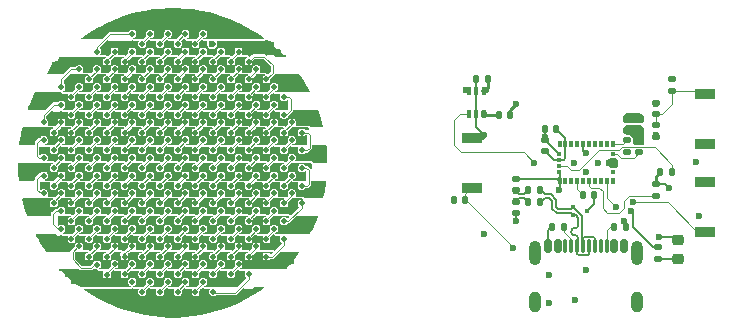
<source format=gbr>
%TF.GenerationSoftware,KiCad,Pcbnew,8.0.2-1*%
%TF.CreationDate,2025-04-10T09:26:31-07:00*%
%TF.ProjectId,Small_Pendant,536d616c-6c5f-4506-956e-64616e742e6b,rev?*%
%TF.SameCoordinates,Original*%
%TF.FileFunction,Copper,L1,Top*%
%TF.FilePolarity,Positive*%
%FSLAX46Y46*%
G04 Gerber Fmt 4.6, Leading zero omitted, Abs format (unit mm)*
G04 Created by KiCad (PCBNEW 8.0.2-1) date 2025-04-10 09:26:31*
%MOMM*%
%LPD*%
G01*
G04 APERTURE LIST*
G04 Aperture macros list*
%AMRoundRect*
0 Rectangle with rounded corners*
0 $1 Rounding radius*
0 $2 $3 $4 $5 $6 $7 $8 $9 X,Y pos of 4 corners*
0 Add a 4 corners polygon primitive as box body*
4,1,4,$2,$3,$4,$5,$6,$7,$8,$9,$2,$3,0*
0 Add four circle primitives for the rounded corners*
1,1,$1+$1,$2,$3*
1,1,$1+$1,$4,$5*
1,1,$1+$1,$6,$7*
1,1,$1+$1,$8,$9*
0 Add four rect primitives between the rounded corners*
20,1,$1+$1,$2,$3,$4,$5,0*
20,1,$1+$1,$4,$5,$6,$7,0*
20,1,$1+$1,$6,$7,$8,$9,0*
20,1,$1+$1,$8,$9,$2,$3,0*%
G04 Aperture macros list end*
%TA.AperFunction,SMDPad,CuDef*%
%ADD10RoundRect,0.112500X-0.112500X-0.112500X0.112500X-0.112500X0.112500X0.112500X-0.112500X0.112500X0*%
%TD*%
%TA.AperFunction,SMDPad,CuDef*%
%ADD11RoundRect,0.112500X0.112500X0.112500X-0.112500X0.112500X-0.112500X-0.112500X0.112500X-0.112500X0*%
%TD*%
%TA.AperFunction,SMDPad,CuDef*%
%ADD12R,1.700000X0.850000*%
%TD*%
%TA.AperFunction,SMDPad,CuDef*%
%ADD13R,1.700000X0.845000*%
%TD*%
%TA.AperFunction,SMDPad,CuDef*%
%ADD14RoundRect,0.135000X0.185000X-0.135000X0.185000X0.135000X-0.185000X0.135000X-0.185000X-0.135000X0*%
%TD*%
%TA.AperFunction,SMDPad,CuDef*%
%ADD15RoundRect,0.140000X-0.170000X0.140000X-0.170000X-0.140000X0.170000X-0.140000X0.170000X0.140000X0*%
%TD*%
%TA.AperFunction,SMDPad,CuDef*%
%ADD16RoundRect,0.140000X0.170000X-0.140000X0.170000X0.140000X-0.170000X0.140000X-0.170000X-0.140000X0*%
%TD*%
%TA.AperFunction,SMDPad,CuDef*%
%ADD17RoundRect,0.140000X-0.140000X-0.170000X0.140000X-0.170000X0.140000X0.170000X-0.140000X0.170000X0*%
%TD*%
%TA.AperFunction,SMDPad,CuDef*%
%ADD18RoundRect,0.135000X-0.185000X0.135000X-0.185000X-0.135000X0.185000X-0.135000X0.185000X0.135000X0*%
%TD*%
%TA.AperFunction,ComponentPad*%
%ADD19O,1.000000X1.800000*%
%TD*%
%TA.AperFunction,ComponentPad*%
%ADD20O,1.000000X2.100000*%
%TD*%
%TA.AperFunction,SMDPad,CuDef*%
%ADD21RoundRect,0.150000X-0.150000X-0.425000X0.150000X-0.425000X0.150000X0.425000X-0.150000X0.425000X0*%
%TD*%
%TA.AperFunction,SMDPad,CuDef*%
%ADD22RoundRect,0.075000X-0.075000X-0.500000X0.075000X-0.500000X0.075000X0.500000X-0.075000X0.500000X0*%
%TD*%
%TA.AperFunction,SMDPad,CuDef*%
%ADD23R,0.300000X0.525000*%
%TD*%
%TA.AperFunction,SMDPad,CuDef*%
%ADD24R,0.425000X0.300000*%
%TD*%
%TA.AperFunction,SMDPad,CuDef*%
%ADD25RoundRect,0.140000X0.140000X0.170000X-0.140000X0.170000X-0.140000X-0.170000X0.140000X-0.170000X0*%
%TD*%
%TA.AperFunction,SMDPad,CuDef*%
%ADD26RoundRect,0.135000X-0.135000X-0.185000X0.135000X-0.185000X0.135000X0.185000X-0.135000X0.185000X0*%
%TD*%
%TA.AperFunction,SMDPad,CuDef*%
%ADD27RoundRect,0.100000X-0.100000X0.225000X-0.100000X-0.225000X0.100000X-0.225000X0.100000X0.225000X0*%
%TD*%
%TA.AperFunction,SMDPad,CuDef*%
%ADD28RoundRect,0.218750X-0.256250X0.218750X-0.256250X-0.218750X0.256250X-0.218750X0.256250X0.218750X0*%
%TD*%
%TA.AperFunction,SMDPad,CuDef*%
%ADD29R,0.449999X0.299999*%
%TD*%
%TA.AperFunction,SMDPad,CuDef*%
%ADD30RoundRect,0.135000X0.135000X0.185000X-0.135000X0.185000X-0.135000X-0.185000X0.135000X-0.185000X0*%
%TD*%
%TA.AperFunction,ViaPad*%
%ADD31C,0.600000*%
%TD*%
%TA.AperFunction,Conductor*%
%ADD32C,0.500000*%
%TD*%
%TA.AperFunction,Conductor*%
%ADD33C,0.250000*%
%TD*%
%TA.AperFunction,Conductor*%
%ADD34C,0.100000*%
%TD*%
%TA.AperFunction,Conductor*%
%ADD35C,0.150000*%
%TD*%
%TA.AperFunction,Conductor*%
%ADD36C,0.200000*%
%TD*%
%TA.AperFunction,Conductor*%
%ADD37C,0.155400*%
%TD*%
G04 APERTURE END LIST*
D10*
%TO.P,D135,1,DO*%
%TO.N,Net-(D135-DO)*%
X51075000Y-54075000D03*
%TO.P,D135,2,VCC*%
%TO.N,+5VL*%
X51925000Y-54075000D03*
%TO.P,D135,3,GND*%
%TO.N,GND*%
X51075000Y-54925000D03*
%TO.P,D135,4,DI*%
%TO.N,Net-(D134-DO)*%
X51925000Y-54925000D03*
%TD*%
D11*
%TO.P,D14,1,DO*%
%TO.N,Net-(D14-DO)*%
X51925000Y-41425000D03*
%TO.P,D14,2,VCC*%
%TO.N,+5VL*%
X51075000Y-41425000D03*
%TO.P,D14,3,GND*%
%TO.N,GND*%
X51925000Y-40575000D03*
%TO.P,D14,4,DI*%
%TO.N,Net-(D13-DO)*%
X51075000Y-40575000D03*
%TD*%
%TO.P,D115,1,DO*%
%TO.N,Net-(D115-DO)*%
X39925000Y-53425000D03*
%TO.P,D115,2,VCC*%
%TO.N,+5VL*%
X39075000Y-53425000D03*
%TO.P,D115,3,GND*%
%TO.N,GND*%
X39925000Y-52575000D03*
%TO.P,D115,4,DI*%
%TO.N,Net-(D114-DO)*%
X39075000Y-52575000D03*
%TD*%
%TO.P,D152,1,DO*%
%TO.N,Net-(D152-DO)*%
X54925000Y-56425000D03*
%TO.P,D152,2,VCC*%
%TO.N,+5VL*%
X54075000Y-56425000D03*
%TO.P,D152,3,GND*%
%TO.N,GND*%
X54925000Y-55575000D03*
%TO.P,D152,4,DI*%
%TO.N,Net-(D151-DO)*%
X54075000Y-55575000D03*
%TD*%
%TO.P,D171,1,DO*%
%TO.N,DATA_THRU9*%
X50425000Y-59425000D03*
%TO.P,D171,2,VCC*%
%TO.N,+5VL*%
X49575000Y-59425000D03*
%TO.P,D171,3,GND*%
%TO.N,GND*%
X50425000Y-58575000D03*
%TO.P,D171,4,DI*%
%TO.N,Net-(D170-DO)*%
X49575000Y-58575000D03*
%TD*%
D12*
%TO.P,SW2,2,2*%
%TO.N,CHIP_EN*%
X95100000Y-44175000D03*
D13*
%TO.P,SW2,1,1*%
%TO.N,Earth*%
X95100000Y-48427500D03*
%TD*%
D10*
%TO.P,D50,1,DO*%
%TO.N,Net-(D50-DO)*%
X46575000Y-45075000D03*
%TO.P,D50,2,VCC*%
%TO.N,+5VL*%
X47425000Y-45075000D03*
%TO.P,D50,3,GND*%
%TO.N,GND*%
X46575000Y-45925000D03*
%TO.P,D50,4,DI*%
%TO.N,Net-(D49-DO)*%
X47425000Y-45925000D03*
%TD*%
%TO.P,D138,1,DO*%
%TO.N,Net-(D138-DO)*%
X46575000Y-54075000D03*
%TO.P,D138,2,VCC*%
%TO.N,+5VL*%
X47425000Y-54075000D03*
%TO.P,D138,3,GND*%
%TO.N,GND*%
X46575000Y-54925000D03*
%TO.P,D138,4,DI*%
%TO.N,Net-(D137-DO)*%
X47425000Y-54925000D03*
%TD*%
D11*
%TO.P,D98,1,DO*%
%TO.N,Net-(D98-DO)*%
X59425000Y-50425000D03*
%TO.P,D98,2,VCC*%
%TO.N,+5VL*%
X58575000Y-50425000D03*
%TO.P,D98,3,GND*%
%TO.N,GND*%
X59425000Y-49575000D03*
%TO.P,D98,4,DI*%
%TO.N,Net-(D97-DO)*%
X58575000Y-49575000D03*
%TD*%
D14*
%TO.P,R2,2*%
%TO.N,+3V3*%
X89500000Y-48090000D03*
%TO.P,R2,1*%
%TO.N,SCL*%
X89500000Y-49110000D03*
%TD*%
D11*
%TO.P,D87,1,DO*%
%TO.N,Net-(D87-DO)*%
X42925000Y-50425000D03*
%TO.P,D87,2,VCC*%
%TO.N,+5VL*%
X42075000Y-50425000D03*
%TO.P,D87,3,GND*%
%TO.N,GND*%
X42925000Y-49575000D03*
%TO.P,D87,4,DI*%
%TO.N,Net-(D86-DO)*%
X42075000Y-49575000D03*
%TD*%
%TO.P,D174,1,DO*%
%TO.N,Net-(D174-DO)*%
X54925000Y-59425000D03*
%TO.P,D174,2,VCC*%
%TO.N,+5VL*%
X54075000Y-59425000D03*
%TO.P,D174,3,GND*%
%TO.N,GND*%
X54925000Y-58575000D03*
%TO.P,D174,4,DI*%
%TO.N,Net-(D173-DO)*%
X54075000Y-58575000D03*
%TD*%
D10*
%TO.P,D176,1,DO*%
%TO.N,Net-(D176-DO)*%
X52575000Y-60075000D03*
%TO.P,D176,2,VCC*%
%TO.N,+5VL*%
X53425000Y-60075000D03*
%TO.P,D176,3,GND*%
%TO.N,GND*%
X52575000Y-60925000D03*
%TO.P,D176,4,DI*%
%TO.N,Net-(D175-DO)*%
X53425000Y-60925000D03*
%TD*%
D11*
%TO.P,D29,1,DO*%
%TO.N,Net-(D29-DO)*%
X41425000Y-44425000D03*
%TO.P,D29,2,VCC*%
%TO.N,+5VL*%
X40575000Y-44425000D03*
%TO.P,D29,3,GND*%
%TO.N,GND*%
X41425000Y-43575000D03*
%TO.P,D29,4,DI*%
%TO.N,Net-(D28-DO)*%
X40575000Y-43575000D03*
%TD*%
%TO.P,D34,1,DO*%
%TO.N,Net-(D34-DO)*%
X48925000Y-44425000D03*
%TO.P,D34,2,VCC*%
%TO.N,+5VL*%
X48075000Y-44425000D03*
%TO.P,D34,3,GND*%
%TO.N,GND*%
X48925000Y-43575000D03*
%TO.P,D34,4,DI*%
%TO.N,Net-(D33-DO)*%
X48075000Y-43575000D03*
%TD*%
D15*
%TO.P,C6,2*%
%TO.N,/MCU/USB_D'+*%
X79100000Y-52330000D03*
%TO.P,C6,1*%
%TO.N,Earth*%
X79100000Y-51370000D03*
%TD*%
D10*
%TO.P,D79,1,DO*%
%TO.N,Net-(D79-DO)*%
X46575000Y-48075000D03*
%TO.P,D79,2,VCC*%
%TO.N,+5VL*%
X47425000Y-48075000D03*
%TO.P,D79,3,GND*%
%TO.N,GND*%
X46575000Y-48925000D03*
%TO.P,D79,4,DI*%
%TO.N,Net-(D78-DO)*%
X47425000Y-48925000D03*
%TD*%
%TO.P,D159,1,DO*%
%TO.N,Net-(D159-DO)*%
X52575000Y-57075000D03*
%TO.P,D159,2,VCC*%
%TO.N,+5VL*%
X53425000Y-57075000D03*
%TO.P,D159,3,GND*%
%TO.N,GND*%
X52575000Y-57925000D03*
%TO.P,D159,4,DI*%
%TO.N,Net-(D158-DO)*%
X53425000Y-57925000D03*
%TD*%
D11*
%TO.P,D124,1,DO*%
%TO.N,Net-(D124-DO)*%
X53425000Y-53425000D03*
%TO.P,D124,2,VCC*%
%TO.N,+5VL*%
X52575000Y-53425000D03*
%TO.P,D124,3,GND*%
%TO.N,GND*%
X53425000Y-52575000D03*
%TO.P,D124,4,DI*%
%TO.N,DATA_THRU6*%
X52575000Y-52575000D03*
%TD*%
%TO.P,D95,1,DO*%
%TO.N,Net-(D95-DO)*%
X54925000Y-50425000D03*
%TO.P,D95,2,VCC*%
%TO.N,+5VL*%
X54075000Y-50425000D03*
%TO.P,D95,3,GND*%
%TO.N,GND*%
X54925000Y-49575000D03*
%TO.P,D95,4,DI*%
%TO.N,Net-(D94-DO)*%
X54075000Y-49575000D03*
%TD*%
D10*
%TO.P,D28,1,DO*%
%TO.N,Net-(D28-DO)*%
X42075000Y-42075000D03*
%TO.P,D28,2,VCC*%
%TO.N,+5VL*%
X42925000Y-42075000D03*
%TO.P,D28,3,GND*%
%TO.N,GND*%
X42075000Y-42925000D03*
%TO.P,D28,4,DI*%
%TO.N,Net-(D27-DO)*%
X42925000Y-42925000D03*
%TD*%
D11*
%TO.P,D85,1,DO*%
%TO.N,Net-(D85-DO)*%
X39925000Y-50425000D03*
%TO.P,D85,2,VCC*%
%TO.N,+5VL*%
X39075000Y-50425000D03*
%TO.P,D85,3,GND*%
%TO.N,GND*%
X39925000Y-49575000D03*
%TO.P,D85,4,DI*%
%TO.N,Net-(D84-DO)*%
X39075000Y-49575000D03*
%TD*%
%TO.P,D38,1,DO*%
%TO.N,Net-(D38-DO)*%
X54925000Y-44425000D03*
%TO.P,D38,2,VCC*%
%TO.N,+5VL*%
X54075000Y-44425000D03*
%TO.P,D38,3,GND*%
%TO.N,GND*%
X54925000Y-43575000D03*
%TO.P,D38,4,DI*%
%TO.N,Net-(D37-DO)*%
X54075000Y-43575000D03*
%TD*%
%TO.P,D88,1,DO*%
%TO.N,Net-(D88-DO)*%
X44425000Y-50425000D03*
%TO.P,D88,2,VCC*%
%TO.N,+5VL*%
X43575000Y-50425000D03*
%TO.P,D88,3,GND*%
%TO.N,GND*%
X44425000Y-49575000D03*
%TO.P,D88,4,DI*%
%TO.N,Net-(D87-DO)*%
X43575000Y-49575000D03*
%TD*%
D10*
%TO.P,D77,1,DO*%
%TO.N,Net-(D77-DO)*%
X49575000Y-48075000D03*
%TO.P,D77,2,VCC*%
%TO.N,+5VL*%
X50425000Y-48075000D03*
%TO.P,D77,3,GND*%
%TO.N,GND*%
X49575000Y-48925000D03*
%TO.P,D77,4,DI*%
%TO.N,Net-(D76-DO)*%
X50425000Y-48925000D03*
%TD*%
D16*
%TO.P,C4,2*%
%TO.N,Earth*%
X92300000Y-42920000D03*
%TO.P,C4,1*%
%TO.N,CHIP_EN*%
X92300000Y-43880000D03*
%TD*%
D11*
%TO.P,D155,1,DO*%
%TO.N,DATA_THRU8*%
X59425000Y-56425000D03*
%TO.P,D155,2,VCC*%
%TO.N,+5VL*%
X58575000Y-56425000D03*
%TO.P,D155,3,GND*%
%TO.N,GND*%
X59425000Y-55575000D03*
%TO.P,D155,4,DI*%
%TO.N,Net-(D154-DO)*%
X58575000Y-55575000D03*
%TD*%
D17*
%TO.P,C14,2*%
%TO.N,Earth*%
X78580000Y-45900000D03*
%TO.P,C14,1*%
%TO.N,+3V3*%
X77620000Y-45900000D03*
%TD*%
D16*
%TO.P,C1,2*%
%TO.N,Earth*%
X88500000Y-46220000D03*
%TO.P,C1,1*%
%TO.N,+3V3*%
X88500000Y-47180000D03*
%TD*%
D11*
%TO.P,D30,1,DO*%
%TO.N,Net-(D30-DO)*%
X42925000Y-44425000D03*
%TO.P,D30,2,VCC*%
%TO.N,+5VL*%
X42075000Y-44425000D03*
%TO.P,D30,3,GND*%
%TO.N,GND*%
X42925000Y-43575000D03*
%TO.P,D30,4,DI*%
%TO.N,Net-(D29-DO)*%
X42075000Y-43575000D03*
%TD*%
%TO.P,D63,1,DO*%
%TO.N,DATA_THRU3*%
X51925000Y-47425000D03*
%TO.P,D63,2,VCC*%
%TO.N,+5VL*%
X51075000Y-47425000D03*
%TO.P,D63,3,GND*%
%TO.N,GND*%
X51925000Y-46575000D03*
%TO.P,D63,4,DI*%
%TO.N,Net-(D62-DO)*%
X51075000Y-46575000D03*
%TD*%
%TO.P,D58,1,DO*%
%TO.N,Net-(D58-DO)*%
X44425000Y-47425000D03*
%TO.P,D58,2,VCC*%
%TO.N,+5VL*%
X43575000Y-47425000D03*
%TO.P,D58,3,GND*%
%TO.N,GND*%
X44425000Y-46575000D03*
%TO.P,D58,4,DI*%
%TO.N,Net-(D57-DO)*%
X43575000Y-46575000D03*
%TD*%
%TO.P,D15,1,DO*%
%TO.N,Net-(D15-DO)*%
X53425000Y-41425000D03*
%TO.P,D15,2,VCC*%
%TO.N,+5VL*%
X52575000Y-41425000D03*
%TO.P,D15,3,GND*%
%TO.N,GND*%
X53425000Y-40575000D03*
%TO.P,D15,4,DI*%
%TO.N,Net-(D14-DO)*%
X52575000Y-40575000D03*
%TD*%
D10*
%TO.P,D53,1,DO*%
%TO.N,Net-(D53-DO)*%
X42075000Y-45075000D03*
%TO.P,D53,2,VCC*%
%TO.N,+5VL*%
X42925000Y-45075000D03*
%TO.P,D53,3,GND*%
%TO.N,GND*%
X42075000Y-45925000D03*
%TO.P,D53,4,DI*%
%TO.N,Net-(D52-DO)*%
X42925000Y-45925000D03*
%TD*%
%TO.P,D157,1,DO*%
%TO.N,Net-(D157-DO)*%
X55575000Y-57075000D03*
%TO.P,D157,2,VCC*%
%TO.N,+5VL*%
X56425000Y-57075000D03*
%TO.P,D157,3,GND*%
%TO.N,GND*%
X55575000Y-57925000D03*
%TO.P,D157,4,DI*%
%TO.N,Net-(D156-DO)*%
X56425000Y-57925000D03*
%TD*%
D11*
%TO.P,D9,1,DO*%
%TO.N,Net-(D10-DI)*%
X44425000Y-41425000D03*
%TO.P,D9,2,VCC*%
%TO.N,+5VL*%
X43575000Y-41425000D03*
%TO.P,D9,3,GND*%
%TO.N,GND*%
X44425000Y-40575000D03*
%TO.P,D9,4,DI*%
%TO.N,Net-(D8-DO)*%
X43575000Y-40575000D03*
%TD*%
D18*
%TO.P,R8,2*%
%TO.N,Net-(U3-NRESET)*%
X90900000Y-52810000D03*
%TO.P,R8,1*%
%TO.N,+3V3*%
X90900000Y-51790000D03*
%TD*%
D19*
%TO.P,J1,S1,SHIELD*%
%TO.N,unconnected-(J1-SHIELD-PadS1)_2*%
X89320000Y-61775000D03*
D20*
%TO.N,unconnected-(J1-SHIELD-PadS1)*%
X89320000Y-57595000D03*
D19*
%TO.N,unconnected-(J1-SHIELD-PadS1)_1*%
X80680000Y-61775000D03*
D20*
%TO.N,unconnected-(J1-SHIELD-PadS1)_0*%
X80680000Y-57595000D03*
D21*
%TO.P,J1,B12,GND*%
%TO.N,Earth*%
X81800000Y-57020000D03*
%TO.P,J1,B9,VBUS*%
%TO.N,+5V*%
X82600000Y-57020000D03*
D22*
%TO.P,J1,B8,SBU2*%
%TO.N,unconnected-(J1-SBU2-PadB8)*%
X83250000Y-57020000D03*
%TO.P,J1,B7,D-*%
%TO.N,USB_D-*%
X84250000Y-57020000D03*
%TO.P,J1,B6,D+*%
%TO.N,USB_D+*%
X85750000Y-57020000D03*
%TO.P,J1,B5,CC2*%
%TO.N,Net-(J1-CC2)*%
X86750000Y-57020000D03*
D21*
%TO.P,J1,B4,VBUS*%
%TO.N,+5V*%
X87400000Y-57020000D03*
%TO.P,J1,B1,GND*%
%TO.N,Earth*%
X88200000Y-57020000D03*
%TO.P,J1,A12,GND*%
X88200000Y-57020000D03*
%TO.P,J1,A9,VBUS*%
%TO.N,+5V*%
X87400000Y-57020000D03*
D22*
%TO.P,J1,A8,SBU1*%
%TO.N,unconnected-(J1-SBU1-PadA8)*%
X86250000Y-57020000D03*
%TO.P,J1,A7,D-*%
%TO.N,USB_D-*%
X85250000Y-57020000D03*
%TO.P,J1,A6,D+*%
%TO.N,USB_D+*%
X84750000Y-57020000D03*
%TO.P,J1,A5,CC1*%
%TO.N,Net-(J1-CC1)*%
X83750000Y-57020000D03*
D21*
%TO.P,J1,A4,VBUS*%
%TO.N,+5V*%
X82600000Y-57020000D03*
%TO.P,J1,A1,GND*%
%TO.N,Earth*%
X81800000Y-57020000D03*
%TD*%
D11*
%TO.P,D145,1,DO*%
%TO.N,Net-(D145-DO)*%
X44425000Y-56425000D03*
%TO.P,D145,2,VCC*%
%TO.N,+5VL*%
X43575000Y-56425000D03*
%TO.P,D145,3,GND*%
%TO.N,GND*%
X44425000Y-55575000D03*
%TO.P,D145,4,DI*%
%TO.N,Net-(D144-DO)*%
X43575000Y-55575000D03*
%TD*%
D23*
%TO.P,U3,28,VDDIO*%
%TO.N,+3V3*%
X83250000Y-48437500D03*
%TO.P,U3,27,XIN32*%
%TO.N,unconnected-(U3-XIN32-Pad27)*%
X83750000Y-48437500D03*
%TO.P,U3,26,XOUT32*%
%TO.N,unconnected-(U3-XOUT32-Pad26)*%
X84250000Y-48437500D03*
%TO.P,U3,25,GNDIO*%
%TO.N,Earth*%
X84750000Y-48437500D03*
%TO.P,U3,24,PIN24*%
%TO.N,unconnected-(U3-PIN24-Pad24)*%
X85250000Y-48437500D03*
%TO.P,U3,23,PIN23*%
%TO.N,unconnected-(U3-PIN23-Pad23)*%
X85750000Y-48437500D03*
%TO.P,U3,22,PIN22*%
%TO.N,unconnected-(U3-PIN22-Pad22)*%
X86250000Y-48437500D03*
%TO.P,U3,21,PIN21*%
%TO.N,unconnected-(U3-PIN21-Pad21)*%
X86750000Y-48437500D03*
%TO.P,U3,20,COM0*%
%TO.N,SDA*%
X87250000Y-48437500D03*
D24*
%TO.P,U3,19,COM1*%
%TO.N,SCL*%
X87312500Y-49250000D03*
%TO.P,U3,18,COM2*%
%TO.N,Earth*%
X87312500Y-49750000D03*
%TO.P,U3,17,COM3*%
X87312500Y-50250000D03*
%TO.P,U3,16,PIN16*%
%TO.N,unconnected-(U3-PIN16-Pad16)*%
X87312500Y-50750000D03*
D23*
%TO.P,U3,15,PIN15*%
%TO.N,unconnected-(U3-PIN15-Pad15)*%
X87250000Y-51562500D03*
%TO.P,U3,14,INT*%
%TO.N,IMU_INT*%
X86750000Y-51562500D03*
%TO.P,U3,13,PIN13*%
%TO.N,unconnected-(U3-PIN13-Pad13)*%
X86250000Y-51562500D03*
%TO.P,U3,12,PIN12*%
%TO.N,unconnected-(U3-PIN12-Pad12)*%
X85750000Y-51562500D03*
%TO.P,U3,11,NRESET*%
%TO.N,Net-(U3-NRESET)*%
X85250000Y-51562500D03*
%TO.P,U3,10,PIN10*%
%TO.N,unconnected-(U3-PIN10-Pad10)*%
X84750000Y-51562500D03*
%TO.P,U3,9,CAP*%
%TO.N,Net-(U3-CAP)*%
X84250000Y-51562500D03*
%TO.P,U3,8,SWCLK*%
%TO.N,unconnected-(U3-SWCLK-Pad8)*%
X83750000Y-51562500D03*
%TO.P,U3,7,SWDIO*%
%TO.N,unconnected-(U3-SWDIO-Pad7)*%
X83250000Y-51562500D03*
%TO.P,U3,6,PS0*%
%TO.N,Earth*%
X82750000Y-51562500D03*
D24*
%TO.P,U3,5,PS1*%
X82687500Y-50750000D03*
%TO.P,U3,4,NBOOT_LOAD_PIN*%
%TO.N,Net-(U3-NBOOT_LOAD_PIN)*%
X82687500Y-50250000D03*
%TO.P,U3,3,VDD*%
%TO.N,+3V3*%
X82687500Y-49750000D03*
%TO.P,U3,2,GND*%
%TO.N,Earth*%
X82687500Y-49250000D03*
D23*
%TO.P,U3,1,PIN1*%
%TO.N,unconnected-(U3-PIN1-Pad1)*%
X82750000Y-48437500D03*
%TD*%
D11*
%TO.P,D86,1,DO*%
%TO.N,Net-(D86-DO)*%
X41425000Y-50425000D03*
%TO.P,D86,2,VCC*%
%TO.N,+5VL*%
X40575000Y-50425000D03*
%TO.P,D86,3,GND*%
%TO.N,GND*%
X41425000Y-49575000D03*
%TO.P,D86,4,DI*%
%TO.N,Net-(D85-DO)*%
X40575000Y-49575000D03*
%TD*%
%TO.P,D66,1,DO*%
%TO.N,Net-(D66-DO)*%
X56425000Y-47425000D03*
%TO.P,D66,2,VCC*%
%TO.N,+5VL*%
X55575000Y-47425000D03*
%TO.P,D66,3,GND*%
%TO.N,GND*%
X56425000Y-46575000D03*
%TO.P,D66,4,DI*%
%TO.N,Net-(D65-DO)*%
X55575000Y-46575000D03*
%TD*%
D10*
%TO.P,D83,1,DO*%
%TO.N,DATA_THRU4*%
X40575000Y-48075000D03*
%TO.P,D83,2,VCC*%
%TO.N,+5VL*%
X41425000Y-48075000D03*
%TO.P,D83,3,GND*%
%TO.N,GND*%
X40575000Y-48925000D03*
%TO.P,D83,4,DI*%
%TO.N,Net-(D82-DO)*%
X41425000Y-48925000D03*
%TD*%
D11*
%TO.P,D32,1,DO*%
%TO.N,Net-(D32-DO)*%
X45925000Y-44425000D03*
%TO.P,D32,2,VCC*%
%TO.N,+5VL*%
X45075000Y-44425000D03*
%TO.P,D32,3,GND*%
%TO.N,GND*%
X45925000Y-43575000D03*
%TO.P,D32,4,DI*%
%TO.N,Net-(D31-DO)*%
X45075000Y-43575000D03*
%TD*%
D10*
%TO.P,D104,1,DO*%
%TO.N,Net-(D104-DO)*%
X54075000Y-51075000D03*
%TO.P,D104,2,VCC*%
%TO.N,+5VL*%
X54925000Y-51075000D03*
%TO.P,D104,3,GND*%
%TO.N,GND*%
X54075000Y-51925000D03*
%TO.P,D104,4,DI*%
%TO.N,DATA_THRU5*%
X54925000Y-51925000D03*
%TD*%
%TO.P,D112,1,DO*%
%TO.N,Net-(D112-DO)*%
X42075000Y-51075000D03*
%TO.P,D112,2,VCC*%
%TO.N,+5VL*%
X42925000Y-51075000D03*
%TO.P,D112,3,GND*%
%TO.N,GND*%
X42075000Y-51925000D03*
%TO.P,D112,4,DI*%
%TO.N,Net-(D111-DO)*%
X42925000Y-51925000D03*
%TD*%
D18*
%TO.P,R1,2*%
%TO.N,+3V3*%
X88500000Y-49110000D03*
%TO.P,R1,1*%
%TO.N,SDA*%
X88500000Y-48090000D03*
%TD*%
D10*
%TO.P,D137,1,DO*%
%TO.N,Net-(D137-DO)*%
X48075000Y-54075000D03*
%TO.P,D137,2,VCC*%
%TO.N,+5VL*%
X48925000Y-54075000D03*
%TO.P,D137,3,GND*%
%TO.N,GND*%
X48075000Y-54925000D03*
%TO.P,D137,4,DI*%
%TO.N,Net-(D136-DO)*%
X48925000Y-54925000D03*
%TD*%
D11*
%TO.P,D148,1,DO*%
%TO.N,Net-(D148-DO)*%
X48925000Y-56425000D03*
%TO.P,D148,2,VCC*%
%TO.N,+5VL*%
X48075000Y-56425000D03*
%TO.P,D148,3,GND*%
%TO.N,GND*%
X48925000Y-55575000D03*
%TO.P,D148,4,DI*%
%TO.N,Net-(D147-DO)*%
X48075000Y-55575000D03*
%TD*%
%TO.P,D67,1,DO*%
%TO.N,Net-(D67-DO)*%
X57925000Y-47425000D03*
%TO.P,D67,2,VCC*%
%TO.N,+5VL*%
X57075000Y-47425000D03*
%TO.P,D67,3,GND*%
%TO.N,GND*%
X57925000Y-46575000D03*
%TO.P,D67,4,DI*%
%TO.N,Net-(D66-DO)*%
X57075000Y-46575000D03*
%TD*%
D10*
%TO.P,D111,1,DO*%
%TO.N,Net-(D111-DO)*%
X43575000Y-51075000D03*
%TO.P,D111,2,VCC*%
%TO.N,+5VL*%
X44425000Y-51075000D03*
%TO.P,D111,3,GND*%
%TO.N,GND*%
X43575000Y-51925000D03*
%TO.P,D111,4,DI*%
%TO.N,Net-(D110-DO)*%
X44425000Y-51925000D03*
%TD*%
D25*
%TO.P,C5,2*%
%TO.N,Earth*%
X73820000Y-53100000D03*
%TO.P,C5,1*%
%TO.N,GPIO9{slash}BOOT*%
X74780000Y-53100000D03*
%TD*%
D16*
%TO.P,C3,2*%
%TO.N,Earth*%
X90950000Y-44900000D03*
%TO.P,C3,1*%
%TO.N,CHIP_EN*%
X90950000Y-45860000D03*
%TD*%
D10*
%TO.P,D108,1,DO*%
%TO.N,Net-(D108-DO)*%
X48075000Y-51075000D03*
%TO.P,D108,2,VCC*%
%TO.N,+5VL*%
X48925000Y-51075000D03*
%TO.P,D108,3,GND*%
%TO.N,GND*%
X48075000Y-51925000D03*
%TO.P,D108,4,DI*%
%TO.N,Net-(D107-DO)*%
X48925000Y-51925000D03*
%TD*%
%TO.P,D8,1,DO*%
%TO.N,Net-(D8-DO)*%
X46575000Y-39075000D03*
%TO.P,D8,2,VCC*%
%TO.N,+5VL*%
X47425000Y-39075000D03*
%TO.P,D8,3,GND*%
%TO.N,GND*%
X46575000Y-39925000D03*
%TO.P,D8,4,DI*%
%TO.N,Net-(D7-DO)*%
X47425000Y-39925000D03*
%TD*%
D26*
%TO.P,R6,2*%
%TO.N,USB_D-*%
X81110000Y-53300000D03*
%TO.P,R6,1*%
%TO.N,/MCU/USB_D'-*%
X80090000Y-53300000D03*
%TD*%
D10*
%TO.P,D163,1,DO*%
%TO.N,Net-(D163-DO)*%
X46575000Y-57075000D03*
%TO.P,D163,2,VCC*%
%TO.N,+5VL*%
X47425000Y-57075000D03*
%TO.P,D163,3,GND*%
%TO.N,GND*%
X46575000Y-57925000D03*
%TO.P,D163,4,DI*%
%TO.N,Net-(D162-DO)*%
X47425000Y-57925000D03*
%TD*%
D12*
%TO.P,SW3,2,2*%
%TO.N,USR_BTN*%
X95100000Y-55825000D03*
D13*
%TO.P,SW3,1,1*%
%TO.N,Earth*%
X95100000Y-51572500D03*
%TD*%
D10*
%TO.P,D7,1,DO*%
%TO.N,Net-(D7-DO)*%
X48075000Y-39075000D03*
%TO.P,D7,2,VCC*%
%TO.N,+5VL*%
X48925000Y-39075000D03*
%TO.P,D7,3,GND*%
%TO.N,GND*%
X48075000Y-39925000D03*
%TO.P,D7,4,DI*%
%TO.N,Net-(D6-DO)*%
X48925000Y-39925000D03*
%TD*%
D27*
%TO.P,U4,6,VCCB*%
%TO.N,+3V3*%
X76350000Y-45850000D03*
%TO.P,U4,5,DIR*%
%TO.N,Earth*%
X75700000Y-45850000D03*
%TO.P,U4,4,B*%
%TO.N,LED_DATA*%
X75050000Y-45850000D03*
%TO.P,U4,3,A*%
%TO.N,LED_DATA_5V*%
X75050000Y-43950000D03*
%TO.P,U4,2,GND*%
%TO.N,Earth*%
X75700000Y-43950000D03*
%TO.P,U4,1,VCCA*%
%TO.N,+5V*%
X76350000Y-43950000D03*
%TD*%
D11*
%TO.P,D31,1,DO*%
%TO.N,Net-(D31-DO)*%
X44425000Y-44425000D03*
%TO.P,D31,2,VCC*%
%TO.N,+5VL*%
X43575000Y-44425000D03*
%TO.P,D31,3,GND*%
%TO.N,GND*%
X44425000Y-43575000D03*
%TO.P,D31,4,DI*%
%TO.N,Net-(D30-DO)*%
X43575000Y-43575000D03*
%TD*%
D10*
%TO.P,D80,1,DO*%
%TO.N,Net-(D80-DO)*%
X45075000Y-48075000D03*
%TO.P,D80,2,VCC*%
%TO.N,+5VL*%
X45925000Y-48075000D03*
%TO.P,D80,3,GND*%
%TO.N,GND*%
X45075000Y-48925000D03*
%TO.P,D80,4,DI*%
%TO.N,Net-(D79-DO)*%
X45925000Y-48925000D03*
%TD*%
%TO.P,D27,1,DO*%
%TO.N,Net-(D27-DO)*%
X43575000Y-42075000D03*
%TO.P,D27,2,VCC*%
%TO.N,+5VL*%
X44425000Y-42075000D03*
%TO.P,D27,3,GND*%
%TO.N,GND*%
X43575000Y-42925000D03*
%TO.P,D27,4,DI*%
%TO.N,Net-(D26-DO)*%
X44425000Y-42925000D03*
%TD*%
D11*
%TO.P,D36,1,DO*%
%TO.N,Net-(D36-DO)*%
X51925000Y-44425000D03*
%TO.P,D36,2,VCC*%
%TO.N,+5VL*%
X51075000Y-44425000D03*
%TO.P,D36,3,GND*%
%TO.N,GND*%
X51925000Y-43575000D03*
%TO.P,D36,4,DI*%
%TO.N,Net-(D35-DO)*%
X51075000Y-43575000D03*
%TD*%
D10*
%TO.P,D131,1,DO*%
%TO.N,Net-(D131-DO)*%
X57075000Y-54075000D03*
%TO.P,D131,2,VCC*%
%TO.N,+5VL*%
X57925000Y-54075000D03*
%TO.P,D131,3,GND*%
%TO.N,GND*%
X57075000Y-54925000D03*
%TO.P,D131,4,DI*%
%TO.N,Net-(D130-DO)*%
X57925000Y-54925000D03*
%TD*%
%TO.P,D156,1,DO*%
%TO.N,Net-(D156-DO)*%
X57075000Y-57075000D03*
%TO.P,D156,2,VCC*%
%TO.N,+5VL*%
X57925000Y-57075000D03*
%TO.P,D156,3,GND*%
%TO.N,GND*%
X57075000Y-57925000D03*
%TO.P,D156,4,DI*%
%TO.N,DATA_THRU8*%
X57925000Y-57925000D03*
%TD*%
D11*
%TO.P,D89,1,DO*%
%TO.N,Net-(D89-DO)*%
X45925000Y-50425000D03*
%TO.P,D89,2,VCC*%
%TO.N,+5VL*%
X45075000Y-50425000D03*
%TO.P,D89,3,GND*%
%TO.N,GND*%
X45925000Y-49575000D03*
%TO.P,D89,4,DI*%
%TO.N,Net-(D88-DO)*%
X45075000Y-49575000D03*
%TD*%
D10*
%TO.P,D5,1,DO*%
%TO.N,Net-(D5-DO)*%
X51075000Y-39075000D03*
%TO.P,D5,2,VCC*%
%TO.N,+5VL*%
X51925000Y-39075000D03*
%TO.P,D5,3,GND*%
%TO.N,GND*%
X51075000Y-39925000D03*
%TO.P,D5,4,DI*%
%TO.N,Net-(D4-DO)*%
X51925000Y-39925000D03*
%TD*%
%TO.P,D179,1,DO*%
%TO.N,Net-(D179-DO)*%
X48075000Y-60075000D03*
%TO.P,D179,2,VCC*%
%TO.N,+5VL*%
X48925000Y-60075000D03*
%TO.P,D179,3,GND*%
%TO.N,GND*%
X48075000Y-60925000D03*
%TO.P,D179,4,DI*%
%TO.N,Net-(D178-DO)*%
X48925000Y-60925000D03*
%TD*%
%TO.P,D177,1,DO*%
%TO.N,Net-(D177-DO)*%
X51075000Y-60075000D03*
%TO.P,D177,2,VCC*%
%TO.N,+5VL*%
X51925000Y-60075000D03*
%TO.P,D177,3,GND*%
%TO.N,GND*%
X51075000Y-60925000D03*
%TO.P,D177,4,DI*%
%TO.N,Net-(D176-DO)*%
X51925000Y-60925000D03*
%TD*%
D11*
%TO.P,D116,1,DO*%
%TO.N,Net-(D116-DO)*%
X41425000Y-53425000D03*
%TO.P,D116,2,VCC*%
%TO.N,+5VL*%
X40575000Y-53425000D03*
%TO.P,D116,3,GND*%
%TO.N,GND*%
X41425000Y-52575000D03*
%TO.P,D116,4,DI*%
%TO.N,Net-(D115-DO)*%
X40575000Y-52575000D03*
%TD*%
D10*
%TO.P,D130,1,DO*%
%TO.N,Net-(D130-DO)*%
X58575000Y-54075000D03*
%TO.P,D130,2,VCC*%
%TO.N,+5VL*%
X59425000Y-54075000D03*
%TO.P,D130,3,GND*%
%TO.N,GND*%
X58575000Y-54925000D03*
%TO.P,D130,4,DI*%
%TO.N,Net-(D129-DO)*%
X59425000Y-54925000D03*
%TD*%
%TO.P,D180,1,DO*%
%TO.N,unconnected-(D180-DO-Pad1)*%
X46575000Y-60075000D03*
%TO.P,D180,2,VCC*%
%TO.N,+5VL*%
X47425000Y-60075000D03*
%TO.P,D180,3,GND*%
%TO.N,GND*%
X46575000Y-60925000D03*
%TO.P,D180,4,DI*%
%TO.N,Net-(D179-DO)*%
X47425000Y-60925000D03*
%TD*%
D11*
%TO.P,D126,1,DO*%
%TO.N,Net-(D126-DO)*%
X56425000Y-53425000D03*
%TO.P,D126,2,VCC*%
%TO.N,+5VL*%
X55575000Y-53425000D03*
%TO.P,D126,3,GND*%
%TO.N,GND*%
X56425000Y-52575000D03*
%TO.P,D126,4,DI*%
%TO.N,Net-(D125-DO)*%
X55575000Y-52575000D03*
%TD*%
D10*
%TO.P,D140,1,DO*%
%TO.N,Net-(D140-DO)*%
X43575000Y-54075000D03*
%TO.P,D140,2,VCC*%
%TO.N,+5VL*%
X44425000Y-54075000D03*
%TO.P,D140,3,GND*%
%TO.N,GND*%
X43575000Y-54925000D03*
%TO.P,D140,4,DI*%
%TO.N,DATA_THRU7*%
X44425000Y-54925000D03*
%TD*%
D11*
%TO.P,D127,1,DO*%
%TO.N,Net-(D127-DO)*%
X57925000Y-53425000D03*
%TO.P,D127,2,VCC*%
%TO.N,+5VL*%
X57075000Y-53425000D03*
%TO.P,D127,3,GND*%
%TO.N,GND*%
X57925000Y-52575000D03*
%TO.P,D127,4,DI*%
%TO.N,Net-(D126-DO)*%
X57075000Y-52575000D03*
%TD*%
D10*
%TO.P,D165,1,DO*%
%TO.N,Net-(D165-DO)*%
X43575000Y-57075000D03*
%TO.P,D165,2,VCC*%
%TO.N,+5VL*%
X44425000Y-57075000D03*
%TO.P,D165,3,GND*%
%TO.N,GND*%
X43575000Y-57925000D03*
%TO.P,D165,4,DI*%
%TO.N,Net-(D164-DO)*%
X44425000Y-57925000D03*
%TD*%
D11*
%TO.P,D57,1,DO*%
%TO.N,Net-(D57-DO)*%
X42925000Y-47425000D03*
%TO.P,D57,2,VCC*%
%TO.N,+5VL*%
X42075000Y-47425000D03*
%TO.P,D57,3,GND*%
%TO.N,GND*%
X42925000Y-46575000D03*
%TO.P,D57,4,DI*%
%TO.N,Net-(D56-DO)*%
X42075000Y-46575000D03*
%TD*%
D10*
%TO.P,D51,1,DO*%
%TO.N,Net-(D51-DO)*%
X45075000Y-45075000D03*
%TO.P,D51,2,VCC*%
%TO.N,+5VL*%
X45925000Y-45075000D03*
%TO.P,D51,3,GND*%
%TO.N,GND*%
X45075000Y-45925000D03*
%TO.P,D51,4,DI*%
%TO.N,Net-(D50-DO)*%
X45925000Y-45925000D03*
%TD*%
D11*
%TO.P,D62,1,DO*%
%TO.N,Net-(D62-DO)*%
X50425000Y-47425000D03*
%TO.P,D62,2,VCC*%
%TO.N,+5VL*%
X49575000Y-47425000D03*
%TO.P,D62,3,GND*%
%TO.N,GND*%
X50425000Y-46575000D03*
%TO.P,D62,4,DI*%
%TO.N,Net-(D61-DO)*%
X49575000Y-46575000D03*
%TD*%
%TO.P,D90,1,DO*%
%TO.N,Net-(D90-DO)*%
X47425000Y-50425000D03*
%TO.P,D90,2,VCC*%
%TO.N,+5VL*%
X46575000Y-50425000D03*
%TO.P,D90,3,GND*%
%TO.N,GND*%
X47425000Y-49575000D03*
%TO.P,D90,4,DI*%
%TO.N,Net-(D89-DO)*%
X46575000Y-49575000D03*
%TD*%
D10*
%TO.P,D54,1,DO*%
%TO.N,Net-(D54-DO)*%
X40575000Y-45075000D03*
%TO.P,D54,2,VCC*%
%TO.N,+5VL*%
X41425000Y-45075000D03*
%TO.P,D54,3,GND*%
%TO.N,GND*%
X40575000Y-45925000D03*
%TO.P,D54,4,DI*%
%TO.N,Net-(D53-DO)*%
X41425000Y-45925000D03*
%TD*%
D17*
%TO.P,C10,2*%
%TO.N,+3V3*%
X82480000Y-47100000D03*
%TO.P,C10,1*%
%TO.N,Earth*%
X81520000Y-47100000D03*
%TD*%
D11*
%TO.P,D16,1,DO*%
%TO.N,Net-(D16-DO)*%
X54925000Y-41425000D03*
%TO.P,D16,2,VCC*%
%TO.N,+5VL*%
X54075000Y-41425000D03*
%TO.P,D16,3,GND*%
%TO.N,GND*%
X54925000Y-40575000D03*
%TO.P,D16,4,DI*%
%TO.N,Net-(D15-DO)*%
X54075000Y-40575000D03*
%TD*%
%TO.P,D69,1,DO*%
%TO.N,Net-(D69-DO)*%
X60925000Y-47425000D03*
%TO.P,D69,2,VCC*%
%TO.N,+5VL*%
X60075000Y-47425000D03*
%TO.P,D69,3,GND*%
%TO.N,GND*%
X60925000Y-46575000D03*
%TO.P,D69,4,DI*%
%TO.N,Net-(D68-DO)*%
X60075000Y-46575000D03*
%TD*%
D26*
%TO.P,R5,2*%
%TO.N,USB_D+*%
X81110000Y-52300000D03*
%TO.P,R5,1*%
%TO.N,/MCU/USB_D'+*%
X80090000Y-52300000D03*
%TD*%
D17*
%TO.P,C12,2*%
%TO.N,Earth*%
X85680000Y-52700000D03*
%TO.P,C12,1*%
%TO.N,Net-(U3-CAP)*%
X84720000Y-52700000D03*
%TD*%
D10*
%TO.P,D178,1,DO*%
%TO.N,Net-(D178-DO)*%
X49575000Y-60075000D03*
%TO.P,D178,2,VCC*%
%TO.N,+5VL*%
X50425000Y-60075000D03*
%TO.P,D178,3,GND*%
%TO.N,GND*%
X49575000Y-60925000D03*
%TO.P,D178,4,DI*%
%TO.N,Net-(D177-DO)*%
X50425000Y-60925000D03*
%TD*%
%TO.P,D164,1,DO*%
%TO.N,Net-(D164-DO)*%
X45075000Y-57075000D03*
%TO.P,D164,2,VCC*%
%TO.N,+5VL*%
X45925000Y-57075000D03*
%TO.P,D164,3,GND*%
%TO.N,GND*%
X45075000Y-57925000D03*
%TO.P,D164,4,DI*%
%TO.N,Net-(D163-DO)*%
X45925000Y-57925000D03*
%TD*%
D28*
%TO.P,D3,2,A*%
%TO.N,Net-(D3-A)*%
X92800000Y-58110000D03*
%TO.P,D3,1,K*%
%TO.N,Earth*%
X92800000Y-56535000D03*
%TD*%
D10*
%TO.P,D158,1,DO*%
%TO.N,Net-(D158-DO)*%
X54075000Y-57075000D03*
%TO.P,D158,2,VCC*%
%TO.N,+5VL*%
X54925000Y-57075000D03*
%TO.P,D158,3,GND*%
%TO.N,GND*%
X54075000Y-57925000D03*
%TO.P,D158,4,DI*%
%TO.N,Net-(D157-DO)*%
X54925000Y-57925000D03*
%TD*%
%TO.P,D42,1,DO*%
%TO.N,Net-(D42-DO)*%
X58575000Y-45075000D03*
%TO.P,D42,2,VCC*%
%TO.N,+5VL*%
X59425000Y-45075000D03*
%TO.P,D42,3,GND*%
%TO.N,GND*%
X58575000Y-45925000D03*
%TO.P,D42,4,DI*%
%TO.N,Net-(D41-DO)*%
X59425000Y-45925000D03*
%TD*%
D11*
%TO.P,D146,1,DO*%
%TO.N,Net-(D146-DO)*%
X45925000Y-56425000D03*
%TO.P,D146,2,VCC*%
%TO.N,+5VL*%
X45075000Y-56425000D03*
%TO.P,D146,3,GND*%
%TO.N,GND*%
X45925000Y-55575000D03*
%TO.P,D146,4,DI*%
%TO.N,Net-(D145-DO)*%
X45075000Y-55575000D03*
%TD*%
%TO.P,D94,1,DO*%
%TO.N,Net-(D94-DO)*%
X53425000Y-50425000D03*
%TO.P,D94,2,VCC*%
%TO.N,+5VL*%
X52575000Y-50425000D03*
%TO.P,D94,3,GND*%
%TO.N,GND*%
X53425000Y-49575000D03*
%TO.P,D94,4,DI*%
%TO.N,Net-(D93-DO)*%
X52575000Y-49575000D03*
%TD*%
%TO.P,D97,1,DO*%
%TO.N,Net-(D97-DO)*%
X57925000Y-50425000D03*
%TO.P,D97,2,VCC*%
%TO.N,+5VL*%
X57075000Y-50425000D03*
%TO.P,D97,3,GND*%
%TO.N,GND*%
X57925000Y-49575000D03*
%TO.P,D97,4,DI*%
%TO.N,Net-(D96-DO)*%
X57075000Y-49575000D03*
%TD*%
%TO.P,D17,1,DO*%
%TO.N,Net-(D17-DO)*%
X56425000Y-41425000D03*
%TO.P,D17,2,VCC*%
%TO.N,+5VL*%
X55575000Y-41425000D03*
%TO.P,D17,3,GND*%
%TO.N,GND*%
X56425000Y-40575000D03*
%TO.P,D17,4,DI*%
%TO.N,Net-(D16-DO)*%
X55575000Y-40575000D03*
%TD*%
%TO.P,D149,1,DO*%
%TO.N,Net-(D149-DO)*%
X50425000Y-56425000D03*
%TO.P,D149,2,VCC*%
%TO.N,+5VL*%
X49575000Y-56425000D03*
%TO.P,D149,3,GND*%
%TO.N,GND*%
X50425000Y-55575000D03*
%TO.P,D149,4,DI*%
%TO.N,Net-(D148-DO)*%
X49575000Y-55575000D03*
%TD*%
D10*
%TO.P,D23,1,DO*%
%TO.N,DATA_THRU1*%
X49575000Y-42075000D03*
%TO.P,D23,2,VCC*%
%TO.N,+5VL*%
X50425000Y-42075000D03*
%TO.P,D23,3,GND*%
%TO.N,GND*%
X49575000Y-42925000D03*
%TO.P,D23,4,DI*%
%TO.N,Net-(D22-DO)*%
X50425000Y-42925000D03*
%TD*%
D11*
%TO.P,D55,1,DO*%
%TO.N,Net-(D55-DO)*%
X39925000Y-47425000D03*
%TO.P,D55,2,VCC*%
%TO.N,+5VL*%
X39075000Y-47425000D03*
%TO.P,D55,3,GND*%
%TO.N,GND*%
X39925000Y-46575000D03*
%TO.P,D55,4,DI*%
%TO.N,Net-(D54-DO)*%
X39075000Y-46575000D03*
%TD*%
%TO.P,D170,1,DO*%
%TO.N,Net-(D170-DO)*%
X48925000Y-59425000D03*
%TO.P,D170,2,VCC*%
%TO.N,+5VL*%
X48075000Y-59425000D03*
%TO.P,D170,3,GND*%
%TO.N,GND*%
X48925000Y-58575000D03*
%TO.P,D170,4,DI*%
%TO.N,Net-(D169-DO)*%
X48075000Y-58575000D03*
%TD*%
D10*
%TO.P,D139,1,DO*%
%TO.N,DATA_THRU7*%
X45075000Y-54075000D03*
%TO.P,D139,2,VCC*%
%TO.N,+5VL*%
X45925000Y-54075000D03*
%TO.P,D139,3,GND*%
%TO.N,GND*%
X45075000Y-54925000D03*
%TO.P,D139,4,DI*%
%TO.N,Net-(D138-DO)*%
X45925000Y-54925000D03*
%TD*%
%TO.P,D26,1,DO*%
%TO.N,Net-(D26-DO)*%
X45075000Y-42075000D03*
%TO.P,D26,2,VCC*%
%TO.N,+5VL*%
X45925000Y-42075000D03*
%TO.P,D26,3,GND*%
%TO.N,GND*%
X45075000Y-42925000D03*
%TO.P,D26,4,DI*%
%TO.N,Net-(D25-DO)*%
X45925000Y-42925000D03*
%TD*%
D11*
%TO.P,D13,1,DO*%
%TO.N,Net-(D13-DO)*%
X50425000Y-41425000D03*
%TO.P,D13,2,VCC*%
%TO.N,+5VL*%
X49575000Y-41425000D03*
%TO.P,D13,3,GND*%
%TO.N,GND*%
X50425000Y-40575000D03*
%TO.P,D13,4,DI*%
%TO.N,Net-(D12-DO)*%
X49575000Y-40575000D03*
%TD*%
%TO.P,D68,1,DO*%
%TO.N,Net-(D68-DO)*%
X59425000Y-47425000D03*
%TO.P,D68,2,VCC*%
%TO.N,+5VL*%
X58575000Y-47425000D03*
%TO.P,D68,3,GND*%
%TO.N,GND*%
X59425000Y-46575000D03*
%TO.P,D68,4,DI*%
%TO.N,Net-(D67-DO)*%
X58575000Y-46575000D03*
%TD*%
%TO.P,D153,1,DO*%
%TO.N,Net-(D153-DO)*%
X56425000Y-56425000D03*
%TO.P,D153,2,VCC*%
%TO.N,+5VL*%
X55575000Y-56425000D03*
%TO.P,D153,3,GND*%
%TO.N,GND*%
X56425000Y-55575000D03*
%TO.P,D153,4,DI*%
%TO.N,Net-(D152-DO)*%
X55575000Y-55575000D03*
%TD*%
D10*
%TO.P,D20,1,DO*%
%TO.N,Net-(D20-DO)*%
X54075000Y-42075000D03*
%TO.P,D20,2,VCC*%
%TO.N,+5VL*%
X54925000Y-42075000D03*
%TO.P,D20,3,GND*%
%TO.N,GND*%
X54075000Y-42925000D03*
%TO.P,D20,4,DI*%
%TO.N,Net-(D19-DO)*%
X54925000Y-42925000D03*
%TD*%
D11*
%TO.P,D35,1,DO*%
%TO.N,Net-(D35-DO)*%
X50425000Y-44425000D03*
%TO.P,D35,2,VCC*%
%TO.N,+5VL*%
X49575000Y-44425000D03*
%TO.P,D35,3,GND*%
%TO.N,GND*%
X50425000Y-43575000D03*
%TO.P,D35,4,DI*%
%TO.N,Net-(D34-DO)*%
X49575000Y-43575000D03*
%TD*%
%TO.P,D173,1,DO*%
%TO.N,Net-(D173-DO)*%
X53425000Y-59425000D03*
%TO.P,D173,2,VCC*%
%TO.N,+5VL*%
X52575000Y-59425000D03*
%TO.P,D173,3,GND*%
%TO.N,GND*%
X53425000Y-58575000D03*
%TO.P,D173,4,DI*%
%TO.N,Net-(D172-DO)*%
X52575000Y-58575000D03*
%TD*%
D10*
%TO.P,D48,1,DO*%
%TO.N,Net-(D48-DO)*%
X49575000Y-45075000D03*
%TO.P,D48,2,VCC*%
%TO.N,+5VL*%
X50425000Y-45075000D03*
%TO.P,D48,3,GND*%
%TO.N,GND*%
X49575000Y-45925000D03*
%TO.P,D48,4,DI*%
%TO.N,Net-(D47-DO)*%
X50425000Y-45925000D03*
%TD*%
%TO.P,D74,1,DO*%
%TO.N,Net-(D74-DO)*%
X54075000Y-48075000D03*
%TO.P,D74,2,VCC*%
%TO.N,+5VL*%
X54925000Y-48075000D03*
%TO.P,D74,3,GND*%
%TO.N,GND*%
X54075000Y-48925000D03*
%TO.P,D74,4,DI*%
%TO.N,Net-(D73-DO)*%
X54925000Y-48925000D03*
%TD*%
D11*
%TO.P,D33,1,DO*%
%TO.N,Net-(D33-DO)*%
X47425000Y-44425000D03*
%TO.P,D33,2,VCC*%
%TO.N,+5VL*%
X46575000Y-44425000D03*
%TO.P,D33,3,GND*%
%TO.N,GND*%
X47425000Y-43575000D03*
%TO.P,D33,4,DI*%
%TO.N,Net-(D32-DO)*%
X46575000Y-43575000D03*
%TD*%
D10*
%TO.P,D52,1,DO*%
%TO.N,Net-(D52-DO)*%
X43575000Y-45075000D03*
%TO.P,D52,2,VCC*%
%TO.N,+5VL*%
X44425000Y-45075000D03*
%TO.P,D52,3,GND*%
%TO.N,GND*%
X43575000Y-45925000D03*
%TO.P,D52,4,DI*%
%TO.N,Net-(D51-DO)*%
X44425000Y-45925000D03*
%TD*%
%TO.P,D100,1,DO*%
%TO.N,Net-(D100-DO)*%
X60075000Y-51075000D03*
%TO.P,D100,2,VCC*%
%TO.N,+5VL*%
X60925000Y-51075000D03*
%TO.P,D100,3,GND*%
%TO.N,GND*%
X60075000Y-51925000D03*
%TO.P,D100,4,DI*%
%TO.N,Net-(D100-DI)*%
X60925000Y-51925000D03*
%TD*%
D11*
%TO.P,D121,1,DO*%
%TO.N,Net-(D121-DO)*%
X48925000Y-53425000D03*
%TO.P,D121,2,VCC*%
%TO.N,+5VL*%
X48075000Y-53425000D03*
%TO.P,D121,3,GND*%
%TO.N,GND*%
X48925000Y-52575000D03*
%TO.P,D121,4,DI*%
%TO.N,Net-(D120-DO)*%
X48075000Y-52575000D03*
%TD*%
%TO.P,D168,1,DO*%
%TO.N,Net-(D168-DO)*%
X45925000Y-59425000D03*
%TO.P,D168,2,VCC*%
%TO.N,+5VL*%
X45075000Y-59425000D03*
%TO.P,D168,3,GND*%
%TO.N,GND*%
X45925000Y-58575000D03*
%TO.P,D168,4,DI*%
%TO.N,Net-(D167-DO)*%
X45075000Y-58575000D03*
%TD*%
D16*
%TO.P,C2,2*%
%TO.N,Earth*%
X89500000Y-46220000D03*
%TO.P,C2,1*%
%TO.N,+3V3*%
X89500000Y-47180000D03*
%TD*%
D10*
%TO.P,D133,1,DO*%
%TO.N,Net-(D133-DO)*%
X54075000Y-54075000D03*
%TO.P,D133,2,VCC*%
%TO.N,+5VL*%
X54925000Y-54075000D03*
%TO.P,D133,3,GND*%
%TO.N,GND*%
X54075000Y-54925000D03*
%TO.P,D133,4,DI*%
%TO.N,Net-(D132-DO)*%
X54925000Y-54925000D03*
%TD*%
%TO.P,D101,1,DO*%
%TO.N,Net-(D101-DO)*%
X58575000Y-51075000D03*
%TO.P,D101,2,VCC*%
%TO.N,+5VL*%
X59425000Y-51075000D03*
%TO.P,D101,3,GND*%
%TO.N,GND*%
X58575000Y-51925000D03*
%TO.P,D101,4,DI*%
%TO.N,Net-(D100-DO)*%
X59425000Y-51925000D03*
%TD*%
%TO.P,D18,1,DO*%
%TO.N,Net-(D18-DO)*%
X57075000Y-42075000D03*
%TO.P,D18,2,VCC*%
%TO.N,+5VL*%
X57925000Y-42075000D03*
%TO.P,D18,3,GND*%
%TO.N,GND*%
X57075000Y-42925000D03*
%TO.P,D18,4,DI*%
%TO.N,Net-(D17-DO)*%
X57925000Y-42925000D03*
%TD*%
D11*
%TO.P,D118,1,DO*%
%TO.N,Net-(D118-DO)*%
X44425000Y-53425000D03*
%TO.P,D118,2,VCC*%
%TO.N,+5VL*%
X43575000Y-53425000D03*
%TO.P,D118,3,GND*%
%TO.N,GND*%
X44425000Y-52575000D03*
%TO.P,D118,4,DI*%
%TO.N,Net-(D117-DO)*%
X43575000Y-52575000D03*
%TD*%
%TO.P,D41,1,DO*%
%TO.N,Net-(D41-DO)*%
X59425000Y-44425000D03*
%TO.P,D41,2,VCC*%
%TO.N,+5VL*%
X58575000Y-44425000D03*
%TO.P,D41,3,GND*%
%TO.N,GND*%
X59425000Y-43575000D03*
%TO.P,D41,4,DI*%
%TO.N,Net-(D40-DO)*%
X58575000Y-43575000D03*
%TD*%
%TO.P,D123,1,DO*%
%TO.N,DATA_THRU6*%
X51925000Y-53425000D03*
%TO.P,D123,2,VCC*%
%TO.N,+5VL*%
X51075000Y-53425000D03*
%TO.P,D123,3,GND*%
%TO.N,GND*%
X51925000Y-52575000D03*
%TO.P,D123,4,DI*%
%TO.N,Net-(D122-DO)*%
X51075000Y-52575000D03*
%TD*%
D10*
%TO.P,D82,1,DO*%
%TO.N,Net-(D82-DO)*%
X42075000Y-48075000D03*
%TO.P,D82,2,VCC*%
%TO.N,+5VL*%
X42925000Y-48075000D03*
%TO.P,D82,3,GND*%
%TO.N,GND*%
X42075000Y-48925000D03*
%TO.P,D82,4,DI*%
%TO.N,Net-(D81-DO)*%
X42925000Y-48925000D03*
%TD*%
D11*
%TO.P,D99,1,DO*%
%TO.N,Net-(D100-DI)*%
X60925000Y-50425000D03*
%TO.P,D99,2,VCC*%
%TO.N,+5VL*%
X60075000Y-50425000D03*
%TO.P,D99,3,GND*%
%TO.N,GND*%
X60925000Y-49575000D03*
%TO.P,D99,4,DI*%
%TO.N,Net-(D98-DO)*%
X60075000Y-49575000D03*
%TD*%
%TO.P,D119,1,DO*%
%TO.N,Net-(D119-DO)*%
X45925000Y-53425000D03*
%TO.P,D119,2,VCC*%
%TO.N,+5VL*%
X45075000Y-53425000D03*
%TO.P,D119,3,GND*%
%TO.N,GND*%
X45925000Y-52575000D03*
%TO.P,D119,4,DI*%
%TO.N,Net-(D118-DO)*%
X45075000Y-52575000D03*
%TD*%
%TO.P,D39,1,DO*%
%TO.N,Net-(D39-DO)*%
X56425000Y-44425000D03*
%TO.P,D39,2,VCC*%
%TO.N,+5VL*%
X55575000Y-44425000D03*
%TO.P,D39,3,GND*%
%TO.N,GND*%
X56425000Y-43575000D03*
%TO.P,D39,4,DI*%
%TO.N,Net-(D38-DO)*%
X55575000Y-43575000D03*
%TD*%
D10*
%TO.P,D76,1,DO*%
%TO.N,Net-(D76-DO)*%
X51075000Y-48075000D03*
%TO.P,D76,2,VCC*%
%TO.N,+5VL*%
X51925000Y-48075000D03*
%TO.P,D76,3,GND*%
%TO.N,GND*%
X51075000Y-48925000D03*
%TO.P,D76,4,DI*%
%TO.N,Net-(D75-DO)*%
X51925000Y-48925000D03*
%TD*%
%TO.P,D107,1,DO*%
%TO.N,Net-(D107-DO)*%
X49575000Y-51075000D03*
%TO.P,D107,2,VCC*%
%TO.N,+5VL*%
X50425000Y-51075000D03*
%TO.P,D107,3,GND*%
%TO.N,GND*%
X49575000Y-51925000D03*
%TO.P,D107,4,DI*%
%TO.N,Net-(D106-DO)*%
X50425000Y-51925000D03*
%TD*%
D11*
%TO.P,D128,1,DO*%
%TO.N,Net-(D128-DO)*%
X59425000Y-53425000D03*
%TO.P,D128,2,VCC*%
%TO.N,+5VL*%
X58575000Y-53425000D03*
%TO.P,D128,3,GND*%
%TO.N,GND*%
X59425000Y-52575000D03*
%TO.P,D128,4,DI*%
%TO.N,Net-(D127-DO)*%
X58575000Y-52575000D03*
%TD*%
D10*
%TO.P,D113,1,DO*%
%TO.N,Net-(D113-DO)*%
X40575000Y-51075000D03*
%TO.P,D113,2,VCC*%
%TO.N,+5VL*%
X41425000Y-51075000D03*
%TO.P,D113,3,GND*%
%TO.N,GND*%
X40575000Y-51925000D03*
%TO.P,D113,4,DI*%
%TO.N,Net-(D112-DO)*%
X41425000Y-51925000D03*
%TD*%
%TO.P,D136,1,DO*%
%TO.N,Net-(D136-DO)*%
X49575000Y-54075000D03*
%TO.P,D136,2,VCC*%
%TO.N,+5VL*%
X50425000Y-54075000D03*
%TO.P,D136,3,GND*%
%TO.N,GND*%
X49575000Y-54925000D03*
%TO.P,D136,4,DI*%
%TO.N,Net-(D135-DO)*%
X50425000Y-54925000D03*
%TD*%
%TO.P,D24,1,DO*%
%TO.N,Net-(D24-DO)*%
X48075000Y-42075000D03*
%TO.P,D24,2,VCC*%
%TO.N,+5VL*%
X48925000Y-42075000D03*
%TO.P,D24,3,GND*%
%TO.N,GND*%
X48075000Y-42925000D03*
%TO.P,D24,4,DI*%
%TO.N,DATA_THRU1*%
X48925000Y-42925000D03*
%TD*%
%TO.P,D105,1,DO*%
%TO.N,Net-(D105-DO)*%
X52575000Y-51075000D03*
%TO.P,D105,2,VCC*%
%TO.N,+5VL*%
X53425000Y-51075000D03*
%TO.P,D105,3,GND*%
%TO.N,GND*%
X52575000Y-51925000D03*
%TO.P,D105,4,DI*%
%TO.N,Net-(D104-DO)*%
X53425000Y-51925000D03*
%TD*%
D11*
%TO.P,D10,1,DO*%
%TO.N,Net-(D10-DO)*%
X45925000Y-41425000D03*
%TO.P,D10,2,VCC*%
%TO.N,+5VL*%
X45075000Y-41425000D03*
%TO.P,D10,3,GND*%
%TO.N,GND*%
X45925000Y-40575000D03*
%TO.P,D10,4,DI*%
%TO.N,Net-(D10-DI)*%
X45075000Y-40575000D03*
%TD*%
D10*
%TO.P,D141,1,DO*%
%TO.N,Net-(D141-DO)*%
X42075000Y-54075000D03*
%TO.P,D141,2,VCC*%
%TO.N,+5VL*%
X42925000Y-54075000D03*
%TO.P,D141,3,GND*%
%TO.N,GND*%
X42075000Y-54925000D03*
%TO.P,D141,4,DI*%
%TO.N,Net-(D140-DO)*%
X42925000Y-54925000D03*
%TD*%
D29*
%TO.P,D1,3,GND*%
%TO.N,Earth*%
X85075000Y-54100000D03*
%TO.P,D1,2,IO2*%
%TO.N,USB_D-*%
X83925000Y-54449999D03*
%TO.P,D1,1,IO1*%
%TO.N,USB_D+*%
X83925000Y-53750001D03*
%TD*%
D10*
%TO.P,D70,1,DO*%
%TO.N,Net-(D70-DO)*%
X60075000Y-48075000D03*
%TO.P,D70,2,VCC*%
%TO.N,+5VL*%
X60925000Y-48075000D03*
%TO.P,D70,3,GND*%
%TO.N,GND*%
X60075000Y-48925000D03*
%TO.P,D70,4,DI*%
%TO.N,Net-(D69-DO)*%
X60925000Y-48925000D03*
%TD*%
D25*
%TO.P,C13,2*%
%TO.N,Earth*%
X75700000Y-42900000D03*
%TO.P,C13,1*%
%TO.N,+5V*%
X76660000Y-42900000D03*
%TD*%
D10*
%TO.P,D73,1,DO*%
%TO.N,Net-(D73-DO)*%
X55575000Y-48075000D03*
%TO.P,D73,2,VCC*%
%TO.N,+5VL*%
X56425000Y-48075000D03*
%TO.P,D73,3,GND*%
%TO.N,GND*%
X55575000Y-48925000D03*
%TO.P,D73,4,DI*%
%TO.N,Net-(D72-DO)*%
X56425000Y-48925000D03*
%TD*%
%TO.P,D142,1,DO*%
%TO.N,Net-(D142-DO)*%
X40575000Y-54075000D03*
%TO.P,D142,2,VCC*%
%TO.N,+5VL*%
X41425000Y-54075000D03*
%TO.P,D142,3,GND*%
%TO.N,GND*%
X40575000Y-54925000D03*
%TO.P,D142,4,DI*%
%TO.N,Net-(D141-DO)*%
X41425000Y-54925000D03*
%TD*%
%TO.P,D106,1,DO*%
%TO.N,Net-(D106-DO)*%
X51075000Y-51075000D03*
%TO.P,D106,2,VCC*%
%TO.N,+5VL*%
X51925000Y-51075000D03*
%TO.P,D106,3,GND*%
%TO.N,GND*%
X51075000Y-51925000D03*
%TO.P,D106,4,DI*%
%TO.N,Net-(D105-DO)*%
X51925000Y-51925000D03*
%TD*%
D26*
%TO.P,R9,2*%
%TO.N,Net-(U3-NBOOT_LOAD_PIN)*%
X92310000Y-50800000D03*
%TO.P,R9,1*%
%TO.N,+3V3*%
X91290000Y-50800000D03*
%TD*%
D11*
%TO.P,D91,1,DO*%
%TO.N,Net-(D91-DO)*%
X48925000Y-50425000D03*
%TO.P,D91,2,VCC*%
%TO.N,+5VL*%
X48075000Y-50425000D03*
%TO.P,D91,3,GND*%
%TO.N,GND*%
X48925000Y-49575000D03*
%TO.P,D91,4,DI*%
%TO.N,Net-(D90-DO)*%
X48075000Y-49575000D03*
%TD*%
%TO.P,D154,1,DO*%
%TO.N,Net-(D154-DO)*%
X57925000Y-56425000D03*
%TO.P,D154,2,VCC*%
%TO.N,+5VL*%
X57075000Y-56425000D03*
%TO.P,D154,3,GND*%
%TO.N,GND*%
X57925000Y-55575000D03*
%TO.P,D154,4,DI*%
%TO.N,Net-(D153-DO)*%
X57075000Y-55575000D03*
%TD*%
%TO.P,D125,1,DO*%
%TO.N,Net-(D125-DO)*%
X54925000Y-53425000D03*
%TO.P,D125,2,VCC*%
%TO.N,+5VL*%
X54075000Y-53425000D03*
%TO.P,D125,3,GND*%
%TO.N,GND*%
X54925000Y-52575000D03*
%TO.P,D125,4,DI*%
%TO.N,Net-(D124-DO)*%
X54075000Y-52575000D03*
%TD*%
%TO.P,D117,1,DO*%
%TO.N,Net-(D117-DO)*%
X42925000Y-53425000D03*
%TO.P,D117,2,VCC*%
%TO.N,+5VL*%
X42075000Y-53425000D03*
%TO.P,D117,3,GND*%
%TO.N,GND*%
X42925000Y-52575000D03*
%TO.P,D117,4,DI*%
%TO.N,Net-(D116-DO)*%
X42075000Y-52575000D03*
%TD*%
%TO.P,D120,1,DO*%
%TO.N,Net-(D120-DO)*%
X47425000Y-53425000D03*
%TO.P,D120,2,VCC*%
%TO.N,+5VL*%
X46575000Y-53425000D03*
%TO.P,D120,3,GND*%
%TO.N,GND*%
X47425000Y-52575000D03*
%TO.P,D120,4,DI*%
%TO.N,Net-(D119-DO)*%
X46575000Y-52575000D03*
%TD*%
%TO.P,D60,1,DO*%
%TO.N,Net-(D60-DO)*%
X47425000Y-47425000D03*
%TO.P,D60,2,VCC*%
%TO.N,+5VL*%
X46575000Y-47425000D03*
%TO.P,D60,3,GND*%
%TO.N,GND*%
X47425000Y-46575000D03*
%TO.P,D60,4,DI*%
%TO.N,Net-(D59-DO)*%
X46575000Y-46575000D03*
%TD*%
D14*
%TO.P,R4,2*%
%TO.N,/MCU/LED_BUILTIN*%
X91100000Y-57090000D03*
%TO.P,R4,1*%
%TO.N,Net-(D3-A)*%
X91100000Y-58110000D03*
%TD*%
D10*
%TO.P,D109,1,DO*%
%TO.N,Net-(D109-DO)*%
X46575000Y-51075000D03*
%TO.P,D109,2,VCC*%
%TO.N,+5VL*%
X47425000Y-51075000D03*
%TO.P,D109,3,GND*%
%TO.N,GND*%
X46575000Y-51925000D03*
%TO.P,D109,4,DI*%
%TO.N,Net-(D108-DO)*%
X47425000Y-51925000D03*
%TD*%
D11*
%TO.P,D169,1,DO*%
%TO.N,Net-(D169-DO)*%
X47425000Y-59425000D03*
%TO.P,D169,2,VCC*%
%TO.N,+5VL*%
X46575000Y-59425000D03*
%TO.P,D169,3,GND*%
%TO.N,GND*%
X47425000Y-58575000D03*
%TO.P,D169,4,DI*%
%TO.N,Net-(D168-DO)*%
X46575000Y-58575000D03*
%TD*%
%TO.P,D151,1,DO*%
%TO.N,Net-(D151-DO)*%
X53425000Y-56425000D03*
%TO.P,D151,2,VCC*%
%TO.N,+5VL*%
X52575000Y-56425000D03*
%TO.P,D151,3,GND*%
%TO.N,GND*%
X53425000Y-55575000D03*
%TO.P,D151,4,DI*%
%TO.N,Net-(D150-DO)*%
X52575000Y-55575000D03*
%TD*%
%TO.P,D147,1,DO*%
%TO.N,Net-(D147-DO)*%
X47425000Y-56425000D03*
%TO.P,D147,2,VCC*%
%TO.N,+5VL*%
X46575000Y-56425000D03*
%TO.P,D147,3,GND*%
%TO.N,GND*%
X47425000Y-55575000D03*
%TO.P,D147,4,DI*%
%TO.N,Net-(D146-DO)*%
X46575000Y-55575000D03*
%TD*%
D14*
%TO.P,R3,2*%
%TO.N,CHIP_EN*%
X90950000Y-46800000D03*
%TO.P,R3,1*%
%TO.N,+3V3*%
X90950000Y-47820000D03*
%TD*%
D11*
%TO.P,D129,1,DO*%
%TO.N,Net-(D129-DO)*%
X60925000Y-53425000D03*
%TO.P,D129,2,VCC*%
%TO.N,+5VL*%
X60075000Y-53425000D03*
%TO.P,D129,3,GND*%
%TO.N,GND*%
X60925000Y-52575000D03*
%TO.P,D129,4,DI*%
%TO.N,Net-(D128-DO)*%
X60075000Y-52575000D03*
%TD*%
D10*
%TO.P,D4,1,DO*%
%TO.N,Net-(D4-DO)*%
X52575000Y-39075000D03*
%TO.P,D4,2,VCC*%
%TO.N,+5VL*%
X53425000Y-39075000D03*
%TO.P,D4,3,GND*%
%TO.N,GND*%
X52575000Y-39925000D03*
%TO.P,D4,4,DI*%
%TO.N,DATA_IN*%
X53425000Y-39925000D03*
%TD*%
D11*
%TO.P,D143,1,DO*%
%TO.N,Net-(D143-DO)*%
X41425000Y-56425000D03*
%TO.P,D143,2,VCC*%
%TO.N,+5VL*%
X40575000Y-56425000D03*
%TO.P,D143,3,GND*%
%TO.N,GND*%
X41425000Y-55575000D03*
%TO.P,D143,4,DI*%
%TO.N,Net-(D142-DO)*%
X40575000Y-55575000D03*
%TD*%
%TO.P,D40,1,DO*%
%TO.N,Net-(D40-DO)*%
X57925000Y-44425000D03*
%TO.P,D40,2,VCC*%
%TO.N,+5VL*%
X57075000Y-44425000D03*
%TO.P,D40,3,GND*%
%TO.N,GND*%
X57925000Y-43575000D03*
%TO.P,D40,4,DI*%
%TO.N,Net-(D39-DO)*%
X57075000Y-43575000D03*
%TD*%
D10*
%TO.P,D81,1,DO*%
%TO.N,Net-(D81-DO)*%
X43575000Y-48075000D03*
%TO.P,D81,2,VCC*%
%TO.N,+5VL*%
X44425000Y-48075000D03*
%TO.P,D81,3,GND*%
%TO.N,GND*%
X43575000Y-48925000D03*
%TO.P,D81,4,DI*%
%TO.N,Net-(D80-DO)*%
X44425000Y-48925000D03*
%TD*%
%TO.P,D102,1,DO*%
%TO.N,Net-(D102-DO)*%
X57075000Y-51075000D03*
%TO.P,D102,2,VCC*%
%TO.N,+5VL*%
X57925000Y-51075000D03*
%TO.P,D102,3,GND*%
%TO.N,GND*%
X57075000Y-51925000D03*
%TO.P,D102,4,DI*%
%TO.N,Net-(D101-DO)*%
X57925000Y-51925000D03*
%TD*%
D11*
%TO.P,D172,1,DO*%
%TO.N,Net-(D172-DO)*%
X51925000Y-59425000D03*
%TO.P,D172,2,VCC*%
%TO.N,+5VL*%
X51075000Y-59425000D03*
%TO.P,D172,3,GND*%
%TO.N,GND*%
X51925000Y-58575000D03*
%TO.P,D172,4,DI*%
%TO.N,DATA_THRU9*%
X51075000Y-58575000D03*
%TD*%
D10*
%TO.P,D71,1,DO*%
%TO.N,Net-(D71-DO)*%
X58575000Y-48075000D03*
%TO.P,D71,2,VCC*%
%TO.N,+5VL*%
X59425000Y-48075000D03*
%TO.P,D71,3,GND*%
%TO.N,GND*%
X58575000Y-48925000D03*
%TO.P,D71,4,DI*%
%TO.N,Net-(D70-DO)*%
X59425000Y-48925000D03*
%TD*%
D30*
%TO.P,R11,2*%
%TO.N,Earth*%
X82090000Y-55400000D03*
%TO.P,R11,1*%
%TO.N,Net-(J1-CC1)*%
X83110000Y-55400000D03*
%TD*%
D10*
%TO.P,D45,1,DO*%
%TO.N,Net-(D45-DO)*%
X54075000Y-45075000D03*
%TO.P,D45,2,VCC*%
%TO.N,+5VL*%
X54925000Y-45075000D03*
%TO.P,D45,3,GND*%
%TO.N,GND*%
X54075000Y-45925000D03*
%TO.P,D45,4,DI*%
%TO.N,Net-(D44-DO)*%
X54925000Y-45925000D03*
%TD*%
%TO.P,D6,1,DO*%
%TO.N,Net-(D6-DO)*%
X49575000Y-39075000D03*
%TO.P,D6,2,VCC*%
%TO.N,+5VL*%
X50425000Y-39075000D03*
%TO.P,D6,3,GND*%
%TO.N,GND*%
X49575000Y-39925000D03*
%TO.P,D6,4,DI*%
%TO.N,Net-(D5-DO)*%
X50425000Y-39925000D03*
%TD*%
D11*
%TO.P,D96,1,DO*%
%TO.N,Net-(D96-DO)*%
X56425000Y-50425000D03*
%TO.P,D96,2,VCC*%
%TO.N,+5VL*%
X55575000Y-50425000D03*
%TO.P,D96,3,GND*%
%TO.N,GND*%
X56425000Y-49575000D03*
%TO.P,D96,4,DI*%
%TO.N,Net-(D95-DO)*%
X55575000Y-49575000D03*
%TD*%
D10*
%TO.P,D75,1,DO*%
%TO.N,Net-(D75-DO)*%
X52575000Y-48075000D03*
%TO.P,D75,2,VCC*%
%TO.N,+5VL*%
X53425000Y-48075000D03*
%TO.P,D75,3,GND*%
%TO.N,GND*%
X52575000Y-48925000D03*
%TO.P,D75,4,DI*%
%TO.N,Net-(D74-DO)*%
X53425000Y-48925000D03*
%TD*%
%TO.P,D132,1,DO*%
%TO.N,Net-(D132-DO)*%
X55575000Y-54075000D03*
%TO.P,D132,2,VCC*%
%TO.N,+5VL*%
X56425000Y-54075000D03*
%TO.P,D132,3,GND*%
%TO.N,GND*%
X55575000Y-54925000D03*
%TO.P,D132,4,DI*%
%TO.N,Net-(D131-DO)*%
X56425000Y-54925000D03*
%TD*%
%TO.P,D25,1,DO*%
%TO.N,Net-(D25-DO)*%
X46575000Y-42075000D03*
%TO.P,D25,2,VCC*%
%TO.N,+5VL*%
X47425000Y-42075000D03*
%TO.P,D25,3,GND*%
%TO.N,GND*%
X46575000Y-42925000D03*
%TO.P,D25,4,DI*%
%TO.N,Net-(D24-DO)*%
X47425000Y-42925000D03*
%TD*%
D11*
%TO.P,D12,1,DO*%
%TO.N,Net-(D12-DO)*%
X48925000Y-41425000D03*
%TO.P,D12,2,VCC*%
%TO.N,+5VL*%
X48075000Y-41425000D03*
%TO.P,D12,3,GND*%
%TO.N,GND*%
X48925000Y-40575000D03*
%TO.P,D12,4,DI*%
%TO.N,Net-(D11-DO)*%
X48075000Y-40575000D03*
%TD*%
%TO.P,D175,1,DO*%
%TO.N,Net-(D175-DO)*%
X56425000Y-59425000D03*
%TO.P,D175,2,VCC*%
%TO.N,+5VL*%
X55575000Y-59425000D03*
%TO.P,D175,3,GND*%
%TO.N,GND*%
X56425000Y-58575000D03*
%TO.P,D175,4,DI*%
%TO.N,Net-(D174-DO)*%
X55575000Y-58575000D03*
%TD*%
D10*
%TO.P,D114,1,DO*%
%TO.N,Net-(D114-DO)*%
X39075000Y-51075000D03*
%TO.P,D114,2,VCC*%
%TO.N,+5VL*%
X39925000Y-51075000D03*
%TO.P,D114,3,GND*%
%TO.N,GND*%
X39075000Y-51925000D03*
%TO.P,D114,4,DI*%
%TO.N,Net-(D113-DO)*%
X39925000Y-51925000D03*
%TD*%
%TO.P,D43,1,DO*%
%TO.N,DATA_THRU2*%
X57075000Y-45075000D03*
%TO.P,D43,2,VCC*%
%TO.N,+5VL*%
X57925000Y-45075000D03*
%TO.P,D43,3,GND*%
%TO.N,GND*%
X57075000Y-45925000D03*
%TO.P,D43,4,DI*%
%TO.N,Net-(D42-DO)*%
X57925000Y-45925000D03*
%TD*%
D11*
%TO.P,D64,1,DO*%
%TO.N,Net-(D64-DO)*%
X53425000Y-47425000D03*
%TO.P,D64,2,VCC*%
%TO.N,+5VL*%
X52575000Y-47425000D03*
%TO.P,D64,3,GND*%
%TO.N,GND*%
X53425000Y-46575000D03*
%TO.P,D64,4,DI*%
%TO.N,DATA_THRU3*%
X52575000Y-46575000D03*
%TD*%
%TO.P,D59,1,DO*%
%TO.N,Net-(D59-DO)*%
X45925000Y-47425000D03*
%TO.P,D59,2,VCC*%
%TO.N,+5VL*%
X45075000Y-47425000D03*
%TO.P,D59,3,GND*%
%TO.N,GND*%
X45925000Y-46575000D03*
%TO.P,D59,4,DI*%
%TO.N,Net-(D58-DO)*%
X45075000Y-46575000D03*
%TD*%
D26*
%TO.P,R10,2*%
%TO.N,Earth*%
X88410000Y-55400000D03*
%TO.P,R10,1*%
%TO.N,Net-(J1-CC2)*%
X87390000Y-55400000D03*
%TD*%
D11*
%TO.P,D144,1,DO*%
%TO.N,Net-(D144-DO)*%
X42925000Y-56425000D03*
%TO.P,D144,2,VCC*%
%TO.N,+5VL*%
X42075000Y-56425000D03*
%TO.P,D144,3,GND*%
%TO.N,GND*%
X42925000Y-55575000D03*
%TO.P,D144,4,DI*%
%TO.N,Net-(D143-DO)*%
X42075000Y-55575000D03*
%TD*%
D10*
%TO.P,D44,1,DO*%
%TO.N,Net-(D44-DO)*%
X55575000Y-45075000D03*
%TO.P,D44,2,VCC*%
%TO.N,+5VL*%
X56425000Y-45075000D03*
%TO.P,D44,3,GND*%
%TO.N,GND*%
X55575000Y-45925000D03*
%TO.P,D44,4,DI*%
%TO.N,DATA_THRU2*%
X56425000Y-45925000D03*
%TD*%
D11*
%TO.P,D150,1,DO*%
%TO.N,Net-(D150-DO)*%
X51925000Y-56425000D03*
%TO.P,D150,2,VCC*%
%TO.N,+5VL*%
X51075000Y-56425000D03*
%TO.P,D150,3,GND*%
%TO.N,GND*%
X51925000Y-55575000D03*
%TO.P,D150,4,DI*%
%TO.N,Net-(D149-DO)*%
X51075000Y-55575000D03*
%TD*%
%TO.P,D11,1,DO*%
%TO.N,Net-(D11-DO)*%
X47425000Y-41425000D03*
%TO.P,D11,2,VCC*%
%TO.N,+5VL*%
X46575000Y-41425000D03*
%TO.P,D11,3,GND*%
%TO.N,GND*%
X47425000Y-40575000D03*
%TO.P,D11,4,DI*%
%TO.N,Net-(D10-DO)*%
X46575000Y-40575000D03*
%TD*%
D16*
%TO.P,C7,2*%
%TO.N,/MCU/USB_D'-*%
X79100000Y-53270000D03*
%TO.P,C7,1*%
%TO.N,Earth*%
X79100000Y-54230000D03*
%TD*%
D10*
%TO.P,D161,1,DO*%
%TO.N,Net-(D161-DO)*%
X49575000Y-57075000D03*
%TO.P,D161,2,VCC*%
%TO.N,+5VL*%
X50425000Y-57075000D03*
%TO.P,D161,3,GND*%
%TO.N,GND*%
X49575000Y-57925000D03*
%TO.P,D161,4,DI*%
%TO.N,Net-(D160-DO)*%
X50425000Y-57925000D03*
%TD*%
D16*
%TO.P,C11,2*%
%TO.N,Earth*%
X81500000Y-48020000D03*
%TO.P,C11,1*%
%TO.N,+3V3*%
X81500000Y-48980000D03*
%TD*%
D10*
%TO.P,D19,1,DO*%
%TO.N,Net-(D19-DO)*%
X55575000Y-42075000D03*
%TO.P,D19,2,VCC*%
%TO.N,+5VL*%
X56425000Y-42075000D03*
%TO.P,D19,3,GND*%
%TO.N,GND*%
X55575000Y-42925000D03*
%TO.P,D19,4,DI*%
%TO.N,Net-(D18-DO)*%
X56425000Y-42925000D03*
%TD*%
%TO.P,D46,1,DO*%
%TO.N,Net-(D46-DO)*%
X52575000Y-45075000D03*
%TO.P,D46,2,VCC*%
%TO.N,+5VL*%
X53425000Y-45075000D03*
%TO.P,D46,3,GND*%
%TO.N,GND*%
X52575000Y-45925000D03*
%TO.P,D46,4,DI*%
%TO.N,Net-(D45-DO)*%
X53425000Y-45925000D03*
%TD*%
%TO.P,D160,1,DO*%
%TO.N,Net-(D160-DO)*%
X51075000Y-57075000D03*
%TO.P,D160,2,VCC*%
%TO.N,+5VL*%
X51925000Y-57075000D03*
%TO.P,D160,3,GND*%
%TO.N,GND*%
X51075000Y-57925000D03*
%TO.P,D160,4,DI*%
%TO.N,Net-(D159-DO)*%
X51925000Y-57925000D03*
%TD*%
%TO.P,D110,1,DO*%
%TO.N,Net-(D110-DO)*%
X45075000Y-51075000D03*
%TO.P,D110,2,VCC*%
%TO.N,+5VL*%
X45925000Y-51075000D03*
%TO.P,D110,3,GND*%
%TO.N,GND*%
X45075000Y-51925000D03*
%TO.P,D110,4,DI*%
%TO.N,Net-(D109-DO)*%
X45925000Y-51925000D03*
%TD*%
D11*
%TO.P,D65,1,DO*%
%TO.N,Net-(D65-DO)*%
X54925000Y-47425000D03*
%TO.P,D65,2,VCC*%
%TO.N,+5VL*%
X54075000Y-47425000D03*
%TO.P,D65,3,GND*%
%TO.N,GND*%
X54925000Y-46575000D03*
%TO.P,D65,4,DI*%
%TO.N,Net-(D64-DO)*%
X54075000Y-46575000D03*
%TD*%
D10*
%TO.P,D78,1,DO*%
%TO.N,Net-(D78-DO)*%
X48075000Y-48075000D03*
%TO.P,D78,2,VCC*%
%TO.N,+5VL*%
X48925000Y-48075000D03*
%TO.P,D78,3,GND*%
%TO.N,GND*%
X48075000Y-48925000D03*
%TO.P,D78,4,DI*%
%TO.N,Net-(D77-DO)*%
X48925000Y-48925000D03*
%TD*%
%TO.P,D49,1,DO*%
%TO.N,Net-(D49-DO)*%
X48075000Y-45075000D03*
%TO.P,D49,2,VCC*%
%TO.N,+5VL*%
X48925000Y-45075000D03*
%TO.P,D49,3,GND*%
%TO.N,GND*%
X48075000Y-45925000D03*
%TO.P,D49,4,DI*%
%TO.N,Net-(D48-DO)*%
X48925000Y-45925000D03*
%TD*%
D11*
%TO.P,D56,1,DO*%
%TO.N,Net-(D56-DO)*%
X41425000Y-47425000D03*
%TO.P,D56,2,VCC*%
%TO.N,+5VL*%
X40575000Y-47425000D03*
%TO.P,D56,3,GND*%
%TO.N,GND*%
X41425000Y-46575000D03*
%TO.P,D56,4,DI*%
%TO.N,Net-(D55-DO)*%
X40575000Y-46575000D03*
%TD*%
D10*
%TO.P,D72,1,DO*%
%TO.N,Net-(D72-DO)*%
X57075000Y-48075000D03*
%TO.P,D72,2,VCC*%
%TO.N,+5VL*%
X57925000Y-48075000D03*
%TO.P,D72,3,GND*%
%TO.N,GND*%
X57075000Y-48925000D03*
%TO.P,D72,4,DI*%
%TO.N,Net-(D71-DO)*%
X57925000Y-48925000D03*
%TD*%
%TO.P,D134,1,DO*%
%TO.N,Net-(D134-DO)*%
X52575000Y-54075000D03*
%TO.P,D134,2,VCC*%
%TO.N,+5VL*%
X53425000Y-54075000D03*
%TO.P,D134,3,GND*%
%TO.N,GND*%
X52575000Y-54925000D03*
%TO.P,D134,4,DI*%
%TO.N,Net-(D133-DO)*%
X53425000Y-54925000D03*
%TD*%
D11*
%TO.P,D122,1,DO*%
%TO.N,Net-(D122-DO)*%
X50425000Y-53425000D03*
%TO.P,D122,2,VCC*%
%TO.N,+5VL*%
X49575000Y-53425000D03*
%TO.P,D122,3,GND*%
%TO.N,GND*%
X50425000Y-52575000D03*
%TO.P,D122,4,DI*%
%TO.N,Net-(D121-DO)*%
X49575000Y-52575000D03*
%TD*%
D10*
%TO.P,D84,1,DO*%
%TO.N,Net-(D84-DO)*%
X39075000Y-48075000D03*
%TO.P,D84,2,VCC*%
%TO.N,+5VL*%
X39925000Y-48075000D03*
%TO.P,D84,3,GND*%
%TO.N,GND*%
X39075000Y-48925000D03*
%TO.P,D84,4,DI*%
%TO.N,DATA_THRU4*%
X39925000Y-48925000D03*
%TD*%
D11*
%TO.P,D167,1,DO*%
%TO.N,Net-(D167-DO)*%
X44425000Y-59450000D03*
%TO.P,D167,2,VCC*%
%TO.N,+5VL*%
X43575000Y-59450000D03*
%TO.P,D167,3,GND*%
%TO.N,GND*%
X44425000Y-58600000D03*
%TO.P,D167,4,DI*%
%TO.N,Net-(D166-DO)*%
X43575000Y-58600000D03*
%TD*%
D10*
%TO.P,D162,1,DO*%
%TO.N,Net-(D162-DO)*%
X48075000Y-57075000D03*
%TO.P,D162,2,VCC*%
%TO.N,+5VL*%
X48925000Y-57075000D03*
%TO.P,D162,3,GND*%
%TO.N,GND*%
X48075000Y-57925000D03*
%TO.P,D162,4,DI*%
%TO.N,Net-(D161-DO)*%
X48925000Y-57925000D03*
%TD*%
D11*
%TO.P,D92,1,DO*%
%TO.N,Net-(D92-DO)*%
X50425000Y-50425000D03*
%TO.P,D92,2,VCC*%
%TO.N,+5VL*%
X49575000Y-50425000D03*
%TO.P,D92,3,GND*%
%TO.N,GND*%
X50425000Y-49575000D03*
%TO.P,D92,4,DI*%
%TO.N,Net-(D91-DO)*%
X49575000Y-49575000D03*
%TD*%
D10*
%TO.P,D21,1,DO*%
%TO.N,Net-(D21-DO)*%
X52575000Y-42075000D03*
%TO.P,D21,2,VCC*%
%TO.N,+5VL*%
X53425000Y-42075000D03*
%TO.P,D21,3,GND*%
%TO.N,GND*%
X52575000Y-42925000D03*
%TO.P,D21,4,DI*%
%TO.N,Net-(D20-DO)*%
X53425000Y-42925000D03*
%TD*%
%TO.P,D103,1,DO*%
%TO.N,DATA_THRU5*%
X55575000Y-51075000D03*
%TO.P,D103,2,VCC*%
%TO.N,+5VL*%
X56425000Y-51075000D03*
%TO.P,D103,3,GND*%
%TO.N,GND*%
X55575000Y-51925000D03*
%TO.P,D103,4,DI*%
%TO.N,Net-(D102-DO)*%
X56425000Y-51925000D03*
%TD*%
D11*
%TO.P,D61,1,DO*%
%TO.N,Net-(D61-DO)*%
X48925000Y-47425000D03*
%TO.P,D61,2,VCC*%
%TO.N,+5VL*%
X48075000Y-47425000D03*
%TO.P,D61,3,GND*%
%TO.N,GND*%
X48925000Y-46575000D03*
%TO.P,D61,4,DI*%
%TO.N,Net-(D60-DO)*%
X48075000Y-46575000D03*
%TD*%
D10*
%TO.P,D166,1,DO*%
%TO.N,Net-(D166-DO)*%
X42075000Y-57075000D03*
%TO.P,D166,2,VCC*%
%TO.N,+5VL*%
X42925000Y-57075000D03*
%TO.P,D166,3,GND*%
%TO.N,GND*%
X42075000Y-57925000D03*
%TO.P,D166,4,DI*%
%TO.N,Net-(D165-DO)*%
X42925000Y-57925000D03*
%TD*%
%TO.P,D47,1,DO*%
%TO.N,Net-(D47-DO)*%
X51075000Y-45075000D03*
%TO.P,D47,2,VCC*%
%TO.N,+5VL*%
X51925000Y-45075000D03*
%TO.P,D47,3,GND*%
%TO.N,GND*%
X51075000Y-45925000D03*
%TO.P,D47,4,DI*%
%TO.N,Net-(D46-DO)*%
X51925000Y-45925000D03*
%TD*%
D11*
%TO.P,D37,1,DO*%
%TO.N,Net-(D37-DO)*%
X53425000Y-44425000D03*
%TO.P,D37,2,VCC*%
%TO.N,+5VL*%
X52575000Y-44425000D03*
%TO.P,D37,3,GND*%
%TO.N,GND*%
X53425000Y-43575000D03*
%TO.P,D37,4,DI*%
%TO.N,Net-(D36-DO)*%
X52575000Y-43575000D03*
%TD*%
D12*
%TO.P,SW1,2,2*%
%TO.N,GPIO9{slash}BOOT*%
X75300000Y-52125000D03*
D13*
%TO.P,SW1,1,1*%
%TO.N,Earth*%
X75300000Y-47872500D03*
%TD*%
D11*
%TO.P,D93,1,DO*%
%TO.N,Net-(D93-DO)*%
X51925000Y-50425000D03*
%TO.P,D93,2,VCC*%
%TO.N,+5VL*%
X51075000Y-50425000D03*
%TO.P,D93,3,GND*%
%TO.N,GND*%
X51925000Y-49575000D03*
%TO.P,D93,4,DI*%
%TO.N,Net-(D92-DO)*%
X51075000Y-49575000D03*
%TD*%
D10*
%TO.P,D22,1,DO*%
%TO.N,Net-(D22-DO)*%
X51075000Y-42075000D03*
%TO.P,D22,2,VCC*%
%TO.N,+5VL*%
X51925000Y-42075000D03*
%TO.P,D22,3,GND*%
%TO.N,GND*%
X51075000Y-42925000D03*
%TO.P,D22,4,DI*%
%TO.N,Net-(D21-DO)*%
X51925000Y-42925000D03*
%TD*%
D31*
%TO.N,+5V*%
X76550000Y-43800000D03*
X82600000Y-57020000D03*
X76335000Y-56000000D03*
X94300000Y-49900000D03*
X87400000Y-57020000D03*
%TO.N,DATA_IN*%
X53325000Y-39925000D03*
%TO.N,Earth*%
X88200000Y-54900000D03*
X86975000Y-50000000D03*
X85000000Y-49200000D03*
X90950000Y-45050000D03*
X88200000Y-57020000D03*
X81820000Y-59500000D03*
X85000000Y-59062500D03*
X79050000Y-45050000D03*
X95335000Y-51800000D03*
X86000000Y-50000000D03*
X85000000Y-50800000D03*
X92300000Y-42920000D03*
X82700000Y-52300000D03*
X91200000Y-56300000D03*
X73820000Y-53100000D03*
X79050000Y-54950000D03*
X85680000Y-52700000D03*
X76335000Y-47600000D03*
X81800000Y-57020000D03*
X81820000Y-61900000D03*
X95335000Y-48200000D03*
X81500000Y-47800000D03*
X84000000Y-50000000D03*
X89000000Y-46200000D03*
%TO.N,/MCU/USB_D'-*%
X79100000Y-53200000D03*
%TO.N,/MCU/USB_D'+*%
X79100000Y-52400000D03*
%TO.N,+3V3*%
X92000000Y-52100000D03*
X76350000Y-45850000D03*
X89190000Y-47460000D03*
X88500000Y-49110000D03*
X81500000Y-48980000D03*
X94550000Y-54500000D03*
X84050000Y-61637500D03*
X90900000Y-47600000D03*
%TO.N,LED_DATA*%
X80600000Y-50000000D03*
%TO.N,USR_BTN*%
X89000000Y-53318199D03*
%TO.N,CHIP_EN*%
X92300000Y-43880000D03*
%TO.N,LED_DATA_5V*%
X74850000Y-43800000D03*
%TO.N,SDA*%
X88500000Y-48090000D03*
%TO.N,SCL*%
X89500000Y-49110000D03*
%TO.N,/MCU/LED_BUILTIN*%
X88800000Y-54100000D03*
%TO.N,IMU_INT*%
X87500000Y-53700000D03*
%TO.N,GPIO9{slash}BOOT*%
X78800000Y-57200000D03*
%TO.N,GND*%
X44425000Y-40575000D03*
X44425000Y-58575000D03*
X52575000Y-60925000D03*
X39075000Y-48925000D03*
X42075000Y-57925000D03*
X58575000Y-45925000D03*
X46575000Y-39925000D03*
X58575000Y-48925000D03*
X40575000Y-54925000D03*
X56425000Y-40575000D03*
X51075000Y-39925000D03*
X41425000Y-43575000D03*
X56425000Y-43575000D03*
X41425000Y-55575000D03*
X56425000Y-58575000D03*
X40575000Y-45925000D03*
X57075000Y-54925000D03*
X39075000Y-51925000D03*
X60075000Y-51925000D03*
X42075000Y-42925000D03*
X46575000Y-60925000D03*
%TO.N,+5VL*%
X53425000Y-60075000D03*
X42075000Y-50425000D03*
X40575000Y-44425000D03*
X43575000Y-59425000D03*
X47425000Y-39075000D03*
X58575000Y-50425000D03*
X58575000Y-56425000D03*
X47425000Y-60075000D03*
X43575000Y-41425000D03*
X51825000Y-39075000D03*
X58575000Y-44425000D03*
X55575000Y-41425000D03*
X40575000Y-53425000D03*
X40575000Y-47425000D03*
X40575000Y-56425000D03*
X42925000Y-57075000D03*
X58575000Y-53425000D03*
X57925000Y-42075000D03*
X55575000Y-59425000D03*
X57075000Y-47425000D03*
%TD*%
D32*
%TO.N,+5V*%
X76500000Y-43800000D02*
X76350000Y-43950000D01*
X76550000Y-43800000D02*
X76500000Y-43800000D01*
D33*
X76660000Y-42900000D02*
X76660000Y-43690000D01*
X76660000Y-43690000D02*
X76550000Y-43800000D01*
D34*
%TO.N,Net-(D4-DO)*%
X52575000Y-39175000D02*
X51925000Y-39825000D01*
%TO.N,Net-(D5-DO)*%
X50975000Y-39125000D02*
X50975000Y-39075000D01*
X50325000Y-39775000D02*
X50975000Y-39125000D01*
X50325000Y-39925000D02*
X50325000Y-39775000D01*
%TO.N,Net-(D6-DO)*%
X48925000Y-39825000D02*
X49575000Y-39175000D01*
%TO.N,Net-(D7-DO)*%
X48075000Y-39175000D02*
X47425000Y-39825000D01*
%TO.N,Net-(D8-DO)*%
X43575000Y-40175000D02*
X44675000Y-39075000D01*
X44675000Y-39075000D02*
X46575000Y-39075000D01*
X43575000Y-40575000D02*
X43575000Y-40175000D01*
%TO.N,Net-(D10-DI)*%
X45075000Y-40675000D02*
X44425000Y-41325000D01*
%TO.N,Net-(D10-DO)*%
X46575000Y-40675000D02*
X45925000Y-41325000D01*
%TO.N,Net-(D11-DO)*%
X48075000Y-40675000D02*
X47425000Y-41325000D01*
%TO.N,Net-(D12-DO)*%
X49575000Y-40675000D02*
X48925000Y-41325000D01*
%TO.N,Net-(D13-DO)*%
X51075000Y-40675000D02*
X50425000Y-41325000D01*
%TO.N,Net-(D14-DO)*%
X52575000Y-40675000D02*
X51925000Y-41325000D01*
%TO.N,Net-(D15-DO)*%
X54075000Y-40675000D02*
X53425000Y-41325000D01*
%TO.N,Net-(D16-DO)*%
X55575000Y-40600000D02*
X54925000Y-41250000D01*
%TO.N,Net-(D17-DO)*%
X56850007Y-40999992D02*
X57749967Y-40999965D01*
X56850007Y-40999992D02*
X56425000Y-41425000D01*
X58499999Y-41750001D02*
X58500000Y-42350000D01*
X58499999Y-41750001D02*
X57749967Y-40999965D01*
X58500000Y-42350000D02*
X57925000Y-42925000D01*
%TO.N,Net-(D18-DO)*%
X57075000Y-42175000D02*
X56425000Y-42825000D01*
%TO.N,Net-(D19-DO)*%
X55575000Y-42175000D02*
X54925000Y-42825000D01*
%TO.N,DATA_THRU1*%
X49575000Y-42175000D02*
X48925000Y-42825000D01*
%TO.N,Net-(D21-DO)*%
X52575000Y-42175000D02*
X51925000Y-42825000D01*
%TO.N,Net-(D20-DO)*%
X54075000Y-42175000D02*
X53425000Y-42825000D01*
D35*
%TO.N,Net-(D3-A)*%
X91100000Y-58110000D02*
X92800000Y-58110000D01*
D34*
%TO.N,Net-(D24-DO)*%
X48075000Y-42175000D02*
X47425000Y-42825000D01*
%TO.N,Net-(D25-DO)*%
X46575000Y-42175000D02*
X45925000Y-42825000D01*
%TO.N,Net-(D26-DO)*%
X45075000Y-42175000D02*
X44425000Y-42825000D01*
%TO.N,Net-(D27-DO)*%
X43575000Y-42175000D02*
X42925000Y-42825000D01*
%TO.N,Net-(D28-DO)*%
X41425031Y-42075006D02*
X40575018Y-42924986D01*
X41977093Y-42075000D02*
X41425031Y-42075006D01*
X40575000Y-43575000D02*
X40575018Y-42924986D01*
%TO.N,Net-(D29-DO)*%
X42075000Y-43675000D02*
X41425000Y-44325000D01*
%TO.N,Net-(D30-DO)*%
X43575000Y-43675000D02*
X42925000Y-44325000D01*
%TO.N,Net-(D31-DO)*%
X45075000Y-43675000D02*
X44425000Y-44325000D01*
%TO.N,Net-(D32-DO)*%
X46575000Y-43675000D02*
X45925000Y-44325000D01*
%TO.N,Net-(D33-DO)*%
X48075000Y-43675000D02*
X47425000Y-44325000D01*
%TO.N,Net-(D34-DO)*%
X49575000Y-43675000D02*
X48925000Y-44325000D01*
%TO.N,Net-(D35-DO)*%
X51075000Y-43675000D02*
X50425000Y-44325000D01*
%TO.N,Net-(D36-DO)*%
X52575000Y-43675000D02*
X51925000Y-44325000D01*
%TO.N,Net-(D37-DO)*%
X54075000Y-43675000D02*
X53425000Y-44325000D01*
%TO.N,Net-(D38-DO)*%
X55575000Y-43675000D02*
X54925000Y-44325000D01*
%TO.N,Net-(D39-DO)*%
X57075000Y-43675000D02*
X56425000Y-44325000D01*
%TO.N,DATA_THRU2*%
X57075000Y-45175000D02*
X56425000Y-45825000D01*
%TO.N,Net-(D41-DO)*%
X59799999Y-44425000D02*
X59425000Y-44425000D01*
X59999994Y-44625037D02*
X59799999Y-44425000D01*
X60000000Y-45499999D02*
X59574995Y-45924989D01*
X59999994Y-44625037D02*
X60000000Y-45499999D01*
%TO.N,Net-(D40-DO)*%
X58575000Y-43675000D02*
X57925000Y-44325000D01*
%TO.N,Net-(D22-DO)*%
X51075000Y-42175000D02*
X50425000Y-42825000D01*
%TO.N,Net-(D44-DO)*%
X55575000Y-45175000D02*
X54925000Y-45825000D01*
%TO.N,Net-(D45-DO)*%
X54075000Y-45175000D02*
X53425000Y-45825000D01*
%TO.N,Net-(D46-DO)*%
X52575000Y-45175000D02*
X51925000Y-45825000D01*
%TO.N,Net-(D47-DO)*%
X51075000Y-45175000D02*
X50425000Y-45825000D01*
%TO.N,Net-(D48-DO)*%
X49575000Y-45175000D02*
X48925000Y-45825000D01*
%TO.N,Net-(D49-DO)*%
X48075000Y-45175000D02*
X47425000Y-45825000D01*
%TO.N,Net-(D50-DO)*%
X46575000Y-45175000D02*
X45925000Y-45825000D01*
%TO.N,Net-(D51-DO)*%
X45075000Y-45175000D02*
X44425000Y-45825000D01*
%TO.N,Net-(D52-DO)*%
X43575000Y-45175000D02*
X42925000Y-45825000D01*
%TO.N,Net-(D53-DO)*%
X42075000Y-45175000D02*
X41425000Y-45825000D01*
%TO.N,Net-(D54-DO)*%
X39075000Y-46476950D02*
X39074978Y-45924942D01*
X39074978Y-45924942D02*
X39924992Y-45075047D01*
X40575000Y-45075000D02*
X39924992Y-45075047D01*
%TO.N,Net-(D55-DO)*%
X40575000Y-46675000D02*
X39925000Y-47325000D01*
%TO.N,Net-(D56-DO)*%
X42075000Y-46675000D02*
X41425000Y-47325000D01*
%TO.N,Net-(D57-DO)*%
X43575000Y-46675000D02*
X42925000Y-47325000D01*
%TO.N,Net-(D58-DO)*%
X45075000Y-46675000D02*
X44425000Y-47325000D01*
%TO.N,Net-(D59-DO)*%
X46575000Y-46675000D02*
X45925000Y-47325000D01*
%TO.N,DATA_THRU3*%
X52575000Y-46675000D02*
X51925000Y-47325000D01*
%TO.N,Net-(D61-DO)*%
X49575000Y-46675000D02*
X48925000Y-47325000D01*
%TO.N,Net-(D60-DO)*%
X48075000Y-46675000D02*
X47425000Y-47325000D01*
%TO.N,Net-(D42-DO)*%
X58575000Y-45175000D02*
X57925000Y-45825000D01*
%TO.N,Net-(D64-DO)*%
X54075000Y-46675000D02*
X53425000Y-47325000D01*
%TO.N,Net-(D65-DO)*%
X55575000Y-46675000D02*
X54925000Y-47325000D01*
%TO.N,Net-(D66-DO)*%
X57075000Y-46675000D02*
X56425000Y-47325000D01*
%TO.N,Net-(D67-DO)*%
X58575000Y-46675000D02*
X57925000Y-47325000D01*
%TO.N,Net-(D68-DO)*%
X60075000Y-46675000D02*
X59425000Y-47325000D01*
%TO.N,Net-(D69-DO)*%
X61600000Y-47600000D02*
X61600000Y-48700000D01*
X61600000Y-48700000D02*
X61375000Y-48925000D01*
X60925000Y-47425000D02*
X61425000Y-47425000D01*
X61425000Y-47425000D02*
X61600000Y-47600000D01*
X61375000Y-48925000D02*
X60925000Y-48925000D01*
%TO.N,Net-(D70-DO)*%
X60075000Y-48175000D02*
X59425000Y-48825000D01*
%TO.N,Net-(D71-DO)*%
X58575000Y-48175000D02*
X57925000Y-48825000D01*
%TO.N,Net-(D72-DO)*%
X57075000Y-48175000D02*
X56425000Y-48825000D01*
%TO.N,Net-(D73-DO)*%
X55575000Y-48175000D02*
X54925000Y-48825000D01*
%TO.N,Net-(D74-DO)*%
X54075000Y-48175000D02*
X53425000Y-48825000D01*
%TO.N,Net-(D75-DO)*%
X52575000Y-48175000D02*
X51925000Y-48825000D01*
%TO.N,Net-(D76-DO)*%
X51075000Y-48175000D02*
X50425000Y-48825000D01*
%TO.N,Net-(D77-DO)*%
X49575000Y-48175000D02*
X48925000Y-48825000D01*
%TO.N,Net-(D78-DO)*%
X48075000Y-48175000D02*
X47425000Y-48825000D01*
%TO.N,Net-(D79-DO)*%
X46575000Y-48175000D02*
X45925000Y-48825000D01*
%TO.N,DATA_THRU4*%
X40575000Y-48175000D02*
X39925000Y-48825000D01*
%TO.N,Net-(D81-DO)*%
X43575000Y-48175000D02*
X42925000Y-48825000D01*
%TO.N,Net-(D80-DO)*%
X45075000Y-48175000D02*
X44425000Y-48825000D01*
%TO.N,Net-(D62-DO)*%
X51075000Y-46675000D02*
X50425000Y-47325000D01*
%TO.N,Net-(D84-DO)*%
X38699969Y-49575009D02*
X39075000Y-49575000D01*
X38725001Y-48075001D02*
X39075000Y-48075000D01*
X38500019Y-48299983D02*
X38725001Y-48075001D01*
X38699969Y-49575009D02*
X38500002Y-49375001D01*
X38500002Y-49375001D02*
X38500019Y-48299983D01*
%TO.N,Net-(D85-DO)*%
X40575000Y-49675000D02*
X39925000Y-50325000D01*
%TO.N,Net-(D86-DO)*%
X42075000Y-49675000D02*
X41425000Y-50325000D01*
%TO.N,Net-(D87-DO)*%
X43575000Y-49675000D02*
X42925000Y-50325000D01*
%TO.N,Net-(D88-DO)*%
X45075000Y-49675000D02*
X44425000Y-50325000D01*
%TO.N,Net-(D89-DO)*%
X46575000Y-49675000D02*
X45925000Y-50325000D01*
%TO.N,Net-(D90-DO)*%
X48075000Y-49675000D02*
X47425000Y-50325000D01*
%TO.N,Net-(D91-DO)*%
X49575000Y-49675000D02*
X48925000Y-50325000D01*
%TO.N,Net-(D92-DO)*%
X51075000Y-49675000D02*
X50425000Y-50325000D01*
%TO.N,Net-(D93-DO)*%
X52575000Y-49675000D02*
X51925000Y-50325000D01*
%TO.N,Net-(D94-DO)*%
X54075000Y-49675000D02*
X53425000Y-50325000D01*
%TO.N,Net-(D95-DO)*%
X55575000Y-49675000D02*
X54925000Y-50325000D01*
%TO.N,Net-(D96-DO)*%
X57075000Y-49675000D02*
X56425000Y-50325000D01*
%TO.N,Net-(D97-DO)*%
X58575000Y-49675000D02*
X57925000Y-50325000D01*
%TO.N,Net-(D98-DO)*%
X60075000Y-49675000D02*
X59425000Y-50325000D01*
%TO.N,Net-(D100-DI)*%
X61500000Y-50625016D02*
X61500000Y-51750000D01*
X61500000Y-51750000D02*
X61325000Y-51925000D01*
X61299995Y-50425011D02*
X61500000Y-50625016D01*
X60925000Y-50425000D02*
X61299995Y-50425011D01*
X61325000Y-51925000D02*
X60925000Y-51925000D01*
%TO.N,DATA_THRU5*%
X55575000Y-51175000D02*
X54925000Y-51825000D01*
%TO.N,Net-(D101-DO)*%
X58575000Y-51175000D02*
X57925000Y-51825000D01*
%TO.N,Net-(D100-DO)*%
X60075000Y-51175000D02*
X59425000Y-51825000D01*
%TO.N,Net-(D82-DO)*%
X42075000Y-48175000D02*
X41425000Y-48825000D01*
%TO.N,Net-(D104-DO)*%
X54075000Y-51175000D02*
X53425000Y-51825000D01*
%TO.N,Net-(D105-DO)*%
X52575000Y-51175000D02*
X51925000Y-51825000D01*
%TO.N,Net-(D106-DO)*%
X51075000Y-51175000D02*
X50425000Y-51825000D01*
%TO.N,Net-(D107-DO)*%
X49575000Y-51175000D02*
X48925000Y-51825000D01*
%TO.N,Net-(D108-DO)*%
X48075000Y-51175000D02*
X47425000Y-51825000D01*
%TO.N,Net-(D109-DO)*%
X46575000Y-51175000D02*
X45925000Y-51825000D01*
%TO.N,Net-(D110-DO)*%
X45075000Y-51175000D02*
X44425000Y-51825000D01*
%TO.N,Net-(D111-DO)*%
X43575000Y-51175000D02*
X42925000Y-51825000D01*
%TO.N,Net-(D112-DO)*%
X42075000Y-51175000D02*
X41425000Y-51825000D01*
%TO.N,Net-(D113-DO)*%
X40575000Y-51175000D02*
X39925000Y-51825000D01*
%TO.N,Net-(D114-DO)*%
X38499996Y-52250001D02*
X38825003Y-52574993D01*
X38750001Y-51075000D02*
X38500001Y-51325000D01*
X38825003Y-52574993D02*
X39075000Y-52575000D01*
X38499996Y-52250001D02*
X38500001Y-51325000D01*
X38750001Y-51075000D02*
X39075000Y-51075000D01*
%TO.N,Net-(D115-DO)*%
X39925000Y-53300000D02*
X40575000Y-52650000D01*
X40575000Y-52650000D02*
X40575000Y-52575000D01*
X39925000Y-53425000D02*
X39925000Y-53300000D01*
%TO.N,Net-(D116-DO)*%
X42075000Y-52750000D02*
X41425000Y-53400000D01*
%TO.N,Net-(D117-DO)*%
X43575000Y-52750000D02*
X42925000Y-53400000D01*
%TO.N,Net-(D118-DO)*%
X45075000Y-52750000D02*
X44425000Y-53400000D01*
%TO.N,Net-(D119-DO)*%
X46575000Y-52750000D02*
X45925000Y-53400000D01*
%TO.N,DATA_THRU6*%
X52575000Y-52750000D02*
X51925000Y-53400000D01*
%TO.N,Net-(D121-DO)*%
X49575000Y-52750000D02*
X48925000Y-53400000D01*
%TO.N,Net-(D120-DO)*%
X48075000Y-52750000D02*
X47425000Y-53400000D01*
%TO.N,Net-(D102-DO)*%
X57075000Y-51175000D02*
X56425000Y-51825000D01*
%TO.N,Net-(D124-DO)*%
X54075000Y-52750000D02*
X53425000Y-53400000D01*
%TO.N,Net-(D125-DO)*%
X55575000Y-52750000D02*
X54925000Y-53400000D01*
%TO.N,Net-(D126-DO)*%
X57075000Y-52750000D02*
X56425000Y-53400000D01*
%TO.N,Net-(D127-DO)*%
X57925000Y-53300000D02*
X58575000Y-52650000D01*
X57925000Y-53425000D02*
X57925000Y-53300000D01*
X58575000Y-52650000D02*
X58575000Y-52575000D01*
%TO.N,Net-(D128-DO)*%
X60075000Y-52750000D02*
X59425000Y-53400000D01*
%TO.N,Net-(D129-DO)*%
X60925000Y-53425000D02*
X60925021Y-53774977D01*
X59425000Y-54925000D02*
X59775005Y-54924962D01*
X59775005Y-54924962D02*
X60925021Y-53774977D01*
%TO.N,Net-(D130-DO)*%
X58575000Y-54175000D02*
X57925000Y-54825000D01*
%TO.N,Net-(D131-DO)*%
X57075000Y-54175000D02*
X56425000Y-54825000D01*
%TO.N,Net-(D132-DO)*%
X55575000Y-54175000D02*
X54925000Y-54825000D01*
%TO.N,Net-(D133-DO)*%
X54075000Y-54175000D02*
X53425000Y-54825000D01*
%TO.N,Net-(D134-DO)*%
X52575000Y-54175000D02*
X51925000Y-54825000D01*
%TO.N,Net-(D135-DO)*%
X51075000Y-54175000D02*
X50425000Y-54825000D01*
%TO.N,DATA_THRU7*%
X45075000Y-54175000D02*
X44425000Y-54825000D01*
%TO.N,Net-(D137-DO)*%
X48075000Y-54175000D02*
X47425000Y-54825000D01*
%TO.N,Net-(D136-DO)*%
X49575000Y-54175000D02*
X48925000Y-54825000D01*
%TO.N,Net-(D122-DO)*%
X51075000Y-52750000D02*
X50425000Y-53400000D01*
%TO.N,Net-(D140-DO)*%
X43575000Y-54175000D02*
X42925000Y-54825000D01*
%TO.N,Net-(D141-DO)*%
X42075000Y-54175000D02*
X41425000Y-54825000D01*
%TO.N,Net-(D142-DO)*%
X40275000Y-55575000D02*
X40575000Y-55575000D01*
X39900000Y-54300000D02*
X39900000Y-55200000D01*
X40124991Y-54075009D02*
X39900000Y-54300000D01*
X40425004Y-54075009D02*
X40124991Y-54075009D01*
X39900000Y-55200000D02*
X40275000Y-55575000D01*
%TO.N,Net-(D143-DO)*%
X42075000Y-55675000D02*
X41425000Y-56325000D01*
%TO.N,Net-(D144-DO)*%
X43575000Y-55675000D02*
X42925000Y-56325000D01*
%TO.N,Net-(D145-DO)*%
X45075000Y-55675000D02*
X44425000Y-56325000D01*
%TO.N,Net-(D146-DO)*%
X46575000Y-55675000D02*
X45925000Y-56325000D01*
%TO.N,Net-(D147-DO)*%
X48075000Y-55675000D02*
X47425000Y-56325000D01*
%TO.N,Net-(D148-DO)*%
X49575000Y-55675000D02*
X48925000Y-56325000D01*
%TO.N,Net-(D149-DO)*%
X51075000Y-55675000D02*
X50425000Y-56325000D01*
%TO.N,Net-(D150-DO)*%
X52575000Y-55675000D02*
X51925000Y-56325000D01*
%TO.N,Net-(D151-DO)*%
X54075000Y-55675000D02*
X53425000Y-56325000D01*
%TO.N,DATA_THRU8*%
X58424999Y-57925000D02*
X57925000Y-57925000D01*
X58424999Y-57925000D02*
X59424985Y-56924993D01*
X59424985Y-56924993D02*
X59425000Y-56425000D01*
%TO.N,Net-(D153-DO)*%
X57075000Y-55675000D02*
X56425000Y-56325000D01*
%TO.N,Net-(D152-DO)*%
X55575000Y-55675000D02*
X54925000Y-56325000D01*
%TO.N,Net-(D138-DO)*%
X46575000Y-54175000D02*
X45925000Y-54825000D01*
%TO.N,Net-(D156-DO)*%
X57075000Y-57175000D02*
X56425000Y-57825000D01*
%TO.N,Net-(D157-DO)*%
X55575000Y-57175000D02*
X54925000Y-57825000D01*
%TO.N,Net-(D158-DO)*%
X54075000Y-57175000D02*
X53425000Y-57825000D01*
%TO.N,Net-(D159-DO)*%
X52575000Y-57175000D02*
X51925000Y-57825000D01*
%TO.N,Net-(D160-DO)*%
X51075000Y-57175000D02*
X50425000Y-57825000D01*
%TO.N,Net-(D161-DO)*%
X49575000Y-57175000D02*
X48925000Y-57825000D01*
%TO.N,Net-(D162-DO)*%
X48075000Y-57175000D02*
X47425000Y-57825000D01*
%TO.N,Net-(D163-DO)*%
X45749994Y-57750000D02*
X45925000Y-57825000D01*
X45749994Y-57750000D02*
X46575000Y-57175000D01*
%TO.N,Net-(D164-DO)*%
X45075000Y-57175000D02*
X44425000Y-57825000D01*
%TO.N,Net-(D165-DO)*%
X43575000Y-57175000D02*
X42925000Y-57825000D01*
%TO.N,Net-(D166-DO)*%
X43100008Y-58900002D02*
X42250000Y-58899999D01*
X43100008Y-58900002D02*
X43425004Y-58575010D01*
X41524999Y-57500000D02*
X41905805Y-57119194D01*
X42250000Y-58899999D02*
X41525000Y-58174999D01*
X41525000Y-58174999D02*
X41524999Y-57500000D01*
%TO.N,Net-(D167-DO)*%
X45075000Y-58675000D02*
X44425000Y-59325000D01*
%TO.N,DATA_THRU9*%
X51075000Y-58675000D02*
X50425000Y-59325000D01*
%TO.N,Net-(D169-DO)*%
X48075000Y-58675000D02*
X47425000Y-59325000D01*
%TO.N,Net-(D168-DO)*%
X46575000Y-58675000D02*
X45925000Y-59325000D01*
%TO.N,Net-(D154-DO)*%
X58575000Y-55675000D02*
X57925000Y-56325000D01*
%TO.N,Net-(D172-DO)*%
X52575000Y-58675000D02*
X51925000Y-59325000D01*
%TO.N,Net-(D173-DO)*%
X54075000Y-58675000D02*
X53425000Y-59325000D01*
%TO.N,Net-(D174-DO)*%
X55575000Y-58675000D02*
X54925000Y-59325000D01*
%TO.N,Net-(D175-DO)*%
X56425000Y-59825000D02*
X55250000Y-61000000D01*
X56425000Y-59425000D02*
X56425000Y-59825000D01*
X55250000Y-61000000D02*
X53500000Y-61000000D01*
%TO.N,Net-(D176-DO)*%
X52575000Y-60175000D02*
X51925000Y-60825000D01*
%TO.N,Net-(D177-DO)*%
X51075000Y-60175000D02*
X50425000Y-60825000D01*
D36*
%TO.N,Earth*%
X82750000Y-50812500D02*
X82687500Y-50750000D01*
X82750000Y-51562500D02*
X82750000Y-52250000D01*
X81500000Y-48020000D02*
X81500000Y-47800000D01*
X82687500Y-49250000D02*
X81500000Y-48062500D01*
X82750000Y-52250000D02*
X82700000Y-52300000D01*
X75700000Y-43950000D02*
X75700000Y-45850000D01*
D32*
X75300000Y-47872500D02*
X76062500Y-47872500D01*
D36*
X92758664Y-56576336D02*
X92800000Y-56535000D01*
X82557500Y-51370000D02*
X82750000Y-51562500D01*
X85680000Y-53495000D02*
X85075000Y-54100000D01*
D32*
X76062500Y-47872500D02*
X76335000Y-47600000D01*
D36*
X91200000Y-56300000D02*
X92565000Y-56300000D01*
D33*
X78580000Y-45900000D02*
X78580000Y-45520000D01*
D36*
X75700000Y-45850000D02*
X75700000Y-46965000D01*
X82580000Y-51370000D02*
X82750000Y-51200000D01*
X81800000Y-55690000D02*
X82090000Y-55400000D01*
X82557500Y-51370000D02*
X82580000Y-51370000D01*
X81800000Y-57020000D02*
X81800000Y-55690000D01*
X82750000Y-51200000D02*
X82750000Y-50812500D01*
X84750000Y-48437500D02*
X84750000Y-48950000D01*
X88200000Y-54900000D02*
X88200000Y-55190000D01*
X75700000Y-46965000D02*
X76335000Y-47600000D01*
X84750000Y-48950000D02*
X85000000Y-49200000D01*
X79100000Y-54900000D02*
X79050000Y-54950000D01*
X82750000Y-51562500D02*
X82750000Y-51200000D01*
X88200000Y-55190000D02*
X88410000Y-55400000D01*
D33*
X78580000Y-45520000D02*
X79050000Y-45050000D01*
D36*
X79100000Y-54230000D02*
X79100000Y-54900000D01*
X92800000Y-56535000D02*
X92535000Y-56535000D01*
X92565000Y-56300000D02*
X92800000Y-56535000D01*
X81500000Y-47800000D02*
X81500000Y-47120000D01*
X85680000Y-52700000D02*
X85680000Y-53495000D01*
X79100000Y-51370000D02*
X82557500Y-51370000D01*
X75700000Y-43950000D02*
X75700000Y-42900000D01*
D37*
%TO.N,USB_D-*%
X81480700Y-52979300D02*
X81850176Y-52979300D01*
X85250000Y-57672500D02*
X85122500Y-57800000D01*
X83925000Y-54449999D02*
X84117861Y-54449999D01*
X82120700Y-53249824D02*
X82120700Y-53898716D01*
X82120700Y-53898716D02*
X82501284Y-54279300D01*
X85122500Y-57800000D02*
X84377500Y-57800000D01*
X84117861Y-54449999D02*
X84320700Y-54652838D01*
X84320700Y-56488918D02*
X84320700Y-56524300D01*
X83981356Y-56128918D02*
X84080700Y-56128918D01*
X81160000Y-53300000D02*
X81480700Y-52979300D01*
X84320700Y-56524300D02*
X84250000Y-56595000D01*
X83679301Y-54279300D02*
X83850000Y-54449999D01*
X83741356Y-55768918D02*
X83741356Y-55888918D01*
X82501284Y-54279300D02*
X83679301Y-54279300D01*
X81110000Y-53300000D02*
X81160000Y-53300000D01*
X84250000Y-56595000D02*
X84250000Y-57020000D01*
X83850000Y-54449999D02*
X83925000Y-54449999D01*
X85250000Y-57020000D02*
X85250000Y-57672500D01*
X84080700Y-55528918D02*
X83981356Y-55528918D01*
X81850176Y-52979300D02*
X82120700Y-53249824D01*
X84250000Y-57020000D02*
X84250000Y-57672500D01*
X84320700Y-54652838D02*
X84320700Y-55288918D01*
X84250000Y-57672500D02*
X84377500Y-57800000D01*
X84320700Y-56368918D02*
X84320700Y-56488918D01*
X84320700Y-55288918D02*
G75*
G02*
X84080700Y-55528900I-240000J18D01*
G01*
X83741356Y-55888918D02*
G75*
G03*
X83981356Y-56128944I240044J18D01*
G01*
X84080700Y-56128918D02*
G75*
G02*
X84320682Y-56368918I0J-239982D01*
G01*
X83981356Y-55528918D02*
G75*
G03*
X83741418Y-55768918I44J-239982D01*
G01*
%TO.N,USB_D+*%
X84750000Y-57020000D02*
X84750000Y-56367500D01*
X84750000Y-56595000D02*
X84750000Y-57020000D01*
X82479300Y-53101284D02*
X82479300Y-53750176D01*
X85750000Y-56367500D02*
X85622500Y-56240000D01*
X81480700Y-52620700D02*
X81998716Y-52620700D01*
X82649824Y-53920700D02*
X83679301Y-53920700D01*
X81998716Y-52620700D02*
X82479300Y-53101284D01*
X83679301Y-53920700D02*
X83850000Y-53750001D01*
X84679300Y-56524300D02*
X84750000Y-56595000D01*
X85750000Y-57020000D02*
X85750000Y-56367500D01*
X85622500Y-56240000D02*
X84877500Y-56240000D01*
X83850000Y-53750001D02*
X83925000Y-53750001D01*
X82479300Y-53750176D02*
X82649824Y-53920700D01*
X81110000Y-52300000D02*
X81160000Y-52300000D01*
X84679300Y-54504301D02*
X84679300Y-56524300D01*
X83925000Y-53750001D02*
X84679300Y-54504301D01*
X81160000Y-52300000D02*
X81480700Y-52620700D01*
X84750000Y-56367500D02*
X84877500Y-56240000D01*
%TO.N,/MCU/USB_D'-*%
X80040000Y-53300000D02*
X79719300Y-52979300D01*
X79350700Y-52979300D02*
X79100000Y-53230000D01*
X79719300Y-52979300D02*
X79350700Y-52979300D01*
D34*
%TO.N,Net-(J1-CC2)*%
X87000000Y-55400000D02*
X86750000Y-55650000D01*
X87390000Y-55400000D02*
X87000000Y-55400000D01*
X86750000Y-55650000D02*
X86750000Y-57020000D01*
D37*
%TO.N,/MCU/USB_D'+*%
X79350700Y-52620700D02*
X79100000Y-52370000D01*
X80040000Y-52300000D02*
X79719300Y-52620700D01*
X79719300Y-52620700D02*
X79350700Y-52620700D01*
D34*
%TO.N,Net-(J1-CC1)*%
X83750000Y-56450000D02*
X83110000Y-55810000D01*
X83110000Y-55810000D02*
X83110000Y-55400000D01*
X83750000Y-57020000D02*
X83750000Y-56450000D01*
D36*
%TO.N,+3V3*%
X91690000Y-51790000D02*
X90900000Y-51790000D01*
X83250000Y-47870000D02*
X82480000Y-47100000D01*
X82687500Y-49750000D02*
X83100000Y-49750000D01*
X83250000Y-48437500D02*
X83250000Y-47870000D01*
X92000000Y-52100000D02*
X91690000Y-51790000D01*
X83100000Y-49750000D02*
X83250000Y-49600000D01*
X81500000Y-48980000D02*
X82270000Y-49750000D01*
X90950000Y-47650000D02*
X90900000Y-47600000D01*
D33*
X77620000Y-45900000D02*
X76400000Y-45900000D01*
D36*
X83250000Y-49600000D02*
X83250000Y-48437500D01*
D33*
X90900000Y-51190000D02*
X91290000Y-50800000D01*
X90900000Y-51790000D02*
X90900000Y-51190000D01*
D36*
X82270000Y-49750000D02*
X82687500Y-49750000D01*
D34*
%TO.N,LED_DATA*%
X74400000Y-49100000D02*
X73800000Y-48500000D01*
X73800000Y-48500000D02*
X73800000Y-46400000D01*
X73800000Y-46400000D02*
X74350000Y-45850000D01*
X80600000Y-50000000D02*
X79700000Y-49100000D01*
X74350000Y-45850000D02*
X75050000Y-45850000D01*
X79700000Y-49100000D02*
X74400000Y-49100000D01*
%TO.N,USR_BTN*%
X91918199Y-53318199D02*
X94425000Y-55825000D01*
X89000000Y-53318199D02*
X91918199Y-53318199D01*
X94425000Y-55825000D02*
X95100000Y-55825000D01*
%TO.N,CHIP_EN*%
X92300000Y-45000000D02*
X92300000Y-43880000D01*
X90950000Y-45860000D02*
X91440000Y-45860000D01*
X91440000Y-45860000D02*
X92300000Y-45000000D01*
X92300000Y-43880000D02*
X94805000Y-43880000D01*
X90950000Y-46800000D02*
X90950000Y-45860000D01*
D35*
%TO.N,LED_DATA_5V*%
X74900000Y-43800000D02*
X75050000Y-43950000D01*
X74850000Y-43800000D02*
X74900000Y-43800000D01*
D34*
%TO.N,SDA*%
X87250000Y-48437500D02*
X88152500Y-48437500D01*
X88152500Y-48437500D02*
X88500000Y-48090000D01*
%TO.N,SCL*%
X87312500Y-49250000D02*
X87625000Y-49250000D01*
X87625000Y-49250000D02*
X87975000Y-49600000D01*
X89010000Y-49600000D02*
X89500000Y-49110000D01*
X87975000Y-49600000D02*
X89010000Y-49600000D01*
D35*
%TO.N,/MCU/LED_BUILTIN*%
X90690000Y-57090000D02*
X91100000Y-57090000D01*
X89000000Y-54300000D02*
X89000000Y-55400000D01*
X89000000Y-55400000D02*
X90690000Y-57090000D01*
X88800000Y-54100000D02*
X89000000Y-54300000D01*
D34*
%TO.N,IMU_INT*%
X86750000Y-52950000D02*
X86750000Y-51562500D01*
X87500000Y-53700000D02*
X86750000Y-52950000D01*
%TO.N,GPIO9{slash}BOOT*%
X78800000Y-57200000D02*
X78800000Y-57100000D01*
X78800000Y-57100000D02*
X74800000Y-53100000D01*
X75300000Y-52125000D02*
X74780000Y-52645000D01*
X74800000Y-53100000D02*
X74780000Y-53100000D01*
X74780000Y-52645000D02*
X74780000Y-53100000D01*
%TO.N,Net-(U3-CAP)*%
X84720000Y-52700000D02*
X84250000Y-52230000D01*
X84250000Y-52230000D02*
X84250000Y-51562500D01*
%TO.N,Net-(U3-NRESET)*%
X86800000Y-54200000D02*
X87800000Y-54200000D01*
X86400000Y-53800000D02*
X86800000Y-54200000D01*
X87800000Y-54200000D02*
X88200000Y-53800000D01*
X85250000Y-51925000D02*
X85425000Y-52100000D01*
X85425000Y-52100000D02*
X86100000Y-52100000D01*
X86400000Y-52400000D02*
X86400000Y-53800000D01*
X86100000Y-52100000D02*
X86400000Y-52400000D01*
X88200000Y-53200000D02*
X88590000Y-52810000D01*
X85250000Y-51562500D02*
X85250000Y-51925000D01*
X88200000Y-53800000D02*
X88200000Y-53200000D01*
X88590000Y-52810000D02*
X90900000Y-52810000D01*
%TO.N,Net-(U3-NBOOT_LOAD_PIN)*%
X92310000Y-50800000D02*
X92310000Y-50160000D01*
X84400000Y-50600000D02*
X83700000Y-50600000D01*
X83700000Y-50600000D02*
X83350000Y-50250000D01*
X83350000Y-50250000D02*
X82687500Y-50250000D01*
X87800000Y-48900000D02*
X86100000Y-48900000D01*
X88040000Y-48660000D02*
X87800000Y-48900000D01*
X86100000Y-48900000D02*
X84400000Y-50600000D01*
X92310000Y-50160000D02*
X90810000Y-48660000D01*
X90810000Y-48660000D02*
X88040000Y-48660000D01*
%TO.N,Net-(D178-DO)*%
X49575000Y-60175000D02*
X48925000Y-60825000D01*
%TO.N,Net-(D170-DO)*%
X49575000Y-58675000D02*
X48925000Y-59325000D01*
D36*
%TO.N,GND*%
X60000000Y-55600000D02*
X59450000Y-55600000D01*
D34*
%TO.N,+5VL*%
X57075000Y-44425000D02*
X56500010Y-44975656D01*
%TO.N,Net-(D179-DO)*%
X48075000Y-60175000D02*
X47425000Y-60825000D01*
%TD*%
%TA.AperFunction,Conductor*%
%TO.N,GND*%
G36*
X62993556Y-51514352D02*
G01*
X63007908Y-51549000D01*
X63007644Y-51554084D01*
X62992785Y-51696514D01*
X62992455Y-51699039D01*
X62887104Y-52369214D01*
X62886643Y-52371719D01*
X62876463Y-52419977D01*
X62762312Y-52961115D01*
X62741119Y-52992054D01*
X62714368Y-53000000D01*
X61180756Y-53000000D01*
X61146108Y-52985648D01*
X61135486Y-52969752D01*
X61129310Y-52954842D01*
X61109016Y-52919692D01*
X61097889Y-52911154D01*
X61045156Y-52870689D01*
X61010508Y-52856337D01*
X61010506Y-52856336D01*
X61010499Y-52856334D01*
X60951005Y-52844500D01*
X60951000Y-52844500D01*
X60430442Y-52844500D01*
X60395794Y-52830148D01*
X60381442Y-52795500D01*
X60387489Y-52775560D01*
X60386296Y-52775066D01*
X60388140Y-52770612D01*
X60388140Y-52770611D01*
X60388142Y-52770609D01*
X60400500Y-52708480D01*
X60400500Y-52441520D01*
X60388142Y-52379391D01*
X60349757Y-52321943D01*
X60341065Y-52308934D01*
X60270609Y-52261858D01*
X60208480Y-52249500D01*
X59941520Y-52249500D01*
X59894923Y-52258768D01*
X59879390Y-52261858D01*
X59808934Y-52308934D01*
X59761858Y-52379390D01*
X59761858Y-52379391D01*
X59749500Y-52441520D01*
X59749500Y-52708480D01*
X59756758Y-52744968D01*
X59758239Y-52752413D01*
X59750922Y-52789195D01*
X59744828Y-52796620D01*
X59634520Y-52906928D01*
X59599872Y-52921280D01*
X59570044Y-52911155D01*
X59517310Y-52870689D01*
X59482662Y-52856337D01*
X59482660Y-52856336D01*
X59482653Y-52856334D01*
X59423159Y-52844500D01*
X59423154Y-52844500D01*
X58930442Y-52844500D01*
X58895794Y-52830148D01*
X58881442Y-52795500D01*
X58887489Y-52775560D01*
X58886296Y-52775066D01*
X58888140Y-52770612D01*
X58888140Y-52770611D01*
X58888142Y-52770609D01*
X58900500Y-52708480D01*
X58900500Y-52441520D01*
X58888142Y-52379391D01*
X58849757Y-52321943D01*
X58841065Y-52308934D01*
X58770609Y-52261858D01*
X58708480Y-52249500D01*
X58441520Y-52249500D01*
X58394923Y-52258768D01*
X58379390Y-52261858D01*
X58308934Y-52308934D01*
X58261858Y-52379390D01*
X58261858Y-52379391D01*
X58249500Y-52441520D01*
X58249500Y-52441523D01*
X58249500Y-52671653D01*
X58235148Y-52706301D01*
X58034521Y-52906928D01*
X57999873Y-52921280D01*
X57970044Y-52911154D01*
X57917310Y-52870689D01*
X57882662Y-52856337D01*
X57882660Y-52856336D01*
X57882653Y-52856334D01*
X57823159Y-52844500D01*
X57823154Y-52844500D01*
X57430442Y-52844500D01*
X57395794Y-52830148D01*
X57381442Y-52795500D01*
X57387489Y-52775560D01*
X57386296Y-52775066D01*
X57388140Y-52770612D01*
X57388140Y-52770611D01*
X57388142Y-52770609D01*
X57400500Y-52708480D01*
X57400500Y-52441520D01*
X57388142Y-52379391D01*
X57349757Y-52321943D01*
X57341065Y-52308934D01*
X57270609Y-52261858D01*
X57208480Y-52249500D01*
X56941520Y-52249500D01*
X56894923Y-52258768D01*
X56879390Y-52261858D01*
X56808934Y-52308934D01*
X56761858Y-52379390D01*
X56761858Y-52379391D01*
X56749500Y-52441520D01*
X56749500Y-52708480D01*
X56756758Y-52744968D01*
X56758239Y-52752413D01*
X56750922Y-52789195D01*
X56744828Y-52796620D01*
X56634520Y-52906928D01*
X56599872Y-52921280D01*
X56570044Y-52911155D01*
X56517310Y-52870689D01*
X56482662Y-52856337D01*
X56482660Y-52856336D01*
X56482653Y-52856334D01*
X56423159Y-52844500D01*
X56423154Y-52844500D01*
X55930442Y-52844500D01*
X55895794Y-52830148D01*
X55881442Y-52795500D01*
X55887489Y-52775560D01*
X55886296Y-52775066D01*
X55888140Y-52770612D01*
X55888140Y-52770611D01*
X55888142Y-52770609D01*
X55900500Y-52708480D01*
X55900500Y-52441520D01*
X55888142Y-52379391D01*
X55849757Y-52321943D01*
X55841065Y-52308934D01*
X55770609Y-52261858D01*
X55708480Y-52249500D01*
X55441520Y-52249500D01*
X55394923Y-52258768D01*
X55379390Y-52261858D01*
X55308934Y-52308934D01*
X55261858Y-52379390D01*
X55261858Y-52379391D01*
X55249500Y-52441520D01*
X55249500Y-52708480D01*
X55256758Y-52744968D01*
X55258239Y-52752413D01*
X55250922Y-52789195D01*
X55244828Y-52796620D01*
X55134520Y-52906928D01*
X55099872Y-52921280D01*
X55070044Y-52911155D01*
X55017310Y-52870689D01*
X54982662Y-52856337D01*
X54982660Y-52856336D01*
X54982653Y-52856334D01*
X54923159Y-52844500D01*
X54923154Y-52844500D01*
X54430442Y-52844500D01*
X54395794Y-52830148D01*
X54381442Y-52795500D01*
X54387489Y-52775560D01*
X54386296Y-52775066D01*
X54388140Y-52770612D01*
X54388140Y-52770611D01*
X54388142Y-52770609D01*
X54400500Y-52708480D01*
X54400500Y-52441520D01*
X54388142Y-52379391D01*
X54349757Y-52321943D01*
X54341065Y-52308934D01*
X54270609Y-52261858D01*
X54208480Y-52249500D01*
X53941520Y-52249500D01*
X53894923Y-52258768D01*
X53879390Y-52261858D01*
X53808934Y-52308934D01*
X53761858Y-52379390D01*
X53761858Y-52379391D01*
X53749500Y-52441520D01*
X53749500Y-52708480D01*
X53756758Y-52744968D01*
X53758239Y-52752413D01*
X53750922Y-52789195D01*
X53744828Y-52796620D01*
X53634520Y-52906928D01*
X53599872Y-52921280D01*
X53570044Y-52911155D01*
X53517310Y-52870689D01*
X53482662Y-52856337D01*
X53482660Y-52856336D01*
X53482653Y-52856334D01*
X53423159Y-52844500D01*
X53423154Y-52844500D01*
X52930442Y-52844500D01*
X52895794Y-52830148D01*
X52881442Y-52795500D01*
X52887489Y-52775560D01*
X52886296Y-52775066D01*
X52888140Y-52770612D01*
X52888140Y-52770611D01*
X52888142Y-52770609D01*
X52900500Y-52708480D01*
X52900500Y-52441520D01*
X52888142Y-52379391D01*
X52849757Y-52321943D01*
X52841065Y-52308934D01*
X52770609Y-52261858D01*
X52708480Y-52249500D01*
X52441520Y-52249500D01*
X52394923Y-52258768D01*
X52379390Y-52261858D01*
X52308934Y-52308934D01*
X52261858Y-52379390D01*
X52261858Y-52379391D01*
X52249500Y-52441520D01*
X52249500Y-52708480D01*
X52256758Y-52744968D01*
X52258239Y-52752413D01*
X52250922Y-52789195D01*
X52244828Y-52796620D01*
X52134520Y-52906928D01*
X52099872Y-52921280D01*
X52070044Y-52911155D01*
X52017310Y-52870689D01*
X51982662Y-52856337D01*
X51982660Y-52856336D01*
X51982653Y-52856334D01*
X51923159Y-52844500D01*
X51923154Y-52844500D01*
X51430442Y-52844500D01*
X51395794Y-52830148D01*
X51381442Y-52795500D01*
X51387489Y-52775560D01*
X51386296Y-52775066D01*
X51388140Y-52770612D01*
X51388140Y-52770611D01*
X51388142Y-52770609D01*
X51400500Y-52708480D01*
X51400500Y-52441520D01*
X51388142Y-52379391D01*
X51349757Y-52321943D01*
X51341065Y-52308934D01*
X51270609Y-52261858D01*
X51208480Y-52249500D01*
X50941520Y-52249500D01*
X50894923Y-52258768D01*
X50879390Y-52261858D01*
X50808934Y-52308934D01*
X50761858Y-52379390D01*
X50761858Y-52379391D01*
X50749500Y-52441520D01*
X50749500Y-52708480D01*
X50756758Y-52744968D01*
X50758239Y-52752413D01*
X50750922Y-52789195D01*
X50744828Y-52796620D01*
X50634520Y-52906928D01*
X50599872Y-52921280D01*
X50570044Y-52911155D01*
X50517310Y-52870689D01*
X50482662Y-52856337D01*
X50482660Y-52856336D01*
X50482653Y-52856334D01*
X50423159Y-52844500D01*
X50423154Y-52844500D01*
X49930442Y-52844500D01*
X49895794Y-52830148D01*
X49881442Y-52795500D01*
X49887489Y-52775560D01*
X49886296Y-52775066D01*
X49888140Y-52770612D01*
X49888140Y-52770611D01*
X49888142Y-52770609D01*
X49900500Y-52708480D01*
X49900500Y-52441520D01*
X49888142Y-52379391D01*
X49849757Y-52321943D01*
X49841065Y-52308934D01*
X49770609Y-52261858D01*
X49708480Y-52249500D01*
X49441520Y-52249500D01*
X49394923Y-52258768D01*
X49379390Y-52261858D01*
X49308934Y-52308934D01*
X49261858Y-52379390D01*
X49261858Y-52379391D01*
X49249500Y-52441520D01*
X49249500Y-52708480D01*
X49256758Y-52744968D01*
X49258239Y-52752413D01*
X49250922Y-52789195D01*
X49244828Y-52796620D01*
X49134520Y-52906928D01*
X49099872Y-52921280D01*
X49070044Y-52911155D01*
X49017310Y-52870689D01*
X48982662Y-52856337D01*
X48982660Y-52856336D01*
X48982653Y-52856334D01*
X48923159Y-52844500D01*
X48923154Y-52844500D01*
X48430442Y-52844500D01*
X48395794Y-52830148D01*
X48381442Y-52795500D01*
X48387489Y-52775560D01*
X48386296Y-52775066D01*
X48388140Y-52770612D01*
X48388140Y-52770611D01*
X48388142Y-52770609D01*
X48400500Y-52708480D01*
X48400500Y-52441520D01*
X48388142Y-52379391D01*
X48349757Y-52321943D01*
X48341065Y-52308934D01*
X48270609Y-52261858D01*
X48208480Y-52249500D01*
X47941520Y-52249500D01*
X47894923Y-52258768D01*
X47879390Y-52261858D01*
X47808934Y-52308934D01*
X47761858Y-52379390D01*
X47761858Y-52379391D01*
X47749500Y-52441520D01*
X47749500Y-52708480D01*
X47756758Y-52744968D01*
X47758239Y-52752413D01*
X47750922Y-52789195D01*
X47744828Y-52796620D01*
X47634520Y-52906928D01*
X47599872Y-52921280D01*
X47570044Y-52911155D01*
X47517310Y-52870689D01*
X47482662Y-52856337D01*
X47482660Y-52856336D01*
X47482653Y-52856334D01*
X47423159Y-52844500D01*
X47423154Y-52844500D01*
X46930442Y-52844500D01*
X46895794Y-52830148D01*
X46881442Y-52795500D01*
X46887489Y-52775560D01*
X46886296Y-52775066D01*
X46888140Y-52770612D01*
X46888140Y-52770611D01*
X46888142Y-52770609D01*
X46900500Y-52708480D01*
X46900500Y-52441520D01*
X46888142Y-52379391D01*
X46849757Y-52321943D01*
X46841065Y-52308934D01*
X46770609Y-52261858D01*
X46708480Y-52249500D01*
X46441520Y-52249500D01*
X46394923Y-52258768D01*
X46379390Y-52261858D01*
X46308934Y-52308934D01*
X46261858Y-52379390D01*
X46261858Y-52379391D01*
X46249500Y-52441520D01*
X46249500Y-52708480D01*
X46256758Y-52744968D01*
X46258239Y-52752413D01*
X46250922Y-52789195D01*
X46244828Y-52796620D01*
X46134520Y-52906928D01*
X46099872Y-52921280D01*
X46070044Y-52911155D01*
X46017310Y-52870689D01*
X45982662Y-52856337D01*
X45982660Y-52856336D01*
X45982653Y-52856334D01*
X45923159Y-52844500D01*
X45923154Y-52844500D01*
X45430442Y-52844500D01*
X45395794Y-52830148D01*
X45381442Y-52795500D01*
X45387489Y-52775560D01*
X45386296Y-52775066D01*
X45388140Y-52770612D01*
X45388140Y-52770611D01*
X45388142Y-52770609D01*
X45400500Y-52708480D01*
X45400500Y-52441520D01*
X45388142Y-52379391D01*
X45349757Y-52321943D01*
X45341065Y-52308934D01*
X45270609Y-52261858D01*
X45208480Y-52249500D01*
X44941520Y-52249500D01*
X44894923Y-52258768D01*
X44879390Y-52261858D01*
X44808934Y-52308934D01*
X44761858Y-52379390D01*
X44761858Y-52379391D01*
X44749500Y-52441520D01*
X44749500Y-52708480D01*
X44756758Y-52744968D01*
X44758239Y-52752413D01*
X44750922Y-52789195D01*
X44744828Y-52796620D01*
X44634520Y-52906928D01*
X44599872Y-52921280D01*
X44570044Y-52911155D01*
X44517310Y-52870689D01*
X44482662Y-52856337D01*
X44482660Y-52856336D01*
X44482653Y-52856334D01*
X44423159Y-52844500D01*
X44423154Y-52844500D01*
X43930442Y-52844500D01*
X43895794Y-52830148D01*
X43881442Y-52795500D01*
X43887489Y-52775560D01*
X43886296Y-52775066D01*
X43888140Y-52770612D01*
X43888140Y-52770611D01*
X43888142Y-52770609D01*
X43900500Y-52708480D01*
X43900500Y-52441520D01*
X43888142Y-52379391D01*
X43849757Y-52321943D01*
X43841065Y-52308934D01*
X43770609Y-52261858D01*
X43708480Y-52249500D01*
X43441520Y-52249500D01*
X43394923Y-52258768D01*
X43379390Y-52261858D01*
X43308934Y-52308934D01*
X43261858Y-52379390D01*
X43261858Y-52379391D01*
X43249500Y-52441520D01*
X43249500Y-52708480D01*
X43256758Y-52744968D01*
X43258239Y-52752413D01*
X43250922Y-52789195D01*
X43244828Y-52796620D01*
X43134520Y-52906928D01*
X43099872Y-52921280D01*
X43070044Y-52911155D01*
X43017310Y-52870689D01*
X42982662Y-52856337D01*
X42982660Y-52856336D01*
X42982653Y-52856334D01*
X42923159Y-52844500D01*
X42923154Y-52844500D01*
X42430442Y-52844500D01*
X42395794Y-52830148D01*
X42381442Y-52795500D01*
X42387489Y-52775560D01*
X42386296Y-52775066D01*
X42388140Y-52770612D01*
X42388140Y-52770611D01*
X42388142Y-52770609D01*
X42400500Y-52708480D01*
X42400500Y-52441520D01*
X42388142Y-52379391D01*
X42349757Y-52321943D01*
X42341065Y-52308934D01*
X42270609Y-52261858D01*
X42208480Y-52249500D01*
X41941520Y-52249500D01*
X41894923Y-52258768D01*
X41879390Y-52261858D01*
X41808934Y-52308934D01*
X41761858Y-52379390D01*
X41761858Y-52379391D01*
X41749500Y-52441520D01*
X41749500Y-52708480D01*
X41756758Y-52744968D01*
X41758239Y-52752413D01*
X41750922Y-52789195D01*
X41744828Y-52796620D01*
X41634520Y-52906928D01*
X41599872Y-52921280D01*
X41570044Y-52911155D01*
X41517310Y-52870689D01*
X41482662Y-52856337D01*
X41482660Y-52856336D01*
X41482653Y-52856334D01*
X41423159Y-52844500D01*
X41423154Y-52844500D01*
X40930442Y-52844500D01*
X40895794Y-52830148D01*
X40881442Y-52795500D01*
X40887489Y-52775560D01*
X40886296Y-52775066D01*
X40888140Y-52770612D01*
X40888140Y-52770611D01*
X40888142Y-52770609D01*
X40900500Y-52708480D01*
X40900500Y-52441520D01*
X40888142Y-52379391D01*
X40849757Y-52321943D01*
X40841065Y-52308934D01*
X40770609Y-52261858D01*
X40708480Y-52249500D01*
X40441520Y-52249500D01*
X40394923Y-52258768D01*
X40379390Y-52261858D01*
X40308934Y-52308934D01*
X40261858Y-52379390D01*
X40261858Y-52379391D01*
X40249500Y-52441520D01*
X40249500Y-52441523D01*
X40249500Y-52671653D01*
X40235148Y-52706301D01*
X40034521Y-52906928D01*
X39999873Y-52921280D01*
X39970044Y-52911154D01*
X39917310Y-52870689D01*
X39882662Y-52856337D01*
X39882660Y-52856336D01*
X39882653Y-52856334D01*
X39823159Y-52844500D01*
X39823154Y-52844500D01*
X39430442Y-52844500D01*
X39395794Y-52830148D01*
X39381442Y-52795500D01*
X39387489Y-52775560D01*
X39386296Y-52775066D01*
X39388140Y-52770612D01*
X39388140Y-52770611D01*
X39388142Y-52770609D01*
X39400500Y-52708480D01*
X39400500Y-52441520D01*
X39388142Y-52379391D01*
X39349757Y-52321943D01*
X39341065Y-52308934D01*
X39270609Y-52261858D01*
X39208480Y-52249500D01*
X38941520Y-52249500D01*
X38879391Y-52261858D01*
X38879390Y-52261858D01*
X38879388Y-52261859D01*
X38862484Y-52273154D01*
X38825701Y-52280470D01*
X38800613Y-52267061D01*
X38764352Y-52230801D01*
X38750000Y-52196153D01*
X38750000Y-51704500D01*
X38764352Y-51669852D01*
X38799000Y-51655500D01*
X38916343Y-51655500D01*
X38935636Y-51654119D01*
X38938474Y-51653916D01*
X38952282Y-51651930D01*
X38973962Y-51647213D01*
X38985229Y-51643904D01*
X39007266Y-51635571D01*
X39020682Y-51629299D01*
X39023605Y-51627895D01*
X39041685Y-51612038D01*
X39077195Y-51599982D01*
X39104740Y-51610725D01*
X39109324Y-51614420D01*
X39111007Y-51615776D01*
X39111015Y-51615782D01*
X39164780Y-51643907D01*
X39164782Y-51643907D01*
X39164785Y-51643909D01*
X39187847Y-51650680D01*
X39189471Y-51650265D01*
X39192934Y-51650889D01*
X39197710Y-51651928D01*
X39197728Y-51651932D01*
X39197740Y-51651934D01*
X39211532Y-51653917D01*
X39233656Y-51655500D01*
X39233664Y-51655500D01*
X39569558Y-51655500D01*
X39604206Y-51669852D01*
X39618558Y-51704500D01*
X39612510Y-51724439D01*
X39613704Y-51724934D01*
X39611859Y-51729387D01*
X39611858Y-51729390D01*
X39611858Y-51729391D01*
X39599500Y-51791520D01*
X39599500Y-52058480D01*
X39611858Y-52120609D01*
X39658934Y-52191065D01*
X39687451Y-52210119D01*
X39729391Y-52238142D01*
X39791520Y-52250500D01*
X39791523Y-52250500D01*
X40058477Y-52250500D01*
X40058480Y-52250500D01*
X40120609Y-52238142D01*
X40191065Y-52191065D01*
X40238142Y-52120609D01*
X40250500Y-52058480D01*
X40250500Y-51803345D01*
X40264852Y-51768697D01*
X40337035Y-51696514D01*
X40440478Y-51593070D01*
X40475125Y-51578719D01*
X40504955Y-51588845D01*
X40557690Y-51629311D01*
X40592338Y-51643663D01*
X40592341Y-51643663D01*
X40592346Y-51643665D01*
X40651840Y-51655499D01*
X40651846Y-51655500D01*
X41069558Y-51655500D01*
X41104206Y-51669852D01*
X41118558Y-51704500D01*
X41112510Y-51724439D01*
X41113704Y-51724934D01*
X41111859Y-51729387D01*
X41111858Y-51729390D01*
X41111858Y-51729391D01*
X41099500Y-51791520D01*
X41099500Y-52058480D01*
X41111858Y-52120609D01*
X41158934Y-52191065D01*
X41187451Y-52210119D01*
X41229391Y-52238142D01*
X41291520Y-52250500D01*
X41291523Y-52250500D01*
X41558477Y-52250500D01*
X41558480Y-52250500D01*
X41620609Y-52238142D01*
X41691065Y-52191065D01*
X41738142Y-52120609D01*
X41750500Y-52058480D01*
X41750500Y-51803345D01*
X41764852Y-51768697D01*
X41837035Y-51696514D01*
X41940478Y-51593070D01*
X41975125Y-51578719D01*
X42004955Y-51588845D01*
X42057690Y-51629311D01*
X42092338Y-51643663D01*
X42092341Y-51643663D01*
X42092346Y-51643665D01*
X42151840Y-51655499D01*
X42151846Y-51655500D01*
X42569558Y-51655500D01*
X42604206Y-51669852D01*
X42618558Y-51704500D01*
X42612510Y-51724439D01*
X42613704Y-51724934D01*
X42611859Y-51729387D01*
X42611858Y-51729390D01*
X42611858Y-51729391D01*
X42599500Y-51791520D01*
X42599500Y-52058480D01*
X42611858Y-52120609D01*
X42658934Y-52191065D01*
X42687451Y-52210119D01*
X42729391Y-52238142D01*
X42791520Y-52250500D01*
X42791523Y-52250500D01*
X43058477Y-52250500D01*
X43058480Y-52250500D01*
X43120609Y-52238142D01*
X43191065Y-52191065D01*
X43238142Y-52120609D01*
X43250500Y-52058480D01*
X43250500Y-51803345D01*
X43264852Y-51768697D01*
X43337035Y-51696514D01*
X43440478Y-51593070D01*
X43475125Y-51578719D01*
X43504955Y-51588845D01*
X43557690Y-51629311D01*
X43592338Y-51643663D01*
X43592341Y-51643663D01*
X43592346Y-51643665D01*
X43651840Y-51655499D01*
X43651846Y-51655500D01*
X44069558Y-51655500D01*
X44104206Y-51669852D01*
X44118558Y-51704500D01*
X44112510Y-51724439D01*
X44113704Y-51724934D01*
X44111859Y-51729387D01*
X44111858Y-51729390D01*
X44111858Y-51729391D01*
X44099500Y-51791520D01*
X44099500Y-52058480D01*
X44111858Y-52120609D01*
X44158934Y-52191065D01*
X44187451Y-52210119D01*
X44229391Y-52238142D01*
X44291520Y-52250500D01*
X44291523Y-52250500D01*
X44558477Y-52250500D01*
X44558480Y-52250500D01*
X44620609Y-52238142D01*
X44691065Y-52191065D01*
X44738142Y-52120609D01*
X44750500Y-52058480D01*
X44750500Y-51803345D01*
X44764852Y-51768697D01*
X44837035Y-51696514D01*
X44940478Y-51593070D01*
X44975125Y-51578719D01*
X45004955Y-51588845D01*
X45057690Y-51629311D01*
X45092338Y-51643663D01*
X45092341Y-51643663D01*
X45092346Y-51643665D01*
X45151840Y-51655499D01*
X45151846Y-51655500D01*
X45569558Y-51655500D01*
X45604206Y-51669852D01*
X45618558Y-51704500D01*
X45612510Y-51724439D01*
X45613704Y-51724934D01*
X45611859Y-51729387D01*
X45611858Y-51729390D01*
X45611858Y-51729391D01*
X45599500Y-51791520D01*
X45599500Y-52058480D01*
X45611858Y-52120609D01*
X45658934Y-52191065D01*
X45687451Y-52210119D01*
X45729391Y-52238142D01*
X45791520Y-52250500D01*
X45791523Y-52250500D01*
X46058477Y-52250500D01*
X46058480Y-52250500D01*
X46120609Y-52238142D01*
X46191065Y-52191065D01*
X46238142Y-52120609D01*
X46250500Y-52058480D01*
X46250500Y-51803345D01*
X46264852Y-51768697D01*
X46337035Y-51696514D01*
X46440478Y-51593070D01*
X46475125Y-51578719D01*
X46504955Y-51588845D01*
X46557690Y-51629311D01*
X46592338Y-51643663D01*
X46592341Y-51643663D01*
X46592346Y-51643665D01*
X46651840Y-51655499D01*
X46651846Y-51655500D01*
X47069558Y-51655500D01*
X47104206Y-51669852D01*
X47118558Y-51704500D01*
X47112510Y-51724439D01*
X47113704Y-51724934D01*
X47111859Y-51729387D01*
X47111858Y-51729390D01*
X47111858Y-51729391D01*
X47099500Y-51791520D01*
X47099500Y-52058480D01*
X47111858Y-52120609D01*
X47158934Y-52191065D01*
X47187451Y-52210119D01*
X47229391Y-52238142D01*
X47291520Y-52250500D01*
X47291523Y-52250500D01*
X47558477Y-52250500D01*
X47558480Y-52250500D01*
X47620609Y-52238142D01*
X47691065Y-52191065D01*
X47738142Y-52120609D01*
X47750500Y-52058480D01*
X47750500Y-51803345D01*
X47764852Y-51768697D01*
X47837035Y-51696514D01*
X47940478Y-51593070D01*
X47975125Y-51578719D01*
X48004955Y-51588845D01*
X48057690Y-51629311D01*
X48092338Y-51643663D01*
X48092341Y-51643663D01*
X48092346Y-51643665D01*
X48151840Y-51655499D01*
X48151846Y-51655500D01*
X48569558Y-51655500D01*
X48604206Y-51669852D01*
X48618558Y-51704500D01*
X48612510Y-51724439D01*
X48613704Y-51724934D01*
X48611859Y-51729387D01*
X48611858Y-51729390D01*
X48611858Y-51729391D01*
X48599500Y-51791520D01*
X48599500Y-52058480D01*
X48611858Y-52120609D01*
X48658934Y-52191065D01*
X48687451Y-52210119D01*
X48729391Y-52238142D01*
X48791520Y-52250500D01*
X48791523Y-52250500D01*
X49058477Y-52250500D01*
X49058480Y-52250500D01*
X49120609Y-52238142D01*
X49191065Y-52191065D01*
X49238142Y-52120609D01*
X49250500Y-52058480D01*
X49250500Y-51803345D01*
X49264852Y-51768697D01*
X49337035Y-51696514D01*
X49440478Y-51593070D01*
X49475125Y-51578719D01*
X49504955Y-51588845D01*
X49557690Y-51629311D01*
X49592338Y-51643663D01*
X49592341Y-51643663D01*
X49592346Y-51643665D01*
X49651840Y-51655499D01*
X49651846Y-51655500D01*
X50069558Y-51655500D01*
X50104206Y-51669852D01*
X50118558Y-51704500D01*
X50112510Y-51724439D01*
X50113704Y-51724934D01*
X50111859Y-51729387D01*
X50111858Y-51729390D01*
X50111858Y-51729391D01*
X50099500Y-51791520D01*
X50099500Y-52058480D01*
X50111858Y-52120609D01*
X50158934Y-52191065D01*
X50187451Y-52210119D01*
X50229391Y-52238142D01*
X50291520Y-52250500D01*
X50291523Y-52250500D01*
X50558477Y-52250500D01*
X50558480Y-52250500D01*
X50620609Y-52238142D01*
X50691065Y-52191065D01*
X50738142Y-52120609D01*
X50750500Y-52058480D01*
X50750500Y-51803345D01*
X50764852Y-51768697D01*
X50837035Y-51696514D01*
X50940478Y-51593070D01*
X50975125Y-51578719D01*
X51004955Y-51588845D01*
X51057690Y-51629311D01*
X51092338Y-51643663D01*
X51092341Y-51643663D01*
X51092346Y-51643665D01*
X51151840Y-51655499D01*
X51151846Y-51655500D01*
X51569558Y-51655500D01*
X51604206Y-51669852D01*
X51618558Y-51704500D01*
X51612510Y-51724439D01*
X51613704Y-51724934D01*
X51611859Y-51729387D01*
X51611858Y-51729390D01*
X51611858Y-51729391D01*
X51599500Y-51791520D01*
X51599500Y-52058480D01*
X51611858Y-52120609D01*
X51658934Y-52191065D01*
X51687451Y-52210119D01*
X51729391Y-52238142D01*
X51791520Y-52250500D01*
X51791523Y-52250500D01*
X52058477Y-52250500D01*
X52058480Y-52250500D01*
X52120609Y-52238142D01*
X52191065Y-52191065D01*
X52238142Y-52120609D01*
X52250500Y-52058480D01*
X52250500Y-51803345D01*
X52264852Y-51768697D01*
X52337035Y-51696514D01*
X52440478Y-51593070D01*
X52475125Y-51578719D01*
X52504955Y-51588845D01*
X52557690Y-51629311D01*
X52592338Y-51643663D01*
X52592341Y-51643663D01*
X52592346Y-51643665D01*
X52651840Y-51655499D01*
X52651846Y-51655500D01*
X53069558Y-51655500D01*
X53104206Y-51669852D01*
X53118558Y-51704500D01*
X53112510Y-51724439D01*
X53113704Y-51724934D01*
X53111859Y-51729387D01*
X53111858Y-51729390D01*
X53111858Y-51729391D01*
X53099500Y-51791520D01*
X53099500Y-52058480D01*
X53111858Y-52120609D01*
X53158934Y-52191065D01*
X53187451Y-52210119D01*
X53229391Y-52238142D01*
X53291520Y-52250500D01*
X53291523Y-52250500D01*
X53558477Y-52250500D01*
X53558480Y-52250500D01*
X53620609Y-52238142D01*
X53691065Y-52191065D01*
X53738142Y-52120609D01*
X53750500Y-52058480D01*
X53750500Y-51803345D01*
X53764852Y-51768697D01*
X53837035Y-51696514D01*
X53940478Y-51593070D01*
X53975125Y-51578719D01*
X54004955Y-51588845D01*
X54057690Y-51629311D01*
X54092338Y-51643663D01*
X54092341Y-51643663D01*
X54092346Y-51643665D01*
X54151840Y-51655499D01*
X54151846Y-51655500D01*
X54569558Y-51655500D01*
X54604206Y-51669852D01*
X54618558Y-51704500D01*
X54612510Y-51724439D01*
X54613704Y-51724934D01*
X54611859Y-51729387D01*
X54611858Y-51729390D01*
X54611858Y-51729391D01*
X54599500Y-51791520D01*
X54599500Y-52058480D01*
X54611858Y-52120609D01*
X54658934Y-52191065D01*
X54687451Y-52210119D01*
X54729391Y-52238142D01*
X54791520Y-52250500D01*
X54791523Y-52250500D01*
X55058477Y-52250500D01*
X55058480Y-52250500D01*
X55120609Y-52238142D01*
X55191065Y-52191065D01*
X55238142Y-52120609D01*
X55250500Y-52058480D01*
X55250500Y-51803345D01*
X55264852Y-51768697D01*
X55337035Y-51696514D01*
X55440478Y-51593070D01*
X55475125Y-51578719D01*
X55504955Y-51588845D01*
X55557690Y-51629311D01*
X55592338Y-51643663D01*
X55592341Y-51643663D01*
X55592346Y-51643665D01*
X55651840Y-51655499D01*
X55651846Y-51655500D01*
X56069558Y-51655500D01*
X56104206Y-51669852D01*
X56118558Y-51704500D01*
X56112510Y-51724439D01*
X56113704Y-51724934D01*
X56111859Y-51729387D01*
X56111858Y-51729390D01*
X56111858Y-51729391D01*
X56099500Y-51791520D01*
X56099500Y-52058480D01*
X56111858Y-52120609D01*
X56158934Y-52191065D01*
X56187451Y-52210119D01*
X56229391Y-52238142D01*
X56291520Y-52250500D01*
X56291523Y-52250500D01*
X56558477Y-52250500D01*
X56558480Y-52250500D01*
X56620609Y-52238142D01*
X56691065Y-52191065D01*
X56738142Y-52120609D01*
X56750500Y-52058480D01*
X56750500Y-51803345D01*
X56764852Y-51768697D01*
X56837035Y-51696514D01*
X56940478Y-51593070D01*
X56975125Y-51578719D01*
X57004955Y-51588845D01*
X57057690Y-51629311D01*
X57092338Y-51643663D01*
X57092341Y-51643663D01*
X57092346Y-51643665D01*
X57151840Y-51655499D01*
X57151846Y-51655500D01*
X57569558Y-51655500D01*
X57604206Y-51669852D01*
X57618558Y-51704500D01*
X57612510Y-51724439D01*
X57613704Y-51724934D01*
X57611859Y-51729387D01*
X57611858Y-51729390D01*
X57611858Y-51729391D01*
X57599500Y-51791520D01*
X57599500Y-52058480D01*
X57611858Y-52120609D01*
X57658934Y-52191065D01*
X57687451Y-52210119D01*
X57729391Y-52238142D01*
X57791520Y-52250500D01*
X57791523Y-52250500D01*
X58058477Y-52250500D01*
X58058480Y-52250500D01*
X58120609Y-52238142D01*
X58191065Y-52191065D01*
X58238142Y-52120609D01*
X58250500Y-52058480D01*
X58250500Y-51803345D01*
X58264852Y-51768697D01*
X58337035Y-51696514D01*
X58440478Y-51593070D01*
X58475125Y-51578719D01*
X58504955Y-51588845D01*
X58557690Y-51629311D01*
X58592338Y-51643663D01*
X58592341Y-51643663D01*
X58592346Y-51643665D01*
X58651840Y-51655499D01*
X58651846Y-51655500D01*
X59069558Y-51655500D01*
X59104206Y-51669852D01*
X59118558Y-51704500D01*
X59112510Y-51724439D01*
X59113704Y-51724934D01*
X59111859Y-51729387D01*
X59111858Y-51729390D01*
X59111858Y-51729391D01*
X59099500Y-51791520D01*
X59099500Y-52058480D01*
X59111858Y-52120609D01*
X59158934Y-52191065D01*
X59187451Y-52210119D01*
X59229391Y-52238142D01*
X59291520Y-52250500D01*
X59291523Y-52250500D01*
X59558477Y-52250500D01*
X59558480Y-52250500D01*
X59620609Y-52238142D01*
X59691065Y-52191065D01*
X59738142Y-52120609D01*
X59750500Y-52058480D01*
X59750500Y-51803345D01*
X59764852Y-51768697D01*
X59866599Y-51666950D01*
X59982045Y-51551503D01*
X60016692Y-51537152D01*
X60051340Y-51551504D01*
X60056263Y-51557255D01*
X60081814Y-51592249D01*
X60081815Y-51592250D01*
X60081818Y-51592253D01*
X60111006Y-51615776D01*
X60111012Y-51615779D01*
X60111015Y-51615782D01*
X60164780Y-51643907D01*
X60164782Y-51643907D01*
X60164785Y-51643909D01*
X60187847Y-51650680D01*
X60189471Y-51650265D01*
X60192934Y-51650889D01*
X60197710Y-51651928D01*
X60197728Y-51651932D01*
X60197740Y-51651934D01*
X60211532Y-51653917D01*
X60233656Y-51655500D01*
X60233664Y-51655500D01*
X60569558Y-51655500D01*
X60604206Y-51669852D01*
X60618558Y-51704500D01*
X60612510Y-51724439D01*
X60613704Y-51724934D01*
X60611859Y-51729387D01*
X60611858Y-51729390D01*
X60611858Y-51729391D01*
X60599500Y-51791520D01*
X60599500Y-52058480D01*
X60611858Y-52120609D01*
X60658934Y-52191065D01*
X60687451Y-52210119D01*
X60729391Y-52238142D01*
X60791520Y-52250500D01*
X60791523Y-52250500D01*
X61058477Y-52250500D01*
X61058480Y-52250500D01*
X61120609Y-52238142D01*
X61191065Y-52191065D01*
X61220323Y-52147276D01*
X61251505Y-52126442D01*
X61261065Y-52125500D01*
X61364880Y-52125500D01*
X61364882Y-52125500D01*
X61438574Y-52094976D01*
X61606683Y-51926864D01*
X61606686Y-51926863D01*
X61613573Y-51919976D01*
X61613574Y-51919976D01*
X61669976Y-51863574D01*
X61700500Y-51789882D01*
X61700500Y-51549000D01*
X61714852Y-51514352D01*
X61749500Y-51500000D01*
X62958908Y-51500000D01*
X62993556Y-51514352D01*
G37*
%TD.AperFunction*%
%TD*%
%TA.AperFunction,Conductor*%
%TO.N,+5VL*%
G36*
X40103892Y-56014352D02*
G01*
X40114513Y-56030247D01*
X40116762Y-56035675D01*
X40120689Y-56045157D01*
X40140983Y-56080307D01*
X40140984Y-56080308D01*
X40140985Y-56080309D01*
X40204844Y-56129311D01*
X40239492Y-56143663D01*
X40239495Y-56143663D01*
X40239500Y-56143665D01*
X40298994Y-56155499D01*
X40299000Y-56155500D01*
X40416343Y-56155500D01*
X40435636Y-56154119D01*
X40438474Y-56153916D01*
X40452282Y-56151930D01*
X40473962Y-56147213D01*
X40485229Y-56143904D01*
X40507266Y-56135571D01*
X40520682Y-56129299D01*
X40523605Y-56127895D01*
X40541685Y-56112038D01*
X40577195Y-56099982D01*
X40604740Y-56110725D01*
X40609324Y-56114420D01*
X40611007Y-56115776D01*
X40611015Y-56115782D01*
X40664780Y-56143907D01*
X40664782Y-56143907D01*
X40664785Y-56143909D01*
X40687847Y-56150680D01*
X40689471Y-56150265D01*
X40692934Y-56150889D01*
X40697710Y-56151928D01*
X40697728Y-56151932D01*
X40697740Y-56151934D01*
X40711532Y-56153917D01*
X40733656Y-56155500D01*
X40733664Y-56155500D01*
X41069558Y-56155500D01*
X41104206Y-56169852D01*
X41118558Y-56204500D01*
X41112510Y-56224439D01*
X41113704Y-56224934D01*
X41111859Y-56229387D01*
X41111858Y-56229390D01*
X41111858Y-56229391D01*
X41099500Y-56291520D01*
X41099500Y-56558480D01*
X41107646Y-56599433D01*
X41111858Y-56620609D01*
X41158934Y-56691065D01*
X41202709Y-56720314D01*
X41229391Y-56738142D01*
X41291520Y-56750500D01*
X41291523Y-56750500D01*
X41558477Y-56750500D01*
X41558480Y-56750500D01*
X41620609Y-56738142D01*
X41691065Y-56691065D01*
X41738142Y-56620609D01*
X41750500Y-56558480D01*
X41750500Y-56303345D01*
X41764852Y-56268697D01*
X41829049Y-56204500D01*
X41940478Y-56093070D01*
X41975125Y-56078719D01*
X42004955Y-56088845D01*
X42057690Y-56129311D01*
X42092338Y-56143663D01*
X42092341Y-56143663D01*
X42092346Y-56143665D01*
X42151840Y-56155499D01*
X42151846Y-56155500D01*
X42569558Y-56155500D01*
X42604206Y-56169852D01*
X42618558Y-56204500D01*
X42612510Y-56224439D01*
X42613704Y-56224934D01*
X42611859Y-56229387D01*
X42611858Y-56229390D01*
X42611858Y-56229391D01*
X42599500Y-56291520D01*
X42599500Y-56558480D01*
X42607646Y-56599433D01*
X42611858Y-56620609D01*
X42658934Y-56691065D01*
X42702709Y-56720314D01*
X42729391Y-56738142D01*
X42791520Y-56750500D01*
X42791523Y-56750500D01*
X43058477Y-56750500D01*
X43058480Y-56750500D01*
X43120609Y-56738142D01*
X43191065Y-56691065D01*
X43238142Y-56620609D01*
X43250500Y-56558480D01*
X43250500Y-56303345D01*
X43264852Y-56268697D01*
X43329049Y-56204500D01*
X43440478Y-56093070D01*
X43475125Y-56078719D01*
X43504955Y-56088845D01*
X43557690Y-56129311D01*
X43592338Y-56143663D01*
X43592341Y-56143663D01*
X43592346Y-56143665D01*
X43651840Y-56155499D01*
X43651846Y-56155500D01*
X44069558Y-56155500D01*
X44104206Y-56169852D01*
X44118558Y-56204500D01*
X44112510Y-56224439D01*
X44113704Y-56224934D01*
X44111859Y-56229387D01*
X44111858Y-56229390D01*
X44111858Y-56229391D01*
X44099500Y-56291520D01*
X44099500Y-56558480D01*
X44107646Y-56599433D01*
X44111858Y-56620609D01*
X44158934Y-56691065D01*
X44202709Y-56720314D01*
X44229391Y-56738142D01*
X44291520Y-56750500D01*
X44291523Y-56750500D01*
X44558477Y-56750500D01*
X44558480Y-56750500D01*
X44620609Y-56738142D01*
X44691065Y-56691065D01*
X44738142Y-56620609D01*
X44750500Y-56558480D01*
X44750500Y-56303345D01*
X44764852Y-56268697D01*
X44829049Y-56204500D01*
X44940478Y-56093070D01*
X44975125Y-56078719D01*
X45004955Y-56088845D01*
X45057690Y-56129311D01*
X45092338Y-56143663D01*
X45092341Y-56143663D01*
X45092346Y-56143665D01*
X45151840Y-56155499D01*
X45151846Y-56155500D01*
X45569558Y-56155500D01*
X45604206Y-56169852D01*
X45618558Y-56204500D01*
X45612510Y-56224439D01*
X45613704Y-56224934D01*
X45611859Y-56229387D01*
X45611858Y-56229390D01*
X45611858Y-56229391D01*
X45599500Y-56291520D01*
X45599500Y-56558480D01*
X45607646Y-56599433D01*
X45611858Y-56620609D01*
X45658934Y-56691065D01*
X45702709Y-56720314D01*
X45729391Y-56738142D01*
X45791520Y-56750500D01*
X45791523Y-56750500D01*
X46058477Y-56750500D01*
X46058480Y-56750500D01*
X46120609Y-56738142D01*
X46191065Y-56691065D01*
X46238142Y-56620609D01*
X46250500Y-56558480D01*
X46250500Y-56303345D01*
X46264852Y-56268697D01*
X46329049Y-56204500D01*
X46440478Y-56093070D01*
X46475125Y-56078719D01*
X46504955Y-56088845D01*
X46557690Y-56129311D01*
X46592338Y-56143663D01*
X46592341Y-56143663D01*
X46592346Y-56143665D01*
X46651840Y-56155499D01*
X46651846Y-56155500D01*
X47069558Y-56155500D01*
X47104206Y-56169852D01*
X47118558Y-56204500D01*
X47112510Y-56224439D01*
X47113704Y-56224934D01*
X47111859Y-56229387D01*
X47111858Y-56229390D01*
X47111858Y-56229391D01*
X47099500Y-56291520D01*
X47099500Y-56558480D01*
X47107646Y-56599433D01*
X47111858Y-56620609D01*
X47158934Y-56691065D01*
X47202709Y-56720314D01*
X47229391Y-56738142D01*
X47291520Y-56750500D01*
X47291523Y-56750500D01*
X47558477Y-56750500D01*
X47558480Y-56750500D01*
X47620609Y-56738142D01*
X47691065Y-56691065D01*
X47738142Y-56620609D01*
X47750500Y-56558480D01*
X47750500Y-56303345D01*
X47764852Y-56268697D01*
X47829049Y-56204500D01*
X47940478Y-56093070D01*
X47975125Y-56078719D01*
X48004955Y-56088845D01*
X48057690Y-56129311D01*
X48092338Y-56143663D01*
X48092341Y-56143663D01*
X48092346Y-56143665D01*
X48151840Y-56155499D01*
X48151846Y-56155500D01*
X48569558Y-56155500D01*
X48604206Y-56169852D01*
X48618558Y-56204500D01*
X48612510Y-56224439D01*
X48613704Y-56224934D01*
X48611859Y-56229387D01*
X48611858Y-56229390D01*
X48611858Y-56229391D01*
X48599500Y-56291520D01*
X48599500Y-56558480D01*
X48607646Y-56599433D01*
X48611858Y-56620609D01*
X48658934Y-56691065D01*
X48702709Y-56720314D01*
X48729391Y-56738142D01*
X48791520Y-56750500D01*
X48791523Y-56750500D01*
X49058477Y-56750500D01*
X49058480Y-56750500D01*
X49120609Y-56738142D01*
X49191065Y-56691065D01*
X49238142Y-56620609D01*
X49250500Y-56558480D01*
X49250500Y-56303345D01*
X49264852Y-56268697D01*
X49329049Y-56204500D01*
X49440478Y-56093070D01*
X49475125Y-56078719D01*
X49504955Y-56088845D01*
X49557690Y-56129311D01*
X49592338Y-56143663D01*
X49592341Y-56143663D01*
X49592346Y-56143665D01*
X49651840Y-56155499D01*
X49651846Y-56155500D01*
X50069558Y-56155500D01*
X50104206Y-56169852D01*
X50118558Y-56204500D01*
X50112510Y-56224439D01*
X50113704Y-56224934D01*
X50111859Y-56229387D01*
X50111858Y-56229390D01*
X50111858Y-56229391D01*
X50099500Y-56291520D01*
X50099500Y-56558480D01*
X50107646Y-56599433D01*
X50111858Y-56620609D01*
X50158934Y-56691065D01*
X50202709Y-56720314D01*
X50229391Y-56738142D01*
X50291520Y-56750500D01*
X50291523Y-56750500D01*
X50558477Y-56750500D01*
X50558480Y-56750500D01*
X50620609Y-56738142D01*
X50691065Y-56691065D01*
X50738142Y-56620609D01*
X50750500Y-56558480D01*
X50750500Y-56303345D01*
X50764852Y-56268697D01*
X50829049Y-56204500D01*
X50940478Y-56093070D01*
X50975125Y-56078719D01*
X51004955Y-56088845D01*
X51057690Y-56129311D01*
X51092338Y-56143663D01*
X51092341Y-56143663D01*
X51092346Y-56143665D01*
X51151840Y-56155499D01*
X51151846Y-56155500D01*
X51569558Y-56155500D01*
X51604206Y-56169852D01*
X51618558Y-56204500D01*
X51612510Y-56224439D01*
X51613704Y-56224934D01*
X51611859Y-56229387D01*
X51611858Y-56229390D01*
X51611858Y-56229391D01*
X51599500Y-56291520D01*
X51599500Y-56558480D01*
X51607646Y-56599433D01*
X51611858Y-56620609D01*
X51658934Y-56691065D01*
X51702709Y-56720314D01*
X51729391Y-56738142D01*
X51791520Y-56750500D01*
X51791523Y-56750500D01*
X52058477Y-56750500D01*
X52058480Y-56750500D01*
X52120609Y-56738142D01*
X52191065Y-56691065D01*
X52238142Y-56620609D01*
X52250500Y-56558480D01*
X52250500Y-56303345D01*
X52264852Y-56268697D01*
X52329049Y-56204500D01*
X52440478Y-56093070D01*
X52475125Y-56078719D01*
X52504955Y-56088845D01*
X52557690Y-56129311D01*
X52592338Y-56143663D01*
X52592341Y-56143663D01*
X52592346Y-56143665D01*
X52651840Y-56155499D01*
X52651846Y-56155500D01*
X53069558Y-56155500D01*
X53104206Y-56169852D01*
X53118558Y-56204500D01*
X53112510Y-56224439D01*
X53113704Y-56224934D01*
X53111859Y-56229387D01*
X53111858Y-56229390D01*
X53111858Y-56229391D01*
X53099500Y-56291520D01*
X53099500Y-56558480D01*
X53107646Y-56599433D01*
X53111858Y-56620609D01*
X53158934Y-56691065D01*
X53202709Y-56720314D01*
X53229391Y-56738142D01*
X53291520Y-56750500D01*
X53291523Y-56750500D01*
X53558477Y-56750500D01*
X53558480Y-56750500D01*
X53620609Y-56738142D01*
X53691065Y-56691065D01*
X53738142Y-56620609D01*
X53750500Y-56558480D01*
X53750500Y-56303345D01*
X53764852Y-56268697D01*
X53829049Y-56204500D01*
X53940478Y-56093070D01*
X53975125Y-56078719D01*
X54004955Y-56088845D01*
X54057690Y-56129311D01*
X54092338Y-56143663D01*
X54092341Y-56143663D01*
X54092346Y-56143665D01*
X54151840Y-56155499D01*
X54151846Y-56155500D01*
X54569558Y-56155500D01*
X54604206Y-56169852D01*
X54618558Y-56204500D01*
X54612510Y-56224439D01*
X54613704Y-56224934D01*
X54611859Y-56229387D01*
X54611858Y-56229390D01*
X54611858Y-56229391D01*
X54599500Y-56291520D01*
X54599500Y-56558480D01*
X54607646Y-56599433D01*
X54611858Y-56620609D01*
X54658934Y-56691065D01*
X54702709Y-56720314D01*
X54729391Y-56738142D01*
X54791520Y-56750500D01*
X54791523Y-56750500D01*
X55058477Y-56750500D01*
X55058480Y-56750500D01*
X55120609Y-56738142D01*
X55191065Y-56691065D01*
X55238142Y-56620609D01*
X55250500Y-56558480D01*
X55250500Y-56303345D01*
X55264852Y-56268697D01*
X55329049Y-56204500D01*
X55440478Y-56093070D01*
X55475125Y-56078719D01*
X55504955Y-56088845D01*
X55557690Y-56129311D01*
X55592338Y-56143663D01*
X55592341Y-56143663D01*
X55592346Y-56143665D01*
X55651840Y-56155499D01*
X55651846Y-56155500D01*
X56069558Y-56155500D01*
X56104206Y-56169852D01*
X56118558Y-56204500D01*
X56112510Y-56224439D01*
X56113704Y-56224934D01*
X56111859Y-56229387D01*
X56111858Y-56229390D01*
X56111858Y-56229391D01*
X56099500Y-56291520D01*
X56099500Y-56558480D01*
X56107646Y-56599433D01*
X56111858Y-56620609D01*
X56158934Y-56691065D01*
X56202709Y-56720314D01*
X56229391Y-56738142D01*
X56291520Y-56750500D01*
X56291523Y-56750500D01*
X56558477Y-56750500D01*
X56558480Y-56750500D01*
X56620609Y-56738142D01*
X56691065Y-56691065D01*
X56738142Y-56620609D01*
X56750500Y-56558480D01*
X56750500Y-56303345D01*
X56764852Y-56268697D01*
X56829049Y-56204500D01*
X56940478Y-56093070D01*
X56975125Y-56078719D01*
X57004955Y-56088845D01*
X57057690Y-56129311D01*
X57092338Y-56143663D01*
X57092341Y-56143663D01*
X57092346Y-56143665D01*
X57151840Y-56155499D01*
X57151846Y-56155500D01*
X57569558Y-56155500D01*
X57604206Y-56169852D01*
X57618558Y-56204500D01*
X57612510Y-56224439D01*
X57613704Y-56224934D01*
X57611859Y-56229387D01*
X57611858Y-56229390D01*
X57611858Y-56229391D01*
X57599500Y-56291520D01*
X57599500Y-56558480D01*
X57607646Y-56599433D01*
X57611858Y-56620609D01*
X57658934Y-56691065D01*
X57702709Y-56720314D01*
X57729391Y-56738142D01*
X57791520Y-56750500D01*
X57791523Y-56750500D01*
X58058477Y-56750500D01*
X58058480Y-56750500D01*
X58120609Y-56738142D01*
X58191065Y-56691065D01*
X58238142Y-56620609D01*
X58250500Y-56558480D01*
X58250500Y-56303345D01*
X58264852Y-56268697D01*
X58363697Y-56169852D01*
X58482045Y-56051503D01*
X58516692Y-56037152D01*
X58551340Y-56051504D01*
X58556263Y-56057255D01*
X58581814Y-56092249D01*
X58581815Y-56092250D01*
X58581818Y-56092253D01*
X58611006Y-56115776D01*
X58611012Y-56115779D01*
X58611015Y-56115782D01*
X58664780Y-56143907D01*
X58664782Y-56143907D01*
X58664785Y-56143909D01*
X58687847Y-56150680D01*
X58689471Y-56150265D01*
X58692934Y-56150889D01*
X58697710Y-56151928D01*
X58697728Y-56151932D01*
X58697740Y-56151934D01*
X58711532Y-56153917D01*
X58733656Y-56155500D01*
X58733664Y-56155500D01*
X59069558Y-56155500D01*
X59104206Y-56169852D01*
X59118558Y-56204500D01*
X59112510Y-56224439D01*
X59113704Y-56224934D01*
X59111859Y-56229387D01*
X59111858Y-56229390D01*
X59111858Y-56229391D01*
X59099500Y-56291520D01*
X59099500Y-56558480D01*
X59111858Y-56620609D01*
X59158935Y-56691065D01*
X59202712Y-56720315D01*
X59223547Y-56751497D01*
X59224489Y-56761059D01*
X59224487Y-56821645D01*
X59210136Y-56856291D01*
X58659513Y-57406926D01*
X58624865Y-57421278D01*
X58595035Y-57411152D01*
X58542304Y-57370689D01*
X58507656Y-57356337D01*
X58507654Y-57356336D01*
X58507647Y-57356334D01*
X58448153Y-57344500D01*
X58448148Y-57344500D01*
X57430442Y-57344500D01*
X57395794Y-57330148D01*
X57381442Y-57295500D01*
X57387489Y-57275560D01*
X57386296Y-57275066D01*
X57388140Y-57270612D01*
X57388140Y-57270611D01*
X57388142Y-57270609D01*
X57400500Y-57208480D01*
X57400500Y-56941520D01*
X57388142Y-56879391D01*
X57349558Y-56821645D01*
X57341065Y-56808934D01*
X57270609Y-56761858D01*
X57266592Y-56761059D01*
X57208480Y-56749500D01*
X56941520Y-56749500D01*
X56894923Y-56758768D01*
X56879390Y-56761858D01*
X56808934Y-56808934D01*
X56761858Y-56879390D01*
X56761858Y-56879391D01*
X56749500Y-56941520D01*
X56749500Y-56941523D01*
X56749500Y-57196653D01*
X56735148Y-57231301D01*
X56559520Y-57406928D01*
X56524872Y-57421280D01*
X56495044Y-57411155D01*
X56442310Y-57370689D01*
X56407662Y-57356337D01*
X56407660Y-57356336D01*
X56407653Y-57356334D01*
X56348159Y-57344500D01*
X56348154Y-57344500D01*
X55930442Y-57344500D01*
X55895794Y-57330148D01*
X55881442Y-57295500D01*
X55887489Y-57275560D01*
X55886296Y-57275066D01*
X55888140Y-57270612D01*
X55888140Y-57270611D01*
X55888142Y-57270609D01*
X55900500Y-57208480D01*
X55900500Y-56941520D01*
X55888142Y-56879391D01*
X55849558Y-56821645D01*
X55841065Y-56808934D01*
X55770609Y-56761858D01*
X55766592Y-56761059D01*
X55708480Y-56749500D01*
X55441520Y-56749500D01*
X55394923Y-56758768D01*
X55379390Y-56761858D01*
X55308934Y-56808934D01*
X55261858Y-56879390D01*
X55261858Y-56879391D01*
X55249500Y-56941520D01*
X55249500Y-56941523D01*
X55249500Y-57196653D01*
X55235148Y-57231301D01*
X55059520Y-57406928D01*
X55024872Y-57421280D01*
X54995044Y-57411155D01*
X54942310Y-57370689D01*
X54907662Y-57356337D01*
X54907660Y-57356336D01*
X54907653Y-57356334D01*
X54848159Y-57344500D01*
X54848154Y-57344500D01*
X54430442Y-57344500D01*
X54395794Y-57330148D01*
X54381442Y-57295500D01*
X54387489Y-57275560D01*
X54386296Y-57275066D01*
X54388140Y-57270612D01*
X54388140Y-57270611D01*
X54388142Y-57270609D01*
X54400500Y-57208480D01*
X54400500Y-56941520D01*
X54388142Y-56879391D01*
X54349558Y-56821645D01*
X54341065Y-56808934D01*
X54270609Y-56761858D01*
X54266592Y-56761059D01*
X54208480Y-56749500D01*
X53941520Y-56749500D01*
X53894923Y-56758768D01*
X53879390Y-56761858D01*
X53808934Y-56808934D01*
X53761858Y-56879390D01*
X53761858Y-56879391D01*
X53749500Y-56941520D01*
X53749500Y-56941523D01*
X53749500Y-57196653D01*
X53735148Y-57231301D01*
X53559520Y-57406928D01*
X53524872Y-57421280D01*
X53495044Y-57411155D01*
X53442310Y-57370689D01*
X53407662Y-57356337D01*
X53407660Y-57356336D01*
X53407653Y-57356334D01*
X53348159Y-57344500D01*
X53348154Y-57344500D01*
X52930442Y-57344500D01*
X52895794Y-57330148D01*
X52881442Y-57295500D01*
X52887489Y-57275560D01*
X52886296Y-57275066D01*
X52888140Y-57270612D01*
X52888140Y-57270611D01*
X52888142Y-57270609D01*
X52900500Y-57208480D01*
X52900500Y-56941520D01*
X52888142Y-56879391D01*
X52849558Y-56821645D01*
X52841065Y-56808934D01*
X52770609Y-56761858D01*
X52766592Y-56761059D01*
X52708480Y-56749500D01*
X52441520Y-56749500D01*
X52394923Y-56758768D01*
X52379390Y-56761858D01*
X52308934Y-56808934D01*
X52261858Y-56879390D01*
X52261858Y-56879391D01*
X52249500Y-56941520D01*
X52249500Y-56941523D01*
X52249500Y-57196653D01*
X52235148Y-57231301D01*
X52059520Y-57406928D01*
X52024872Y-57421280D01*
X51995044Y-57411155D01*
X51942310Y-57370689D01*
X51907662Y-57356337D01*
X51907660Y-57356336D01*
X51907653Y-57356334D01*
X51848159Y-57344500D01*
X51848154Y-57344500D01*
X51430442Y-57344500D01*
X51395794Y-57330148D01*
X51381442Y-57295500D01*
X51387489Y-57275560D01*
X51386296Y-57275066D01*
X51388140Y-57270612D01*
X51388140Y-57270611D01*
X51388142Y-57270609D01*
X51400500Y-57208480D01*
X51400500Y-56941520D01*
X51388142Y-56879391D01*
X51349558Y-56821645D01*
X51341065Y-56808934D01*
X51270609Y-56761858D01*
X51266592Y-56761059D01*
X51208480Y-56749500D01*
X50941520Y-56749500D01*
X50894923Y-56758768D01*
X50879390Y-56761858D01*
X50808934Y-56808934D01*
X50761858Y-56879390D01*
X50761858Y-56879391D01*
X50749500Y-56941520D01*
X50749500Y-56941523D01*
X50749500Y-57196653D01*
X50735148Y-57231301D01*
X50559520Y-57406928D01*
X50524872Y-57421280D01*
X50495044Y-57411155D01*
X50442310Y-57370689D01*
X50407662Y-57356337D01*
X50407660Y-57356336D01*
X50407653Y-57356334D01*
X50348159Y-57344500D01*
X50348154Y-57344500D01*
X49930442Y-57344500D01*
X49895794Y-57330148D01*
X49881442Y-57295500D01*
X49887489Y-57275560D01*
X49886296Y-57275066D01*
X49888140Y-57270612D01*
X49888140Y-57270611D01*
X49888142Y-57270609D01*
X49900500Y-57208480D01*
X49900500Y-56941520D01*
X49888142Y-56879391D01*
X49849558Y-56821645D01*
X49841065Y-56808934D01*
X49770609Y-56761858D01*
X49766592Y-56761059D01*
X49708480Y-56749500D01*
X49441520Y-56749500D01*
X49394923Y-56758768D01*
X49379390Y-56761858D01*
X49308934Y-56808934D01*
X49261858Y-56879390D01*
X49261858Y-56879391D01*
X49249500Y-56941520D01*
X49249500Y-56941523D01*
X49249500Y-57196653D01*
X49235148Y-57231301D01*
X49059520Y-57406928D01*
X49024872Y-57421280D01*
X48995044Y-57411155D01*
X48942310Y-57370689D01*
X48907662Y-57356337D01*
X48907660Y-57356336D01*
X48907653Y-57356334D01*
X48848159Y-57344500D01*
X48848154Y-57344500D01*
X48430442Y-57344500D01*
X48395794Y-57330148D01*
X48381442Y-57295500D01*
X48387489Y-57275560D01*
X48386296Y-57275066D01*
X48388140Y-57270612D01*
X48388140Y-57270611D01*
X48388142Y-57270609D01*
X48400500Y-57208480D01*
X48400500Y-56941520D01*
X48388142Y-56879391D01*
X48349558Y-56821645D01*
X48341065Y-56808934D01*
X48270609Y-56761858D01*
X48266592Y-56761059D01*
X48208480Y-56749500D01*
X47941520Y-56749500D01*
X47894923Y-56758768D01*
X47879390Y-56761858D01*
X47808934Y-56808934D01*
X47761858Y-56879390D01*
X47761858Y-56879391D01*
X47749500Y-56941520D01*
X47749500Y-56941523D01*
X47749500Y-57196653D01*
X47735148Y-57231301D01*
X47559520Y-57406928D01*
X47524872Y-57421280D01*
X47495044Y-57411155D01*
X47442310Y-57370689D01*
X47407662Y-57356337D01*
X47407660Y-57356336D01*
X47407653Y-57356334D01*
X47348159Y-57344500D01*
X47348154Y-57344500D01*
X46930442Y-57344500D01*
X46895794Y-57330148D01*
X46881442Y-57295500D01*
X46887489Y-57275560D01*
X46886296Y-57275066D01*
X46888140Y-57270612D01*
X46888140Y-57270611D01*
X46888142Y-57270609D01*
X46900500Y-57208480D01*
X46900500Y-56941520D01*
X46888142Y-56879391D01*
X46849558Y-56821645D01*
X46841065Y-56808934D01*
X46770609Y-56761858D01*
X46766592Y-56761059D01*
X46708480Y-56749500D01*
X46441520Y-56749500D01*
X46394923Y-56758768D01*
X46379390Y-56761858D01*
X46308934Y-56808934D01*
X46261858Y-56879390D01*
X46261858Y-56879391D01*
X46249500Y-56941520D01*
X46249500Y-56941523D01*
X46249500Y-57131892D01*
X46235148Y-57166540D01*
X46228518Y-57172092D01*
X45833950Y-57447091D01*
X45797318Y-57455128D01*
X45765732Y-57434909D01*
X45763502Y-57431399D01*
X45756742Y-57419691D01*
X45692883Y-57370689D01*
X45658235Y-57356337D01*
X45658233Y-57356336D01*
X45658226Y-57356334D01*
X45598732Y-57344500D01*
X45598727Y-57344500D01*
X45430442Y-57344500D01*
X45395794Y-57330148D01*
X45381442Y-57295500D01*
X45387489Y-57275560D01*
X45386296Y-57275066D01*
X45388140Y-57270612D01*
X45388140Y-57270611D01*
X45388142Y-57270609D01*
X45400500Y-57208480D01*
X45400500Y-56941520D01*
X45388142Y-56879391D01*
X45349558Y-56821645D01*
X45341065Y-56808934D01*
X45270609Y-56761858D01*
X45266592Y-56761059D01*
X45208480Y-56749500D01*
X44941520Y-56749500D01*
X44894923Y-56758768D01*
X44879390Y-56761858D01*
X44808934Y-56808934D01*
X44761858Y-56879390D01*
X44761858Y-56879391D01*
X44749500Y-56941520D01*
X44749500Y-56941523D01*
X44749500Y-57196653D01*
X44735148Y-57231301D01*
X44559520Y-57406928D01*
X44524872Y-57421280D01*
X44495044Y-57411155D01*
X44442310Y-57370689D01*
X44407662Y-57356337D01*
X44407660Y-57356336D01*
X44407653Y-57356334D01*
X44348159Y-57344500D01*
X44348154Y-57344500D01*
X43930442Y-57344500D01*
X43895794Y-57330148D01*
X43881442Y-57295500D01*
X43887489Y-57275560D01*
X43886296Y-57275066D01*
X43888140Y-57270612D01*
X43888140Y-57270611D01*
X43888142Y-57270609D01*
X43900500Y-57208480D01*
X43900500Y-56941520D01*
X43888142Y-56879391D01*
X43849558Y-56821645D01*
X43841065Y-56808934D01*
X43770609Y-56761858D01*
X43766592Y-56761059D01*
X43708480Y-56749500D01*
X43441520Y-56749500D01*
X43394923Y-56758768D01*
X43379390Y-56761858D01*
X43308934Y-56808934D01*
X43261858Y-56879390D01*
X43261858Y-56879391D01*
X43249500Y-56941520D01*
X43249500Y-56941523D01*
X43249500Y-57196653D01*
X43235148Y-57231301D01*
X43017955Y-57448493D01*
X42983307Y-57462845D01*
X42948659Y-57448493D01*
X42943735Y-57442742D01*
X42926902Y-57419691D01*
X42918177Y-57407742D01*
X42917167Y-57406928D01*
X42888979Y-57384214D01*
X42888966Y-57384205D01*
X42835222Y-57356095D01*
X42835215Y-57356092D01*
X42835213Y-57356091D01*
X42835210Y-57356090D01*
X42823949Y-57352783D01*
X42802271Y-57348067D01*
X42802260Y-57348065D01*
X42788470Y-57346082D01*
X42766344Y-57344500D01*
X42766336Y-57344500D01*
X42430442Y-57344500D01*
X42395794Y-57330148D01*
X42381442Y-57295500D01*
X42387489Y-57275560D01*
X42386296Y-57275066D01*
X42388140Y-57270612D01*
X42388140Y-57270611D01*
X42388142Y-57270609D01*
X42400500Y-57208480D01*
X42400500Y-56941520D01*
X42388142Y-56879391D01*
X42349558Y-56821645D01*
X42341065Y-56808934D01*
X42270609Y-56761858D01*
X42266592Y-56761059D01*
X42208480Y-56749500D01*
X41941520Y-56749500D01*
X41894923Y-56758768D01*
X41879390Y-56761858D01*
X41808934Y-56808934D01*
X41761858Y-56879390D01*
X41761858Y-56879391D01*
X41749500Y-56941520D01*
X41749500Y-56941523D01*
X41749500Y-56971653D01*
X41735148Y-57006301D01*
X41411425Y-57330024D01*
X41396949Y-57344500D01*
X41355023Y-57386425D01*
X41324499Y-57460117D01*
X41324412Y-57460556D01*
X41324163Y-57460928D01*
X41322652Y-57464577D01*
X41321926Y-57464276D01*
X41303579Y-57491740D01*
X41276353Y-57500000D01*
X39284543Y-57500000D01*
X39249895Y-57485648D01*
X39244768Y-57479618D01*
X39233805Y-57464381D01*
X39169330Y-57374770D01*
X39167902Y-57372672D01*
X39157391Y-57356336D01*
X38800823Y-56802139D01*
X38799504Y-56799964D01*
X38770627Y-56749500D01*
X38661322Y-56558480D01*
X38462581Y-56211165D01*
X38461374Y-56208923D01*
X38414322Y-56115782D01*
X38391746Y-56071093D01*
X38388934Y-56033697D01*
X38413389Y-56005264D01*
X38435483Y-56000000D01*
X40069244Y-56000000D01*
X40103892Y-56014352D01*
G37*
%TD.AperFunction*%
%TD*%
%TA.AperFunction,Conductor*%
%TO.N,GND*%
G36*
X62303527Y-45514352D02*
G01*
X62314672Y-45531563D01*
X62362002Y-45655863D01*
X62362846Y-45658266D01*
X62570991Y-46303946D01*
X62571709Y-46306389D01*
X62572386Y-46308934D01*
X62735198Y-46921280D01*
X62739753Y-46938409D01*
X62734786Y-46975582D01*
X62704989Y-46998355D01*
X62692398Y-47000000D01*
X61680756Y-47000000D01*
X61646108Y-46985648D01*
X61635486Y-46969752D01*
X61629310Y-46954842D01*
X61609016Y-46919692D01*
X61597889Y-46911154D01*
X61545156Y-46870689D01*
X61510508Y-46856337D01*
X61510506Y-46856336D01*
X61510499Y-46856334D01*
X61451005Y-46844500D01*
X61451000Y-46844500D01*
X60430442Y-46844500D01*
X60395794Y-46830148D01*
X60381442Y-46795500D01*
X60387489Y-46775560D01*
X60386296Y-46775066D01*
X60388140Y-46770612D01*
X60388140Y-46770611D01*
X60388142Y-46770609D01*
X60400500Y-46708480D01*
X60400500Y-46441520D01*
X60388142Y-46379391D01*
X60372520Y-46356011D01*
X60341065Y-46308934D01*
X60270609Y-46261858D01*
X60208480Y-46249500D01*
X59941520Y-46249500D01*
X59894923Y-46258768D01*
X59879390Y-46261858D01*
X59808934Y-46308934D01*
X59761858Y-46379390D01*
X59761858Y-46379391D01*
X59749500Y-46441520D01*
X59749500Y-46441523D01*
X59749500Y-46696653D01*
X59735148Y-46731301D01*
X59559520Y-46906928D01*
X59524872Y-46921280D01*
X59495044Y-46911155D01*
X59442310Y-46870689D01*
X59407662Y-46856337D01*
X59407660Y-46856336D01*
X59407653Y-46856334D01*
X59348159Y-46844500D01*
X59348154Y-46844500D01*
X58930442Y-46844500D01*
X58895794Y-46830148D01*
X58881442Y-46795500D01*
X58887489Y-46775560D01*
X58886296Y-46775066D01*
X58888140Y-46770612D01*
X58888140Y-46770611D01*
X58888142Y-46770609D01*
X58900500Y-46708480D01*
X58900500Y-46441520D01*
X58888142Y-46379391D01*
X58872520Y-46356011D01*
X58841065Y-46308934D01*
X58770609Y-46261858D01*
X58708480Y-46249500D01*
X58441520Y-46249500D01*
X58394923Y-46258768D01*
X58379390Y-46261858D01*
X58308934Y-46308934D01*
X58261858Y-46379390D01*
X58261858Y-46379391D01*
X58249500Y-46441520D01*
X58249500Y-46441523D01*
X58249500Y-46696653D01*
X58235148Y-46731301D01*
X58059520Y-46906928D01*
X58024872Y-46921280D01*
X57995044Y-46911155D01*
X57942310Y-46870689D01*
X57907662Y-46856337D01*
X57907660Y-46856336D01*
X57907653Y-46856334D01*
X57848159Y-46844500D01*
X57848154Y-46844500D01*
X57430442Y-46844500D01*
X57395794Y-46830148D01*
X57381442Y-46795500D01*
X57387489Y-46775560D01*
X57386296Y-46775066D01*
X57388140Y-46770612D01*
X57388140Y-46770611D01*
X57388142Y-46770609D01*
X57400500Y-46708480D01*
X57400500Y-46441520D01*
X57388142Y-46379391D01*
X57372520Y-46356011D01*
X57341065Y-46308934D01*
X57270609Y-46261858D01*
X57208480Y-46249500D01*
X56941520Y-46249500D01*
X56894923Y-46258768D01*
X56879390Y-46261858D01*
X56808934Y-46308934D01*
X56761858Y-46379390D01*
X56761858Y-46379391D01*
X56749500Y-46441520D01*
X56749500Y-46441523D01*
X56749500Y-46696653D01*
X56735148Y-46731301D01*
X56559520Y-46906928D01*
X56524872Y-46921280D01*
X56495044Y-46911155D01*
X56442310Y-46870689D01*
X56407662Y-46856337D01*
X56407660Y-46856336D01*
X56407653Y-46856334D01*
X56348159Y-46844500D01*
X56348154Y-46844500D01*
X55930442Y-46844500D01*
X55895794Y-46830148D01*
X55881442Y-46795500D01*
X55887489Y-46775560D01*
X55886296Y-46775066D01*
X55888140Y-46770612D01*
X55888140Y-46770611D01*
X55888142Y-46770609D01*
X55900500Y-46708480D01*
X55900500Y-46441520D01*
X55888142Y-46379391D01*
X55872520Y-46356011D01*
X55841065Y-46308934D01*
X55770609Y-46261858D01*
X55708480Y-46249500D01*
X55441520Y-46249500D01*
X55394923Y-46258768D01*
X55379390Y-46261858D01*
X55308934Y-46308934D01*
X55261858Y-46379390D01*
X55261858Y-46379391D01*
X55249500Y-46441520D01*
X55249500Y-46441523D01*
X55249500Y-46696653D01*
X55235148Y-46731301D01*
X55059520Y-46906928D01*
X55024872Y-46921280D01*
X54995044Y-46911155D01*
X54942310Y-46870689D01*
X54907662Y-46856337D01*
X54907660Y-46856336D01*
X54907653Y-46856334D01*
X54848159Y-46844500D01*
X54848154Y-46844500D01*
X54430442Y-46844500D01*
X54395794Y-46830148D01*
X54381442Y-46795500D01*
X54387489Y-46775560D01*
X54386296Y-46775066D01*
X54388140Y-46770612D01*
X54388140Y-46770611D01*
X54388142Y-46770609D01*
X54400500Y-46708480D01*
X54400500Y-46441520D01*
X54388142Y-46379391D01*
X54372520Y-46356011D01*
X54341065Y-46308934D01*
X54270609Y-46261858D01*
X54208480Y-46249500D01*
X53941520Y-46249500D01*
X53894923Y-46258768D01*
X53879390Y-46261858D01*
X53808934Y-46308934D01*
X53761858Y-46379390D01*
X53761858Y-46379391D01*
X53749500Y-46441520D01*
X53749500Y-46441523D01*
X53749500Y-46696653D01*
X53735148Y-46731301D01*
X53559520Y-46906928D01*
X53524872Y-46921280D01*
X53495044Y-46911155D01*
X53442310Y-46870689D01*
X53407662Y-46856337D01*
X53407660Y-46856336D01*
X53407653Y-46856334D01*
X53348159Y-46844500D01*
X53348154Y-46844500D01*
X52930442Y-46844500D01*
X52895794Y-46830148D01*
X52881442Y-46795500D01*
X52887489Y-46775560D01*
X52886296Y-46775066D01*
X52888140Y-46770612D01*
X52888140Y-46770611D01*
X52888142Y-46770609D01*
X52900500Y-46708480D01*
X52900500Y-46441520D01*
X52888142Y-46379391D01*
X52872520Y-46356011D01*
X52841065Y-46308934D01*
X52770609Y-46261858D01*
X52708480Y-46249500D01*
X52441520Y-46249500D01*
X52394923Y-46258768D01*
X52379390Y-46261858D01*
X52308934Y-46308934D01*
X52261858Y-46379390D01*
X52261858Y-46379391D01*
X52249500Y-46441520D01*
X52249500Y-46441523D01*
X52249500Y-46696653D01*
X52235148Y-46731301D01*
X52059520Y-46906928D01*
X52024872Y-46921280D01*
X51995044Y-46911155D01*
X51942310Y-46870689D01*
X51907662Y-46856337D01*
X51907660Y-46856336D01*
X51907653Y-46856334D01*
X51848159Y-46844500D01*
X51848154Y-46844500D01*
X51430442Y-46844500D01*
X51395794Y-46830148D01*
X51381442Y-46795500D01*
X51387489Y-46775560D01*
X51386296Y-46775066D01*
X51388140Y-46770612D01*
X51388140Y-46770611D01*
X51388142Y-46770609D01*
X51400500Y-46708480D01*
X51400500Y-46441520D01*
X51388142Y-46379391D01*
X51372520Y-46356011D01*
X51341065Y-46308934D01*
X51270609Y-46261858D01*
X51208480Y-46249500D01*
X50941520Y-46249500D01*
X50894923Y-46258768D01*
X50879390Y-46261858D01*
X50808934Y-46308934D01*
X50761858Y-46379390D01*
X50761858Y-46379391D01*
X50749500Y-46441520D01*
X50749500Y-46441523D01*
X50749500Y-46696653D01*
X50735148Y-46731301D01*
X50559520Y-46906928D01*
X50524872Y-46921280D01*
X50495044Y-46911155D01*
X50442310Y-46870689D01*
X50407662Y-46856337D01*
X50407660Y-46856336D01*
X50407653Y-46856334D01*
X50348159Y-46844500D01*
X50348154Y-46844500D01*
X49930442Y-46844500D01*
X49895794Y-46830148D01*
X49881442Y-46795500D01*
X49887489Y-46775560D01*
X49886296Y-46775066D01*
X49888140Y-46770612D01*
X49888140Y-46770611D01*
X49888142Y-46770609D01*
X49900500Y-46708480D01*
X49900500Y-46441520D01*
X49888142Y-46379391D01*
X49872520Y-46356011D01*
X49841065Y-46308934D01*
X49770609Y-46261858D01*
X49708480Y-46249500D01*
X49441520Y-46249500D01*
X49394923Y-46258768D01*
X49379390Y-46261858D01*
X49308934Y-46308934D01*
X49261858Y-46379390D01*
X49261858Y-46379391D01*
X49249500Y-46441520D01*
X49249500Y-46441523D01*
X49249500Y-46696653D01*
X49235148Y-46731301D01*
X49059520Y-46906928D01*
X49024872Y-46921280D01*
X48995044Y-46911155D01*
X48942310Y-46870689D01*
X48907662Y-46856337D01*
X48907660Y-46856336D01*
X48907653Y-46856334D01*
X48848159Y-46844500D01*
X48848154Y-46844500D01*
X48430442Y-46844500D01*
X48395794Y-46830148D01*
X48381442Y-46795500D01*
X48387489Y-46775560D01*
X48386296Y-46775066D01*
X48388140Y-46770612D01*
X48388140Y-46770611D01*
X48388142Y-46770609D01*
X48400500Y-46708480D01*
X48400500Y-46441520D01*
X48388142Y-46379391D01*
X48372520Y-46356011D01*
X48341065Y-46308934D01*
X48270609Y-46261858D01*
X48208480Y-46249500D01*
X47941520Y-46249500D01*
X47894923Y-46258768D01*
X47879390Y-46261858D01*
X47808934Y-46308934D01*
X47761858Y-46379390D01*
X47761858Y-46379391D01*
X47749500Y-46441520D01*
X47749500Y-46441523D01*
X47749500Y-46696653D01*
X47735148Y-46731301D01*
X47559520Y-46906928D01*
X47524872Y-46921280D01*
X47495044Y-46911155D01*
X47442310Y-46870689D01*
X47407662Y-46856337D01*
X47407660Y-46856336D01*
X47407653Y-46856334D01*
X47348159Y-46844500D01*
X47348154Y-46844500D01*
X46930442Y-46844500D01*
X46895794Y-46830148D01*
X46881442Y-46795500D01*
X46887489Y-46775560D01*
X46886296Y-46775066D01*
X46888140Y-46770612D01*
X46888140Y-46770611D01*
X46888142Y-46770609D01*
X46900500Y-46708480D01*
X46900500Y-46441520D01*
X46888142Y-46379391D01*
X46872520Y-46356011D01*
X46841065Y-46308934D01*
X46770609Y-46261858D01*
X46708480Y-46249500D01*
X46441520Y-46249500D01*
X46394923Y-46258768D01*
X46379390Y-46261858D01*
X46308934Y-46308934D01*
X46261858Y-46379390D01*
X46261858Y-46379391D01*
X46249500Y-46441520D01*
X46249500Y-46441523D01*
X46249500Y-46696653D01*
X46235148Y-46731301D01*
X46059520Y-46906928D01*
X46024872Y-46921280D01*
X45995044Y-46911155D01*
X45942310Y-46870689D01*
X45907662Y-46856337D01*
X45907660Y-46856336D01*
X45907653Y-46856334D01*
X45848159Y-46844500D01*
X45848154Y-46844500D01*
X45430442Y-46844500D01*
X45395794Y-46830148D01*
X45381442Y-46795500D01*
X45387489Y-46775560D01*
X45386296Y-46775066D01*
X45388140Y-46770612D01*
X45388140Y-46770611D01*
X45388142Y-46770609D01*
X45400500Y-46708480D01*
X45400500Y-46441520D01*
X45388142Y-46379391D01*
X45372520Y-46356011D01*
X45341065Y-46308934D01*
X45270609Y-46261858D01*
X45208480Y-46249500D01*
X44941520Y-46249500D01*
X44894923Y-46258768D01*
X44879390Y-46261858D01*
X44808934Y-46308934D01*
X44761858Y-46379390D01*
X44761858Y-46379391D01*
X44749500Y-46441520D01*
X44749500Y-46441523D01*
X44749500Y-46696653D01*
X44735148Y-46731301D01*
X44559520Y-46906928D01*
X44524872Y-46921280D01*
X44495044Y-46911155D01*
X44442310Y-46870689D01*
X44407662Y-46856337D01*
X44407660Y-46856336D01*
X44407653Y-46856334D01*
X44348159Y-46844500D01*
X44348154Y-46844500D01*
X43930442Y-46844500D01*
X43895794Y-46830148D01*
X43881442Y-46795500D01*
X43887489Y-46775560D01*
X43886296Y-46775066D01*
X43888140Y-46770612D01*
X43888140Y-46770611D01*
X43888142Y-46770609D01*
X43900500Y-46708480D01*
X43900500Y-46441520D01*
X43888142Y-46379391D01*
X43872520Y-46356011D01*
X43841065Y-46308934D01*
X43770609Y-46261858D01*
X43708480Y-46249500D01*
X43441520Y-46249500D01*
X43394923Y-46258768D01*
X43379390Y-46261858D01*
X43308934Y-46308934D01*
X43261858Y-46379390D01*
X43261858Y-46379391D01*
X43249500Y-46441520D01*
X43249500Y-46441523D01*
X43249500Y-46696653D01*
X43235148Y-46731301D01*
X43059520Y-46906928D01*
X43024872Y-46921280D01*
X42995044Y-46911155D01*
X42942310Y-46870689D01*
X42907662Y-46856337D01*
X42907660Y-46856336D01*
X42907653Y-46856334D01*
X42848159Y-46844500D01*
X42848154Y-46844500D01*
X42430442Y-46844500D01*
X42395794Y-46830148D01*
X42381442Y-46795500D01*
X42387489Y-46775560D01*
X42386296Y-46775066D01*
X42388140Y-46770612D01*
X42388140Y-46770611D01*
X42388142Y-46770609D01*
X42400500Y-46708480D01*
X42400500Y-46441520D01*
X42388142Y-46379391D01*
X42372520Y-46356011D01*
X42341065Y-46308934D01*
X42270609Y-46261858D01*
X42208480Y-46249500D01*
X41941520Y-46249500D01*
X41894923Y-46258768D01*
X41879390Y-46261858D01*
X41808934Y-46308934D01*
X41761858Y-46379390D01*
X41761858Y-46379391D01*
X41749500Y-46441520D01*
X41749500Y-46441523D01*
X41749500Y-46696653D01*
X41735148Y-46731301D01*
X41559520Y-46906928D01*
X41524872Y-46921280D01*
X41495044Y-46911155D01*
X41442310Y-46870689D01*
X41407662Y-46856337D01*
X41407660Y-46856336D01*
X41407653Y-46856334D01*
X41348159Y-46844500D01*
X41348154Y-46844500D01*
X40930442Y-46844500D01*
X40895794Y-46830148D01*
X40881442Y-46795500D01*
X40887489Y-46775560D01*
X40886296Y-46775066D01*
X40888140Y-46770612D01*
X40888140Y-46770611D01*
X40888142Y-46770609D01*
X40900500Y-46708480D01*
X40900500Y-46441520D01*
X40888142Y-46379391D01*
X40872520Y-46356011D01*
X40841065Y-46308934D01*
X40770609Y-46261858D01*
X40708480Y-46249500D01*
X40441520Y-46249500D01*
X40394923Y-46258768D01*
X40379390Y-46261858D01*
X40308934Y-46308934D01*
X40261858Y-46379390D01*
X40261858Y-46379391D01*
X40249500Y-46441520D01*
X40249500Y-46441523D01*
X40249500Y-46696653D01*
X40235148Y-46731301D01*
X40059520Y-46906928D01*
X40024872Y-46921280D01*
X39995044Y-46911155D01*
X39942310Y-46870689D01*
X39907662Y-46856337D01*
X39907660Y-46856336D01*
X39907653Y-46856334D01*
X39848159Y-46844500D01*
X39848154Y-46844500D01*
X39430442Y-46844500D01*
X39395794Y-46830148D01*
X39381442Y-46795500D01*
X39387489Y-46775560D01*
X39386296Y-46775066D01*
X39388140Y-46770612D01*
X39388140Y-46770611D01*
X39388142Y-46770609D01*
X39400500Y-46708480D01*
X39400500Y-46441520D01*
X39388142Y-46379391D01*
X39341065Y-46308935D01*
X39341064Y-46308933D01*
X39297267Y-46279670D01*
X39276431Y-46248488D01*
X39275489Y-46238939D01*
X39275481Y-46028295D01*
X39289830Y-45993649D01*
X39690479Y-45593056D01*
X39725127Y-45578708D01*
X39754951Y-45588833D01*
X39807702Y-45629311D01*
X39842350Y-45643663D01*
X39842353Y-45643663D01*
X39842358Y-45643665D01*
X39901852Y-45655499D01*
X39901858Y-45655500D01*
X40416343Y-45655500D01*
X40435636Y-45654119D01*
X40438474Y-45653916D01*
X40452282Y-45651930D01*
X40473962Y-45647213D01*
X40485229Y-45643904D01*
X40507266Y-45635571D01*
X40520682Y-45629299D01*
X40523605Y-45627895D01*
X40541685Y-45612038D01*
X40577195Y-45599982D01*
X40604740Y-45610725D01*
X40608273Y-45613572D01*
X40611007Y-45615776D01*
X40611015Y-45615782D01*
X40664780Y-45643907D01*
X40664782Y-45643907D01*
X40664785Y-45643909D01*
X40687847Y-45650680D01*
X40689471Y-45650265D01*
X40692934Y-45650889D01*
X40697710Y-45651928D01*
X40697728Y-45651932D01*
X40697740Y-45651934D01*
X40711532Y-45653917D01*
X40733656Y-45655500D01*
X40733664Y-45655500D01*
X41069558Y-45655500D01*
X41104206Y-45669852D01*
X41118558Y-45704500D01*
X41112510Y-45724439D01*
X41113704Y-45724934D01*
X41111859Y-45729387D01*
X41111858Y-45729390D01*
X41111858Y-45729391D01*
X41099500Y-45791520D01*
X41099500Y-46058480D01*
X41111858Y-46120609D01*
X41158934Y-46191065D01*
X41206011Y-46222520D01*
X41229391Y-46238142D01*
X41291520Y-46250500D01*
X41291523Y-46250500D01*
X41558477Y-46250500D01*
X41558480Y-46250500D01*
X41620609Y-46238142D01*
X41691065Y-46191065D01*
X41738142Y-46120609D01*
X41750500Y-46058480D01*
X41750500Y-45803345D01*
X41764852Y-45768697D01*
X41829049Y-45704500D01*
X41940478Y-45593070D01*
X41975125Y-45578719D01*
X42004955Y-45588845D01*
X42057690Y-45629311D01*
X42092338Y-45643663D01*
X42092341Y-45643663D01*
X42092346Y-45643665D01*
X42151840Y-45655499D01*
X42151846Y-45655500D01*
X42569558Y-45655500D01*
X42604206Y-45669852D01*
X42618558Y-45704500D01*
X42612510Y-45724439D01*
X42613704Y-45724934D01*
X42611859Y-45729387D01*
X42611858Y-45729390D01*
X42611858Y-45729391D01*
X42599500Y-45791520D01*
X42599500Y-46058480D01*
X42611858Y-46120609D01*
X42658934Y-46191065D01*
X42706011Y-46222520D01*
X42729391Y-46238142D01*
X42791520Y-46250500D01*
X42791523Y-46250500D01*
X43058477Y-46250500D01*
X43058480Y-46250500D01*
X43120609Y-46238142D01*
X43191065Y-46191065D01*
X43238142Y-46120609D01*
X43250500Y-46058480D01*
X43250500Y-45803345D01*
X43264852Y-45768697D01*
X43329049Y-45704500D01*
X43440478Y-45593070D01*
X43475125Y-45578719D01*
X43504955Y-45588845D01*
X43557690Y-45629311D01*
X43592338Y-45643663D01*
X43592341Y-45643663D01*
X43592346Y-45643665D01*
X43651840Y-45655499D01*
X43651846Y-45655500D01*
X44069558Y-45655500D01*
X44104206Y-45669852D01*
X44118558Y-45704500D01*
X44112510Y-45724439D01*
X44113704Y-45724934D01*
X44111859Y-45729387D01*
X44111858Y-45729390D01*
X44111858Y-45729391D01*
X44099500Y-45791520D01*
X44099500Y-46058480D01*
X44111858Y-46120609D01*
X44158934Y-46191065D01*
X44206011Y-46222520D01*
X44229391Y-46238142D01*
X44291520Y-46250500D01*
X44291523Y-46250500D01*
X44558477Y-46250500D01*
X44558480Y-46250500D01*
X44620609Y-46238142D01*
X44691065Y-46191065D01*
X44738142Y-46120609D01*
X44750500Y-46058480D01*
X44750500Y-45803345D01*
X44764852Y-45768697D01*
X44829049Y-45704500D01*
X44940478Y-45593070D01*
X44975125Y-45578719D01*
X45004955Y-45588845D01*
X45057690Y-45629311D01*
X45092338Y-45643663D01*
X45092341Y-45643663D01*
X45092346Y-45643665D01*
X45151840Y-45655499D01*
X45151846Y-45655500D01*
X45569558Y-45655500D01*
X45604206Y-45669852D01*
X45618558Y-45704500D01*
X45612510Y-45724439D01*
X45613704Y-45724934D01*
X45611859Y-45729387D01*
X45611858Y-45729390D01*
X45611858Y-45729391D01*
X45599500Y-45791520D01*
X45599500Y-46058480D01*
X45611858Y-46120609D01*
X45658934Y-46191065D01*
X45706011Y-46222520D01*
X45729391Y-46238142D01*
X45791520Y-46250500D01*
X45791523Y-46250500D01*
X46058477Y-46250500D01*
X46058480Y-46250500D01*
X46120609Y-46238142D01*
X46191065Y-46191065D01*
X46238142Y-46120609D01*
X46250500Y-46058480D01*
X46250500Y-45803345D01*
X46264852Y-45768697D01*
X46329049Y-45704500D01*
X46440478Y-45593070D01*
X46475125Y-45578719D01*
X46504955Y-45588845D01*
X46557690Y-45629311D01*
X46592338Y-45643663D01*
X46592341Y-45643663D01*
X46592346Y-45643665D01*
X46651840Y-45655499D01*
X46651846Y-45655500D01*
X47069558Y-45655500D01*
X47104206Y-45669852D01*
X47118558Y-45704500D01*
X47112510Y-45724439D01*
X47113704Y-45724934D01*
X47111859Y-45729387D01*
X47111858Y-45729390D01*
X47111858Y-45729391D01*
X47099500Y-45791520D01*
X47099500Y-46058480D01*
X47111858Y-46120609D01*
X47158934Y-46191065D01*
X47206011Y-46222520D01*
X47229391Y-46238142D01*
X47291520Y-46250500D01*
X47291523Y-46250500D01*
X47558477Y-46250500D01*
X47558480Y-46250500D01*
X47620609Y-46238142D01*
X47691065Y-46191065D01*
X47738142Y-46120609D01*
X47750500Y-46058480D01*
X47750500Y-45803345D01*
X47764852Y-45768697D01*
X47829049Y-45704500D01*
X47940478Y-45593070D01*
X47975125Y-45578719D01*
X48004955Y-45588845D01*
X48057690Y-45629311D01*
X48092338Y-45643663D01*
X48092341Y-45643663D01*
X48092346Y-45643665D01*
X48151840Y-45655499D01*
X48151846Y-45655500D01*
X48569558Y-45655500D01*
X48604206Y-45669852D01*
X48618558Y-45704500D01*
X48612510Y-45724439D01*
X48613704Y-45724934D01*
X48611859Y-45729387D01*
X48611858Y-45729390D01*
X48611858Y-45729391D01*
X48599500Y-45791520D01*
X48599500Y-46058480D01*
X48611858Y-46120609D01*
X48658934Y-46191065D01*
X48706011Y-46222520D01*
X48729391Y-46238142D01*
X48791520Y-46250500D01*
X48791523Y-46250500D01*
X49058477Y-46250500D01*
X49058480Y-46250500D01*
X49120609Y-46238142D01*
X49191065Y-46191065D01*
X49238142Y-46120609D01*
X49250500Y-46058480D01*
X49250500Y-45803345D01*
X49264852Y-45768697D01*
X49329049Y-45704500D01*
X49440478Y-45593070D01*
X49475125Y-45578719D01*
X49504955Y-45588845D01*
X49557690Y-45629311D01*
X49592338Y-45643663D01*
X49592341Y-45643663D01*
X49592346Y-45643665D01*
X49651840Y-45655499D01*
X49651846Y-45655500D01*
X50069558Y-45655500D01*
X50104206Y-45669852D01*
X50118558Y-45704500D01*
X50112510Y-45724439D01*
X50113704Y-45724934D01*
X50111859Y-45729387D01*
X50111858Y-45729390D01*
X50111858Y-45729391D01*
X50099500Y-45791520D01*
X50099500Y-46058480D01*
X50111858Y-46120609D01*
X50158934Y-46191065D01*
X50206011Y-46222520D01*
X50229391Y-46238142D01*
X50291520Y-46250500D01*
X50291523Y-46250500D01*
X50558477Y-46250500D01*
X50558480Y-46250500D01*
X50620609Y-46238142D01*
X50691065Y-46191065D01*
X50738142Y-46120609D01*
X50750500Y-46058480D01*
X50750500Y-45803345D01*
X50764852Y-45768697D01*
X50829049Y-45704500D01*
X50940478Y-45593070D01*
X50975125Y-45578719D01*
X51004955Y-45588845D01*
X51057690Y-45629311D01*
X51092338Y-45643663D01*
X51092341Y-45643663D01*
X51092346Y-45643665D01*
X51151840Y-45655499D01*
X51151846Y-45655500D01*
X51569558Y-45655500D01*
X51604206Y-45669852D01*
X51618558Y-45704500D01*
X51612510Y-45724439D01*
X51613704Y-45724934D01*
X51611859Y-45729387D01*
X51611858Y-45729390D01*
X51611858Y-45729391D01*
X51599500Y-45791520D01*
X51599500Y-46058480D01*
X51611858Y-46120609D01*
X51658934Y-46191065D01*
X51706011Y-46222520D01*
X51729391Y-46238142D01*
X51791520Y-46250500D01*
X51791523Y-46250500D01*
X52058477Y-46250500D01*
X52058480Y-46250500D01*
X52120609Y-46238142D01*
X52191065Y-46191065D01*
X52238142Y-46120609D01*
X52250500Y-46058480D01*
X52250500Y-45803345D01*
X52264852Y-45768697D01*
X52329049Y-45704500D01*
X52440478Y-45593070D01*
X52475125Y-45578719D01*
X52504955Y-45588845D01*
X52557690Y-45629311D01*
X52592338Y-45643663D01*
X52592341Y-45643663D01*
X52592346Y-45643665D01*
X52651840Y-45655499D01*
X52651846Y-45655500D01*
X53069558Y-45655500D01*
X53104206Y-45669852D01*
X53118558Y-45704500D01*
X53112510Y-45724439D01*
X53113704Y-45724934D01*
X53111859Y-45729387D01*
X53111858Y-45729390D01*
X53111858Y-45729391D01*
X53099500Y-45791520D01*
X53099500Y-46058480D01*
X53111858Y-46120609D01*
X53158934Y-46191065D01*
X53206011Y-46222520D01*
X53229391Y-46238142D01*
X53291520Y-46250500D01*
X53291523Y-46250500D01*
X53558477Y-46250500D01*
X53558480Y-46250500D01*
X53620609Y-46238142D01*
X53691065Y-46191065D01*
X53738142Y-46120609D01*
X53750500Y-46058480D01*
X53750500Y-45803345D01*
X53764852Y-45768697D01*
X53829049Y-45704500D01*
X53940478Y-45593070D01*
X53975125Y-45578719D01*
X54004955Y-45588845D01*
X54057690Y-45629311D01*
X54092338Y-45643663D01*
X54092341Y-45643663D01*
X54092346Y-45643665D01*
X54151840Y-45655499D01*
X54151846Y-45655500D01*
X54569558Y-45655500D01*
X54604206Y-45669852D01*
X54618558Y-45704500D01*
X54612510Y-45724439D01*
X54613704Y-45724934D01*
X54611859Y-45729387D01*
X54611858Y-45729390D01*
X54611858Y-45729391D01*
X54599500Y-45791520D01*
X54599500Y-46058480D01*
X54611858Y-46120609D01*
X54658934Y-46191065D01*
X54706011Y-46222520D01*
X54729391Y-46238142D01*
X54791520Y-46250500D01*
X54791523Y-46250500D01*
X55058477Y-46250500D01*
X55058480Y-46250500D01*
X55120609Y-46238142D01*
X55191065Y-46191065D01*
X55238142Y-46120609D01*
X55250500Y-46058480D01*
X55250500Y-45803345D01*
X55264852Y-45768697D01*
X55329049Y-45704500D01*
X55440478Y-45593070D01*
X55475125Y-45578719D01*
X55504955Y-45588845D01*
X55557690Y-45629311D01*
X55592338Y-45643663D01*
X55592341Y-45643663D01*
X55592346Y-45643665D01*
X55651840Y-45655499D01*
X55651846Y-45655500D01*
X56069558Y-45655500D01*
X56104206Y-45669852D01*
X56118558Y-45704500D01*
X56112510Y-45724439D01*
X56113704Y-45724934D01*
X56111859Y-45729387D01*
X56111858Y-45729390D01*
X56111858Y-45729391D01*
X56099500Y-45791520D01*
X56099500Y-46058480D01*
X56111858Y-46120609D01*
X56158934Y-46191065D01*
X56206011Y-46222520D01*
X56229391Y-46238142D01*
X56291520Y-46250500D01*
X56291523Y-46250500D01*
X56558477Y-46250500D01*
X56558480Y-46250500D01*
X56620609Y-46238142D01*
X56691065Y-46191065D01*
X56738142Y-46120609D01*
X56750500Y-46058480D01*
X56750500Y-45803345D01*
X56764852Y-45768697D01*
X56829049Y-45704500D01*
X56940478Y-45593070D01*
X56975125Y-45578719D01*
X57004955Y-45588845D01*
X57057690Y-45629311D01*
X57092338Y-45643663D01*
X57092341Y-45643663D01*
X57092346Y-45643665D01*
X57151840Y-45655499D01*
X57151846Y-45655500D01*
X57569558Y-45655500D01*
X57604206Y-45669852D01*
X57618558Y-45704500D01*
X57612510Y-45724439D01*
X57613704Y-45724934D01*
X57611859Y-45729387D01*
X57611858Y-45729390D01*
X57611858Y-45729391D01*
X57599500Y-45791520D01*
X57599500Y-46058480D01*
X57611858Y-46120609D01*
X57658934Y-46191065D01*
X57706011Y-46222520D01*
X57729391Y-46238142D01*
X57791520Y-46250500D01*
X57791523Y-46250500D01*
X58058477Y-46250500D01*
X58058480Y-46250500D01*
X58120609Y-46238142D01*
X58191065Y-46191065D01*
X58238142Y-46120609D01*
X58250500Y-46058480D01*
X58250500Y-45803345D01*
X58264852Y-45768697D01*
X58363697Y-45669852D01*
X58482045Y-45551503D01*
X58516692Y-45537152D01*
X58551340Y-45551504D01*
X58556263Y-45557255D01*
X58581814Y-45592249D01*
X58581815Y-45592250D01*
X58581818Y-45592253D01*
X58611006Y-45615776D01*
X58611012Y-45615779D01*
X58611015Y-45615782D01*
X58664780Y-45643907D01*
X58664782Y-45643907D01*
X58664785Y-45643909D01*
X58687847Y-45650680D01*
X58689471Y-45650265D01*
X58692934Y-45650889D01*
X58697710Y-45651928D01*
X58697728Y-45651932D01*
X58697740Y-45651934D01*
X58711532Y-45653917D01*
X58733656Y-45655500D01*
X58733664Y-45655500D01*
X59069558Y-45655500D01*
X59104206Y-45669852D01*
X59118558Y-45704500D01*
X59112510Y-45724439D01*
X59113704Y-45724934D01*
X59111859Y-45729387D01*
X59111858Y-45729390D01*
X59111858Y-45729391D01*
X59099500Y-45791520D01*
X59099500Y-46058480D01*
X59111858Y-46120609D01*
X59158934Y-46191065D01*
X59206011Y-46222520D01*
X59229391Y-46238142D01*
X59291520Y-46250500D01*
X59291523Y-46250500D01*
X59558477Y-46250500D01*
X59558480Y-46250500D01*
X59620609Y-46238142D01*
X59691065Y-46191065D01*
X59738142Y-46120609D01*
X59750500Y-46058480D01*
X59750500Y-46053332D01*
X59764852Y-46018684D01*
X59764852Y-46018683D01*
X60106683Y-45676863D01*
X60106686Y-45676862D01*
X60113574Y-45669974D01*
X60113575Y-45669974D01*
X60155654Y-45627895D01*
X60166553Y-45616996D01*
X60168421Y-45615465D01*
X60168449Y-45615432D01*
X60169843Y-45613893D01*
X60169975Y-45613572D01*
X60169977Y-45613572D01*
X60189157Y-45567265D01*
X60199845Y-45541461D01*
X60200467Y-45540100D01*
X60200710Y-45538986D01*
X60201014Y-45537703D01*
X60201966Y-45536383D01*
X60202032Y-45536181D01*
X60202370Y-45535368D01*
X60202623Y-45535473D01*
X60202881Y-45535115D01*
X60203056Y-45534768D01*
X60203112Y-45534796D01*
X60222968Y-45507297D01*
X60248694Y-45500000D01*
X62268879Y-45500000D01*
X62303527Y-45514352D01*
G37*
%TD.AperFunction*%
%TD*%
%TA.AperFunction,Conductor*%
%TO.N,GND*%
G36*
X51025075Y-39514352D02*
G01*
X51031406Y-39523413D01*
X51031503Y-39523343D01*
X51034348Y-39527240D01*
X51034349Y-39527241D01*
X51081814Y-39592249D01*
X51081816Y-39592251D01*
X51081818Y-39592253D01*
X51111006Y-39615776D01*
X51111012Y-39615779D01*
X51111015Y-39615782D01*
X51164780Y-39643907D01*
X51164782Y-39643907D01*
X51164785Y-39643909D01*
X51187847Y-39650680D01*
X51189471Y-39650265D01*
X51192934Y-39650889D01*
X51197710Y-39651928D01*
X51197728Y-39651932D01*
X51197740Y-39651934D01*
X51211532Y-39653917D01*
X51233656Y-39655500D01*
X51233664Y-39655500D01*
X51569558Y-39655500D01*
X51604206Y-39669852D01*
X51618558Y-39704500D01*
X51612510Y-39724439D01*
X51613704Y-39724934D01*
X51611859Y-39729387D01*
X51611858Y-39729390D01*
X51611858Y-39729391D01*
X51599500Y-39791520D01*
X51599500Y-40058480D01*
X51607402Y-40098207D01*
X51611858Y-40120609D01*
X51658934Y-40191065D01*
X51691220Y-40212637D01*
X51729391Y-40238142D01*
X51791520Y-40250500D01*
X51791523Y-40250500D01*
X52058477Y-40250500D01*
X52058480Y-40250500D01*
X52120609Y-40238142D01*
X52191065Y-40191065D01*
X52238142Y-40120609D01*
X52250500Y-40058480D01*
X52250500Y-39803345D01*
X52264852Y-39768697D01*
X52345119Y-39688430D01*
X52440478Y-39593070D01*
X52475125Y-39578719D01*
X52504955Y-39588845D01*
X52557690Y-39629311D01*
X52592338Y-39643663D01*
X52592341Y-39643663D01*
X52592346Y-39643665D01*
X52651840Y-39655499D01*
X52651846Y-39655500D01*
X52876576Y-39655500D01*
X52911224Y-39669852D01*
X52925576Y-39704500D01*
X52921148Y-39724852D01*
X52910001Y-39749262D01*
X52888301Y-39796776D01*
X52869867Y-39924997D01*
X52869867Y-39925002D01*
X52888301Y-40053223D01*
X52942118Y-40171063D01*
X53020840Y-40261915D01*
X53026951Y-40268967D01*
X53135931Y-40339004D01*
X53203965Y-40358980D01*
X53260223Y-40375499D01*
X53260228Y-40375500D01*
X53389772Y-40375500D01*
X53389776Y-40375499D01*
X53421653Y-40366139D01*
X53514069Y-40339004D01*
X53623049Y-40268967D01*
X53686068Y-40196236D01*
X53688457Y-40193670D01*
X53691058Y-40191069D01*
X53691065Y-40191065D01*
X53691094Y-40191020D01*
X53694806Y-40186151D01*
X53707882Y-40171063D01*
X53713699Y-40158322D01*
X53717521Y-40151467D01*
X53738142Y-40120609D01*
X53742597Y-40098204D01*
X53746085Y-40087408D01*
X53749718Y-40079454D01*
X53761697Y-40053226D01*
X53780133Y-39925000D01*
X53761697Y-39796774D01*
X53746082Y-39762585D01*
X53742596Y-39751788D01*
X53742094Y-39749262D01*
X53738142Y-39729391D01*
X53738140Y-39729388D01*
X53736295Y-39724933D01*
X53738192Y-39724147D01*
X53732384Y-39694936D01*
X53753223Y-39663756D01*
X53780442Y-39655500D01*
X57682350Y-39655500D01*
X57682351Y-39655500D01*
X57694905Y-39654992D01*
X57702794Y-39654353D01*
X57772100Y-39631570D01*
X57803986Y-39611827D01*
X57835416Y-39586134D01*
X57841519Y-39574769D01*
X57870554Y-39551032D01*
X57907869Y-39554779D01*
X57911670Y-39557047D01*
X57930427Y-39569420D01*
X57933087Y-39571304D01*
X57942848Y-39578719D01*
X57958247Y-39590417D01*
X57958251Y-39590418D01*
X57962588Y-39592531D01*
X57962565Y-39592576D01*
X57971570Y-39596601D01*
X58023850Y-39631148D01*
X58023852Y-39631149D01*
X58023854Y-39631150D01*
X58071635Y-39651928D01*
X58213940Y-39713811D01*
X58415418Y-39762538D01*
X58513764Y-39768879D01*
X58543127Y-39770773D01*
X58576780Y-39787324D01*
X58588872Y-39822824D01*
X58587305Y-39832351D01*
X58579551Y-39861294D01*
X58579551Y-39977285D01*
X58609569Y-40089314D01*
X58609570Y-40089317D01*
X58650394Y-40160025D01*
X58667563Y-40189762D01*
X58749578Y-40271777D01*
X58850024Y-40329770D01*
X58897489Y-40342488D01*
X58962054Y-40359788D01*
X58962055Y-40359789D01*
X59078558Y-40359789D01*
X59113206Y-40374141D01*
X59127558Y-40408789D01*
X59127558Y-40489938D01*
X59157576Y-40601967D01*
X59157577Y-40601970D01*
X59210011Y-40692787D01*
X59215570Y-40702415D01*
X59297585Y-40784430D01*
X59398031Y-40842423D01*
X59474461Y-40862902D01*
X59510061Y-40872441D01*
X59510062Y-40872442D01*
X59591211Y-40872442D01*
X59625859Y-40886794D01*
X59640211Y-40921442D01*
X59640211Y-40951000D01*
X59625859Y-40985648D01*
X59591211Y-41000000D01*
X58680756Y-41000000D01*
X58646108Y-40985648D01*
X58635486Y-40969752D01*
X58629310Y-40954842D01*
X58609016Y-40919692D01*
X58598865Y-40911903D01*
X58545156Y-40870689D01*
X58510574Y-40856364D01*
X58510506Y-40856336D01*
X58510499Y-40856334D01*
X58451005Y-40844500D01*
X58451000Y-40844500D01*
X58151847Y-40844500D01*
X58151841Y-40844500D01*
X58092347Y-40856334D01*
X58092340Y-40856336D01*
X58057689Y-40870689D01*
X58022537Y-40890984D01*
X58022536Y-40890985D01*
X58014000Y-40902110D01*
X57981520Y-40920860D01*
X57945296Y-40911152D01*
X57940478Y-40906926D01*
X57923976Y-40890423D01*
X57923972Y-40890418D01*
X57905994Y-40872441D01*
X57886335Y-40852783D01*
X57863542Y-40829990D01*
X57863539Y-40829987D01*
X57824954Y-40814006D01*
X57803367Y-40805064D01*
X57791425Y-40800117D01*
X57790066Y-40799496D01*
X57789917Y-40799464D01*
X57789843Y-40799464D01*
X57756059Y-40799465D01*
X57707090Y-40799465D01*
X57707072Y-40799466D01*
X56843903Y-40799492D01*
X56810124Y-40799492D01*
X56810121Y-40799492D01*
X56810120Y-40799492D01*
X56809807Y-40799566D01*
X56808521Y-40800153D01*
X56754746Y-40822430D01*
X56754744Y-40822431D01*
X56738667Y-40829090D01*
X56736842Y-40829742D01*
X56736432Y-40830015D01*
X56736431Y-40830016D01*
X56713665Y-40852784D01*
X56713664Y-40852784D01*
X56580800Y-40985648D01*
X56546152Y-41000000D01*
X56509573Y-41000000D01*
X56474925Y-40985648D01*
X56468586Y-40976577D01*
X56468493Y-40976646D01*
X56418177Y-40907741D01*
X56388979Y-40884214D01*
X56388966Y-40884205D01*
X56335222Y-40856095D01*
X56335215Y-40856092D01*
X56335213Y-40856091D01*
X56335210Y-40856090D01*
X56323949Y-40852783D01*
X56302271Y-40848067D01*
X56302260Y-40848065D01*
X56288470Y-40846082D01*
X56266344Y-40844500D01*
X56266336Y-40844500D01*
X55930442Y-40844500D01*
X55895794Y-40830148D01*
X55881442Y-40795500D01*
X55887489Y-40775560D01*
X55886296Y-40775066D01*
X55888140Y-40770612D01*
X55888140Y-40770611D01*
X55888142Y-40770609D01*
X55900500Y-40708480D01*
X55900500Y-40441520D01*
X55888142Y-40379391D01*
X55863484Y-40342488D01*
X55841065Y-40308934D01*
X55770609Y-40261858D01*
X55763646Y-40260473D01*
X55708480Y-40249500D01*
X55441520Y-40249500D01*
X55394923Y-40258768D01*
X55379390Y-40261858D01*
X55308934Y-40308934D01*
X55261858Y-40379390D01*
X55261858Y-40379391D01*
X55249500Y-40441520D01*
X55249500Y-40441523D01*
X55249500Y-40621653D01*
X55235148Y-40656301D01*
X54984521Y-40906928D01*
X54949873Y-40921280D01*
X54920044Y-40911154D01*
X54867310Y-40870689D01*
X54832728Y-40856364D01*
X54832660Y-40856336D01*
X54832653Y-40856334D01*
X54773159Y-40844500D01*
X54773154Y-40844500D01*
X54430442Y-40844500D01*
X54395794Y-40830148D01*
X54381442Y-40795500D01*
X54387489Y-40775560D01*
X54386296Y-40775066D01*
X54388140Y-40770612D01*
X54388140Y-40770611D01*
X54388142Y-40770609D01*
X54400500Y-40708480D01*
X54400500Y-40441520D01*
X54388142Y-40379391D01*
X54363484Y-40342488D01*
X54341065Y-40308934D01*
X54270609Y-40261858D01*
X54263646Y-40260473D01*
X54208480Y-40249500D01*
X53941520Y-40249500D01*
X53894923Y-40258768D01*
X53879390Y-40261858D01*
X53808934Y-40308934D01*
X53761858Y-40379390D01*
X53761858Y-40379391D01*
X53749500Y-40441520D01*
X53749500Y-40441523D01*
X53749500Y-40696653D01*
X53735148Y-40731301D01*
X53559520Y-40906928D01*
X53524872Y-40921280D01*
X53495044Y-40911155D01*
X53442310Y-40870689D01*
X53407728Y-40856364D01*
X53407660Y-40856336D01*
X53407653Y-40856334D01*
X53348159Y-40844500D01*
X53348154Y-40844500D01*
X52930442Y-40844500D01*
X52895794Y-40830148D01*
X52881442Y-40795500D01*
X52887489Y-40775560D01*
X52886296Y-40775066D01*
X52888140Y-40770612D01*
X52888140Y-40770611D01*
X52888142Y-40770609D01*
X52900500Y-40708480D01*
X52900500Y-40441520D01*
X52888142Y-40379391D01*
X52863484Y-40342488D01*
X52841065Y-40308934D01*
X52770609Y-40261858D01*
X52763646Y-40260473D01*
X52708480Y-40249500D01*
X52441520Y-40249500D01*
X52394923Y-40258768D01*
X52379390Y-40261858D01*
X52308934Y-40308934D01*
X52261858Y-40379390D01*
X52261858Y-40379391D01*
X52249500Y-40441520D01*
X52249500Y-40441523D01*
X52249500Y-40696653D01*
X52235148Y-40731301D01*
X52059520Y-40906928D01*
X52024872Y-40921280D01*
X51995044Y-40911155D01*
X51942310Y-40870689D01*
X51907728Y-40856364D01*
X51907660Y-40856336D01*
X51907653Y-40856334D01*
X51848159Y-40844500D01*
X51848154Y-40844500D01*
X51430442Y-40844500D01*
X51395794Y-40830148D01*
X51381442Y-40795500D01*
X51387489Y-40775560D01*
X51386296Y-40775066D01*
X51388140Y-40770612D01*
X51388140Y-40770611D01*
X51388142Y-40770609D01*
X51400500Y-40708480D01*
X51400500Y-40441520D01*
X51388142Y-40379391D01*
X51363484Y-40342488D01*
X51341065Y-40308934D01*
X51270609Y-40261858D01*
X51263646Y-40260473D01*
X51208480Y-40249500D01*
X50941520Y-40249500D01*
X50894923Y-40258768D01*
X50879390Y-40261858D01*
X50808934Y-40308934D01*
X50761858Y-40379390D01*
X50761858Y-40379391D01*
X50749500Y-40441520D01*
X50749500Y-40441523D01*
X50749500Y-40696653D01*
X50735148Y-40731301D01*
X50559520Y-40906928D01*
X50524872Y-40921280D01*
X50495044Y-40911155D01*
X50442310Y-40870689D01*
X50407728Y-40856364D01*
X50407660Y-40856336D01*
X50407653Y-40856334D01*
X50348159Y-40844500D01*
X50348154Y-40844500D01*
X49930442Y-40844500D01*
X49895794Y-40830148D01*
X49881442Y-40795500D01*
X49887489Y-40775560D01*
X49886296Y-40775066D01*
X49888140Y-40770612D01*
X49888140Y-40770611D01*
X49888142Y-40770609D01*
X49900500Y-40708480D01*
X49900500Y-40441520D01*
X49888142Y-40379391D01*
X49863484Y-40342488D01*
X49841065Y-40308934D01*
X49770609Y-40261858D01*
X49763646Y-40260473D01*
X49708480Y-40249500D01*
X49441520Y-40249500D01*
X49394923Y-40258768D01*
X49379390Y-40261858D01*
X49308934Y-40308934D01*
X49261858Y-40379390D01*
X49261858Y-40379391D01*
X49249500Y-40441520D01*
X49249500Y-40441523D01*
X49249500Y-40696653D01*
X49235148Y-40731301D01*
X49059520Y-40906928D01*
X49024872Y-40921280D01*
X48995044Y-40911155D01*
X48942310Y-40870689D01*
X48907728Y-40856364D01*
X48907660Y-40856336D01*
X48907653Y-40856334D01*
X48848159Y-40844500D01*
X48848154Y-40844500D01*
X48430442Y-40844500D01*
X48395794Y-40830148D01*
X48381442Y-40795500D01*
X48387489Y-40775560D01*
X48386296Y-40775066D01*
X48388140Y-40770612D01*
X48388140Y-40770611D01*
X48388142Y-40770609D01*
X48400500Y-40708480D01*
X48400500Y-40441520D01*
X48388142Y-40379391D01*
X48363484Y-40342488D01*
X48341065Y-40308934D01*
X48270609Y-40261858D01*
X48263646Y-40260473D01*
X48208480Y-40249500D01*
X47941520Y-40249500D01*
X47894923Y-40258768D01*
X47879390Y-40261858D01*
X47808934Y-40308934D01*
X47761858Y-40379390D01*
X47761858Y-40379391D01*
X47749500Y-40441520D01*
X47749500Y-40441523D01*
X47749500Y-40696653D01*
X47735148Y-40731301D01*
X47559520Y-40906928D01*
X47524872Y-40921280D01*
X47495044Y-40911155D01*
X47442310Y-40870689D01*
X47407728Y-40856364D01*
X47407660Y-40856336D01*
X47407653Y-40856334D01*
X47348159Y-40844500D01*
X47348154Y-40844500D01*
X46930442Y-40844500D01*
X46895794Y-40830148D01*
X46881442Y-40795500D01*
X46887489Y-40775560D01*
X46886296Y-40775066D01*
X46888140Y-40770612D01*
X46888140Y-40770611D01*
X46888142Y-40770609D01*
X46900500Y-40708480D01*
X46900500Y-40441520D01*
X46888142Y-40379391D01*
X46863484Y-40342488D01*
X46841065Y-40308934D01*
X46770609Y-40261858D01*
X46763646Y-40260473D01*
X46708480Y-40249500D01*
X46441520Y-40249500D01*
X46394923Y-40258768D01*
X46379390Y-40261858D01*
X46308934Y-40308934D01*
X46261858Y-40379390D01*
X46261858Y-40379391D01*
X46249500Y-40441520D01*
X46249500Y-40441523D01*
X46249500Y-40696653D01*
X46235148Y-40731301D01*
X46059520Y-40906928D01*
X46024872Y-40921280D01*
X45995044Y-40911155D01*
X45942310Y-40870689D01*
X45907728Y-40856364D01*
X45907660Y-40856336D01*
X45907653Y-40856334D01*
X45848159Y-40844500D01*
X45848154Y-40844500D01*
X45430442Y-40844500D01*
X45395794Y-40830148D01*
X45381442Y-40795500D01*
X45387489Y-40775560D01*
X45386296Y-40775066D01*
X45388140Y-40770612D01*
X45388140Y-40770611D01*
X45388142Y-40770609D01*
X45400500Y-40708480D01*
X45400500Y-40441520D01*
X45388142Y-40379391D01*
X45363484Y-40342488D01*
X45341065Y-40308934D01*
X45270609Y-40261858D01*
X45263646Y-40260473D01*
X45208480Y-40249500D01*
X44941520Y-40249500D01*
X44894923Y-40258768D01*
X44879390Y-40261858D01*
X44808934Y-40308934D01*
X44761858Y-40379390D01*
X44761858Y-40379391D01*
X44749500Y-40441520D01*
X44749500Y-40441523D01*
X44749500Y-40696653D01*
X44735148Y-40731301D01*
X44517955Y-40948493D01*
X44483307Y-40962845D01*
X44448659Y-40948493D01*
X44443735Y-40942742D01*
X44421215Y-40911903D01*
X44418177Y-40907742D01*
X44417167Y-40906928D01*
X44388979Y-40884214D01*
X44388966Y-40884205D01*
X44335222Y-40856095D01*
X44335215Y-40856092D01*
X44335213Y-40856091D01*
X44335210Y-40856090D01*
X44323949Y-40852783D01*
X44302271Y-40848067D01*
X44302260Y-40848065D01*
X44288470Y-40846082D01*
X44266344Y-40844500D01*
X44266336Y-40844500D01*
X43930442Y-40844500D01*
X43895794Y-40830148D01*
X43881442Y-40795500D01*
X43887489Y-40775560D01*
X43886296Y-40775066D01*
X43888140Y-40770612D01*
X43888140Y-40770611D01*
X43888142Y-40770609D01*
X43900500Y-40708480D01*
X43900500Y-40441520D01*
X43888142Y-40379391D01*
X43863484Y-40342488D01*
X43841065Y-40308934D01*
X43820902Y-40295462D01*
X43800066Y-40264279D01*
X43807383Y-40227497D01*
X43813472Y-40220077D01*
X44440478Y-39593070D01*
X44475125Y-39578719D01*
X44504955Y-39588845D01*
X44557690Y-39629311D01*
X44592338Y-39643663D01*
X44592341Y-39643663D01*
X44592346Y-39643665D01*
X44651840Y-39655499D01*
X44651846Y-39655500D01*
X46416343Y-39655500D01*
X46435636Y-39654119D01*
X46438474Y-39653916D01*
X46452282Y-39651930D01*
X46473962Y-39647213D01*
X46485229Y-39643904D01*
X46507266Y-39635571D01*
X46520682Y-39629299D01*
X46523605Y-39627895D01*
X46541685Y-39612038D01*
X46577195Y-39599982D01*
X46604740Y-39610725D01*
X46609324Y-39614420D01*
X46611007Y-39615776D01*
X46611015Y-39615782D01*
X46664780Y-39643907D01*
X46664782Y-39643907D01*
X46664785Y-39643909D01*
X46687847Y-39650680D01*
X46689471Y-39650265D01*
X46692934Y-39650889D01*
X46697710Y-39651928D01*
X46697728Y-39651932D01*
X46697740Y-39651934D01*
X46711532Y-39653917D01*
X46733656Y-39655500D01*
X46733664Y-39655500D01*
X47069558Y-39655500D01*
X47104206Y-39669852D01*
X47118558Y-39704500D01*
X47112510Y-39724439D01*
X47113704Y-39724934D01*
X47111859Y-39729387D01*
X47111858Y-39729390D01*
X47111858Y-39729391D01*
X47099500Y-39791520D01*
X47099500Y-40058480D01*
X47107402Y-40098207D01*
X47111858Y-40120609D01*
X47158934Y-40191065D01*
X47191220Y-40212637D01*
X47229391Y-40238142D01*
X47291520Y-40250500D01*
X47291523Y-40250500D01*
X47558477Y-40250500D01*
X47558480Y-40250500D01*
X47620609Y-40238142D01*
X47691065Y-40191065D01*
X47738142Y-40120609D01*
X47750500Y-40058480D01*
X47750500Y-39803345D01*
X47764852Y-39768697D01*
X47845119Y-39688430D01*
X47940478Y-39593070D01*
X47975125Y-39578719D01*
X48004955Y-39588845D01*
X48057690Y-39629311D01*
X48092338Y-39643663D01*
X48092341Y-39643663D01*
X48092346Y-39643665D01*
X48151840Y-39655499D01*
X48151846Y-39655500D01*
X48569558Y-39655500D01*
X48604206Y-39669852D01*
X48618558Y-39704500D01*
X48612510Y-39724439D01*
X48613704Y-39724934D01*
X48611859Y-39729387D01*
X48611858Y-39729390D01*
X48611858Y-39729391D01*
X48599500Y-39791520D01*
X48599500Y-40058480D01*
X48607402Y-40098207D01*
X48611858Y-40120609D01*
X48658934Y-40191065D01*
X48691220Y-40212637D01*
X48729391Y-40238142D01*
X48791520Y-40250500D01*
X48791523Y-40250500D01*
X49058477Y-40250500D01*
X49058480Y-40250500D01*
X49120609Y-40238142D01*
X49191065Y-40191065D01*
X49238142Y-40120609D01*
X49250500Y-40058480D01*
X49250500Y-39803345D01*
X49264852Y-39768697D01*
X49345119Y-39688430D01*
X49440478Y-39593070D01*
X49475125Y-39578719D01*
X49504955Y-39588845D01*
X49557690Y-39629311D01*
X49592338Y-39643663D01*
X49592341Y-39643663D01*
X49592346Y-39643665D01*
X49651840Y-39655499D01*
X49651846Y-39655500D01*
X50069557Y-39655500D01*
X50104205Y-39669852D01*
X50118557Y-39704500D01*
X50112510Y-39724433D01*
X50113706Y-39724928D01*
X50111859Y-39729387D01*
X50111858Y-39729390D01*
X50111858Y-39729391D01*
X50099500Y-39791520D01*
X50099500Y-40058480D01*
X50107402Y-40098207D01*
X50111858Y-40120609D01*
X50158934Y-40191065D01*
X50191220Y-40212637D01*
X50229391Y-40238142D01*
X50291520Y-40250500D01*
X50291523Y-40250500D01*
X50558477Y-40250500D01*
X50558480Y-40250500D01*
X50620609Y-40238142D01*
X50691065Y-40191065D01*
X50738142Y-40120609D01*
X50750500Y-40058480D01*
X50750500Y-39791520D01*
X50738142Y-39729391D01*
X50726842Y-39712480D01*
X50719526Y-39675700D01*
X50732935Y-39650613D01*
X50832517Y-39551032D01*
X50869198Y-39514352D01*
X50903846Y-39500000D01*
X50990427Y-39500000D01*
X51025075Y-39514352D01*
G37*
%TD.AperFunction*%
%TD*%
%TA.AperFunction,Conductor*%
%TO.N,+5VL*%
G36*
X40525075Y-44014352D02*
G01*
X40531406Y-44023413D01*
X40531503Y-44023343D01*
X40534348Y-44027240D01*
X40534349Y-44027241D01*
X40581814Y-44092249D01*
X40581816Y-44092251D01*
X40581818Y-44092253D01*
X40611006Y-44115776D01*
X40611012Y-44115779D01*
X40611015Y-44115782D01*
X40664780Y-44143907D01*
X40664782Y-44143907D01*
X40664785Y-44143909D01*
X40687847Y-44150680D01*
X40689471Y-44150265D01*
X40692934Y-44150889D01*
X40697728Y-44151932D01*
X40697740Y-44151934D01*
X40711532Y-44153917D01*
X40733656Y-44155500D01*
X40733664Y-44155500D01*
X41069558Y-44155500D01*
X41104206Y-44169852D01*
X41118558Y-44204500D01*
X41112510Y-44224439D01*
X41113704Y-44224934D01*
X41111859Y-44229387D01*
X41111858Y-44229390D01*
X41111858Y-44229391D01*
X41099500Y-44291520D01*
X41099500Y-44558480D01*
X41111858Y-44620609D01*
X41158934Y-44691065D01*
X41184392Y-44708075D01*
X41229391Y-44738142D01*
X41291520Y-44750500D01*
X41291523Y-44750500D01*
X41558477Y-44750500D01*
X41558480Y-44750500D01*
X41620609Y-44738142D01*
X41691065Y-44691065D01*
X41738142Y-44620609D01*
X41750500Y-44558480D01*
X41750500Y-44303345D01*
X41764852Y-44268697D01*
X41829049Y-44204500D01*
X41940478Y-44093070D01*
X41975125Y-44078719D01*
X42004955Y-44088845D01*
X42057690Y-44129311D01*
X42092338Y-44143663D01*
X42092341Y-44143663D01*
X42092346Y-44143665D01*
X42151840Y-44155499D01*
X42151846Y-44155500D01*
X42569558Y-44155500D01*
X42604206Y-44169852D01*
X42618558Y-44204500D01*
X42612510Y-44224439D01*
X42613704Y-44224934D01*
X42611859Y-44229387D01*
X42611858Y-44229390D01*
X42611858Y-44229391D01*
X42599500Y-44291520D01*
X42599500Y-44558480D01*
X42611858Y-44620609D01*
X42658934Y-44691065D01*
X42684392Y-44708075D01*
X42729391Y-44738142D01*
X42791520Y-44750500D01*
X42791523Y-44750500D01*
X43058477Y-44750500D01*
X43058480Y-44750500D01*
X43120609Y-44738142D01*
X43191065Y-44691065D01*
X43238142Y-44620609D01*
X43250500Y-44558480D01*
X43250500Y-44303345D01*
X43264852Y-44268697D01*
X43329049Y-44204500D01*
X43440478Y-44093070D01*
X43475125Y-44078719D01*
X43504955Y-44088845D01*
X43557690Y-44129311D01*
X43592338Y-44143663D01*
X43592341Y-44143663D01*
X43592346Y-44143665D01*
X43651840Y-44155499D01*
X43651846Y-44155500D01*
X44069558Y-44155500D01*
X44104206Y-44169852D01*
X44118558Y-44204500D01*
X44112510Y-44224439D01*
X44113704Y-44224934D01*
X44111859Y-44229387D01*
X44111858Y-44229390D01*
X44111858Y-44229391D01*
X44099500Y-44291520D01*
X44099500Y-44558480D01*
X44111858Y-44620609D01*
X44158934Y-44691065D01*
X44184392Y-44708075D01*
X44229391Y-44738142D01*
X44291520Y-44750500D01*
X44291523Y-44750500D01*
X44558477Y-44750500D01*
X44558480Y-44750500D01*
X44620609Y-44738142D01*
X44691065Y-44691065D01*
X44738142Y-44620609D01*
X44750500Y-44558480D01*
X44750500Y-44303345D01*
X44764852Y-44268697D01*
X44829049Y-44204500D01*
X44940478Y-44093070D01*
X44975125Y-44078719D01*
X45004955Y-44088845D01*
X45057690Y-44129311D01*
X45092338Y-44143663D01*
X45092341Y-44143663D01*
X45092346Y-44143665D01*
X45151840Y-44155499D01*
X45151846Y-44155500D01*
X45569558Y-44155500D01*
X45604206Y-44169852D01*
X45618558Y-44204500D01*
X45612510Y-44224439D01*
X45613704Y-44224934D01*
X45611859Y-44229387D01*
X45611858Y-44229390D01*
X45611858Y-44229391D01*
X45599500Y-44291520D01*
X45599500Y-44558480D01*
X45611858Y-44620609D01*
X45658934Y-44691065D01*
X45684392Y-44708075D01*
X45729391Y-44738142D01*
X45791520Y-44750500D01*
X45791523Y-44750500D01*
X46058477Y-44750500D01*
X46058480Y-44750500D01*
X46120609Y-44738142D01*
X46191065Y-44691065D01*
X46238142Y-44620609D01*
X46250500Y-44558480D01*
X46250500Y-44303345D01*
X46264852Y-44268697D01*
X46329049Y-44204500D01*
X46440478Y-44093070D01*
X46475125Y-44078719D01*
X46504955Y-44088845D01*
X46557690Y-44129311D01*
X46592338Y-44143663D01*
X46592341Y-44143663D01*
X46592346Y-44143665D01*
X46651840Y-44155499D01*
X46651846Y-44155500D01*
X47069558Y-44155500D01*
X47104206Y-44169852D01*
X47118558Y-44204500D01*
X47112510Y-44224439D01*
X47113704Y-44224934D01*
X47111859Y-44229387D01*
X47111858Y-44229390D01*
X47111858Y-44229391D01*
X47099500Y-44291520D01*
X47099500Y-44558480D01*
X47111858Y-44620609D01*
X47158934Y-44691065D01*
X47184392Y-44708075D01*
X47229391Y-44738142D01*
X47291520Y-44750500D01*
X47291523Y-44750500D01*
X47558477Y-44750500D01*
X47558480Y-44750500D01*
X47620609Y-44738142D01*
X47691065Y-44691065D01*
X47738142Y-44620609D01*
X47750500Y-44558480D01*
X47750500Y-44303345D01*
X47764852Y-44268697D01*
X47829049Y-44204500D01*
X47940478Y-44093070D01*
X47975125Y-44078719D01*
X48004955Y-44088845D01*
X48057690Y-44129311D01*
X48092338Y-44143663D01*
X48092341Y-44143663D01*
X48092346Y-44143665D01*
X48151840Y-44155499D01*
X48151846Y-44155500D01*
X48569558Y-44155500D01*
X48604206Y-44169852D01*
X48618558Y-44204500D01*
X48612510Y-44224439D01*
X48613704Y-44224934D01*
X48611859Y-44229387D01*
X48611858Y-44229390D01*
X48611858Y-44229391D01*
X48599500Y-44291520D01*
X48599500Y-44558480D01*
X48611858Y-44620609D01*
X48658934Y-44691065D01*
X48684392Y-44708075D01*
X48729391Y-44738142D01*
X48791520Y-44750500D01*
X48791523Y-44750500D01*
X49058477Y-44750500D01*
X49058480Y-44750500D01*
X49120609Y-44738142D01*
X49191065Y-44691065D01*
X49238142Y-44620609D01*
X49250500Y-44558480D01*
X49250500Y-44303345D01*
X49264852Y-44268697D01*
X49329049Y-44204500D01*
X49440478Y-44093070D01*
X49475125Y-44078719D01*
X49504955Y-44088845D01*
X49557690Y-44129311D01*
X49592338Y-44143663D01*
X49592341Y-44143663D01*
X49592346Y-44143665D01*
X49651840Y-44155499D01*
X49651846Y-44155500D01*
X50069558Y-44155500D01*
X50104206Y-44169852D01*
X50118558Y-44204500D01*
X50112510Y-44224439D01*
X50113704Y-44224934D01*
X50111859Y-44229387D01*
X50111858Y-44229390D01*
X50111858Y-44229391D01*
X50099500Y-44291520D01*
X50099500Y-44558480D01*
X50111858Y-44620609D01*
X50158934Y-44691065D01*
X50184392Y-44708075D01*
X50229391Y-44738142D01*
X50291520Y-44750500D01*
X50291523Y-44750500D01*
X50558477Y-44750500D01*
X50558480Y-44750500D01*
X50620609Y-44738142D01*
X50691065Y-44691065D01*
X50738142Y-44620609D01*
X50750500Y-44558480D01*
X50750500Y-44303345D01*
X50764852Y-44268697D01*
X50829049Y-44204500D01*
X50940478Y-44093070D01*
X50975125Y-44078719D01*
X51004955Y-44088845D01*
X51057690Y-44129311D01*
X51092338Y-44143663D01*
X51092341Y-44143663D01*
X51092346Y-44143665D01*
X51151840Y-44155499D01*
X51151846Y-44155500D01*
X51569558Y-44155500D01*
X51604206Y-44169852D01*
X51618558Y-44204500D01*
X51612510Y-44224439D01*
X51613704Y-44224934D01*
X51611859Y-44229387D01*
X51611858Y-44229390D01*
X51611858Y-44229391D01*
X51599500Y-44291520D01*
X51599500Y-44558480D01*
X51611858Y-44620609D01*
X51658934Y-44691065D01*
X51684392Y-44708075D01*
X51729391Y-44738142D01*
X51791520Y-44750500D01*
X51791523Y-44750500D01*
X52058477Y-44750500D01*
X52058480Y-44750500D01*
X52120609Y-44738142D01*
X52191065Y-44691065D01*
X52238142Y-44620609D01*
X52250500Y-44558480D01*
X52250500Y-44303345D01*
X52264852Y-44268697D01*
X52329049Y-44204500D01*
X52440478Y-44093070D01*
X52475125Y-44078719D01*
X52504955Y-44088845D01*
X52557690Y-44129311D01*
X52592338Y-44143663D01*
X52592341Y-44143663D01*
X52592346Y-44143665D01*
X52651840Y-44155499D01*
X52651846Y-44155500D01*
X53069558Y-44155500D01*
X53104206Y-44169852D01*
X53118558Y-44204500D01*
X53112510Y-44224439D01*
X53113704Y-44224934D01*
X53111859Y-44229387D01*
X53111858Y-44229390D01*
X53111858Y-44229391D01*
X53099500Y-44291520D01*
X53099500Y-44558480D01*
X53111858Y-44620609D01*
X53158934Y-44691065D01*
X53184392Y-44708075D01*
X53229391Y-44738142D01*
X53291520Y-44750500D01*
X53291523Y-44750500D01*
X53558477Y-44750500D01*
X53558480Y-44750500D01*
X53620609Y-44738142D01*
X53691065Y-44691065D01*
X53738142Y-44620609D01*
X53750500Y-44558480D01*
X53750500Y-44303345D01*
X53764852Y-44268697D01*
X53829049Y-44204500D01*
X53940478Y-44093070D01*
X53975125Y-44078719D01*
X54004955Y-44088845D01*
X54057690Y-44129311D01*
X54092338Y-44143663D01*
X54092341Y-44143663D01*
X54092346Y-44143665D01*
X54151840Y-44155499D01*
X54151846Y-44155500D01*
X54569558Y-44155500D01*
X54604206Y-44169852D01*
X54618558Y-44204500D01*
X54612510Y-44224439D01*
X54613704Y-44224934D01*
X54611859Y-44229387D01*
X54611858Y-44229390D01*
X54611858Y-44229391D01*
X54599500Y-44291520D01*
X54599500Y-44558480D01*
X54611858Y-44620609D01*
X54658934Y-44691065D01*
X54684392Y-44708075D01*
X54729391Y-44738142D01*
X54791520Y-44750500D01*
X54791523Y-44750500D01*
X55058477Y-44750500D01*
X55058480Y-44750500D01*
X55120609Y-44738142D01*
X55191065Y-44691065D01*
X55238142Y-44620609D01*
X55250500Y-44558480D01*
X55250500Y-44303345D01*
X55264852Y-44268697D01*
X55329049Y-44204500D01*
X55440478Y-44093070D01*
X55475125Y-44078719D01*
X55504955Y-44088845D01*
X55557690Y-44129311D01*
X55592338Y-44143663D01*
X55592341Y-44143663D01*
X55592346Y-44143665D01*
X55651840Y-44155499D01*
X55651846Y-44155500D01*
X56069558Y-44155500D01*
X56104206Y-44169852D01*
X56118558Y-44204500D01*
X56112510Y-44224439D01*
X56113704Y-44224934D01*
X56111859Y-44229387D01*
X56111858Y-44229390D01*
X56111858Y-44229391D01*
X56099500Y-44291520D01*
X56099500Y-44558480D01*
X56111858Y-44620609D01*
X56158934Y-44691065D01*
X56184392Y-44708075D01*
X56229391Y-44738142D01*
X56291520Y-44750500D01*
X56291523Y-44750500D01*
X56558477Y-44750500D01*
X56558480Y-44750500D01*
X56620609Y-44738142D01*
X56691065Y-44691065D01*
X56738142Y-44620609D01*
X56750500Y-44558480D01*
X56750500Y-44303345D01*
X56764852Y-44268697D01*
X56829049Y-44204500D01*
X56940478Y-44093070D01*
X56975125Y-44078719D01*
X57004955Y-44088845D01*
X57057690Y-44129311D01*
X57092338Y-44143663D01*
X57092341Y-44143663D01*
X57092346Y-44143665D01*
X57151840Y-44155499D01*
X57151846Y-44155500D01*
X57569558Y-44155500D01*
X57604206Y-44169852D01*
X57618558Y-44204500D01*
X57612510Y-44224439D01*
X57613704Y-44224934D01*
X57611859Y-44229387D01*
X57611858Y-44229390D01*
X57611858Y-44229391D01*
X57599500Y-44291520D01*
X57599500Y-44558480D01*
X57611858Y-44620609D01*
X57658934Y-44691065D01*
X57684392Y-44708075D01*
X57729391Y-44738142D01*
X57791520Y-44750500D01*
X57791523Y-44750500D01*
X58058477Y-44750500D01*
X58058480Y-44750500D01*
X58120609Y-44738142D01*
X58191065Y-44691065D01*
X58238142Y-44620609D01*
X58250500Y-44558480D01*
X58250500Y-44303345D01*
X58264852Y-44268697D01*
X58363697Y-44169852D01*
X58482045Y-44051503D01*
X58516692Y-44037152D01*
X58551340Y-44051504D01*
X58556263Y-44057255D01*
X58581814Y-44092249D01*
X58581815Y-44092250D01*
X58581818Y-44092253D01*
X58611006Y-44115776D01*
X58611012Y-44115779D01*
X58611015Y-44115782D01*
X58664780Y-44143907D01*
X58664782Y-44143907D01*
X58664785Y-44143909D01*
X58687847Y-44150680D01*
X58689471Y-44150265D01*
X58692934Y-44150889D01*
X58697728Y-44151932D01*
X58697740Y-44151934D01*
X58711532Y-44153917D01*
X58733656Y-44155500D01*
X58733664Y-44155500D01*
X59069558Y-44155500D01*
X59104206Y-44169852D01*
X59118558Y-44204500D01*
X59112510Y-44224439D01*
X59113704Y-44224934D01*
X59111859Y-44229387D01*
X59111858Y-44229390D01*
X59111858Y-44229391D01*
X59099500Y-44291520D01*
X59099500Y-44558480D01*
X59111858Y-44620609D01*
X59158934Y-44691065D01*
X59184392Y-44708075D01*
X59229391Y-44738142D01*
X59291520Y-44750500D01*
X59291523Y-44750500D01*
X59558477Y-44750500D01*
X59558480Y-44750500D01*
X59620609Y-44738142D01*
X59691065Y-44691065D01*
X59694512Y-44685904D01*
X59725692Y-44665068D01*
X59762475Y-44672382D01*
X59769903Y-44678478D01*
X59785146Y-44693724D01*
X59799494Y-44728367D01*
X59799498Y-45396649D01*
X59785146Y-45431297D01*
X59730795Y-45485648D01*
X59696147Y-45500000D01*
X58733664Y-45500000D01*
X58719859Y-45498015D01*
X58715248Y-45496661D01*
X58708590Y-45494706D01*
X58679389Y-45471173D01*
X58675381Y-45433885D01*
X58698914Y-45404684D01*
X58712828Y-45399634D01*
X58770609Y-45388142D01*
X58841065Y-45341065D01*
X58888142Y-45270609D01*
X58900500Y-45208480D01*
X58900500Y-44941520D01*
X58888142Y-44879391D01*
X58866321Y-44846733D01*
X58841065Y-44808934D01*
X58770609Y-44761858D01*
X58708480Y-44749500D01*
X58441520Y-44749500D01*
X58394923Y-44758768D01*
X58379390Y-44761858D01*
X58308934Y-44808934D01*
X58261858Y-44879390D01*
X58261858Y-44879391D01*
X58249500Y-44941520D01*
X58249500Y-44941523D01*
X58249500Y-45196653D01*
X58235147Y-45231301D01*
X58061766Y-45404684D01*
X57980802Y-45485648D01*
X57946154Y-45500000D01*
X57151846Y-45500000D01*
X57117198Y-45485648D01*
X57102846Y-45451000D01*
X57117198Y-45416352D01*
X57118698Y-45414852D01*
X57153346Y-45400500D01*
X57208477Y-45400500D01*
X57208480Y-45400500D01*
X57270609Y-45388142D01*
X57341065Y-45341065D01*
X57388142Y-45270609D01*
X57400500Y-45208480D01*
X57400500Y-44941520D01*
X57388142Y-44879391D01*
X57366321Y-44846733D01*
X57341065Y-44808934D01*
X57270609Y-44761858D01*
X57208480Y-44749500D01*
X56941520Y-44749500D01*
X56894923Y-44758768D01*
X56879390Y-44761858D01*
X56808934Y-44808934D01*
X56761858Y-44879390D01*
X56761858Y-44879391D01*
X56749500Y-44941520D01*
X56749500Y-44941523D01*
X56749500Y-45196653D01*
X56735147Y-45231301D01*
X56561766Y-45404684D01*
X56480802Y-45485648D01*
X56446154Y-45500000D01*
X55651846Y-45500000D01*
X55617198Y-45485648D01*
X55602846Y-45451000D01*
X55617198Y-45416352D01*
X55618698Y-45414852D01*
X55653346Y-45400500D01*
X55708477Y-45400500D01*
X55708480Y-45400500D01*
X55770609Y-45388142D01*
X55841065Y-45341065D01*
X55888142Y-45270609D01*
X55900500Y-45208480D01*
X55900500Y-44941520D01*
X55888142Y-44879391D01*
X55866321Y-44846733D01*
X55841065Y-44808934D01*
X55770609Y-44761858D01*
X55708480Y-44749500D01*
X55441520Y-44749500D01*
X55394923Y-44758768D01*
X55379390Y-44761858D01*
X55308934Y-44808934D01*
X55261858Y-44879390D01*
X55261858Y-44879391D01*
X55249500Y-44941520D01*
X55249500Y-44941523D01*
X55249500Y-45196653D01*
X55235147Y-45231301D01*
X55061766Y-45404684D01*
X54980802Y-45485648D01*
X54946154Y-45500000D01*
X54151846Y-45500000D01*
X54117198Y-45485648D01*
X54102846Y-45451000D01*
X54117198Y-45416352D01*
X54118698Y-45414852D01*
X54153346Y-45400500D01*
X54208477Y-45400500D01*
X54208480Y-45400500D01*
X54270609Y-45388142D01*
X54341065Y-45341065D01*
X54388142Y-45270609D01*
X54400500Y-45208480D01*
X54400500Y-44941520D01*
X54388142Y-44879391D01*
X54366321Y-44846733D01*
X54341065Y-44808934D01*
X54270609Y-44761858D01*
X54208480Y-44749500D01*
X53941520Y-44749500D01*
X53894923Y-44758768D01*
X53879390Y-44761858D01*
X53808934Y-44808934D01*
X53761858Y-44879390D01*
X53761858Y-44879391D01*
X53749500Y-44941520D01*
X53749500Y-44941523D01*
X53749500Y-45196653D01*
X53735147Y-45231301D01*
X53561766Y-45404684D01*
X53480802Y-45485648D01*
X53446154Y-45500000D01*
X52651846Y-45500000D01*
X52617198Y-45485648D01*
X52602846Y-45451000D01*
X52617198Y-45416352D01*
X52618698Y-45414852D01*
X52653346Y-45400500D01*
X52708477Y-45400500D01*
X52708480Y-45400500D01*
X52770609Y-45388142D01*
X52841065Y-45341065D01*
X52888142Y-45270609D01*
X52900500Y-45208480D01*
X52900500Y-44941520D01*
X52888142Y-44879391D01*
X52866321Y-44846733D01*
X52841065Y-44808934D01*
X52770609Y-44761858D01*
X52708480Y-44749500D01*
X52441520Y-44749500D01*
X52394923Y-44758768D01*
X52379390Y-44761858D01*
X52308934Y-44808934D01*
X52261858Y-44879390D01*
X52261858Y-44879391D01*
X52249500Y-44941520D01*
X52249500Y-44941523D01*
X52249500Y-45196653D01*
X52235147Y-45231301D01*
X52061766Y-45404684D01*
X51980802Y-45485648D01*
X51946154Y-45500000D01*
X51151846Y-45500000D01*
X51117198Y-45485648D01*
X51102846Y-45451000D01*
X51117198Y-45416352D01*
X51118698Y-45414852D01*
X51153346Y-45400500D01*
X51208477Y-45400500D01*
X51208480Y-45400500D01*
X51270609Y-45388142D01*
X51341065Y-45341065D01*
X51388142Y-45270609D01*
X51400500Y-45208480D01*
X51400500Y-44941520D01*
X51388142Y-44879391D01*
X51366321Y-44846733D01*
X51341065Y-44808934D01*
X51270609Y-44761858D01*
X51208480Y-44749500D01*
X50941520Y-44749500D01*
X50894923Y-44758768D01*
X50879390Y-44761858D01*
X50808934Y-44808934D01*
X50761858Y-44879390D01*
X50761858Y-44879391D01*
X50749500Y-44941520D01*
X50749500Y-44941523D01*
X50749500Y-45196653D01*
X50735147Y-45231301D01*
X50561766Y-45404684D01*
X50480802Y-45485648D01*
X50446154Y-45500000D01*
X49651846Y-45500000D01*
X49617198Y-45485648D01*
X49602846Y-45451000D01*
X49617198Y-45416352D01*
X49618698Y-45414852D01*
X49653346Y-45400500D01*
X49708477Y-45400500D01*
X49708480Y-45400500D01*
X49770609Y-45388142D01*
X49841065Y-45341065D01*
X49888142Y-45270609D01*
X49900500Y-45208480D01*
X49900500Y-44941520D01*
X49888142Y-44879391D01*
X49866321Y-44846733D01*
X49841065Y-44808934D01*
X49770609Y-44761858D01*
X49708480Y-44749500D01*
X49441520Y-44749500D01*
X49394923Y-44758768D01*
X49379390Y-44761858D01*
X49308934Y-44808934D01*
X49261858Y-44879390D01*
X49261858Y-44879391D01*
X49249500Y-44941520D01*
X49249500Y-44941523D01*
X49249500Y-45196653D01*
X49235147Y-45231301D01*
X49061766Y-45404684D01*
X48980802Y-45485648D01*
X48946154Y-45500000D01*
X48151846Y-45500000D01*
X48117198Y-45485648D01*
X48102846Y-45451000D01*
X48117198Y-45416352D01*
X48118698Y-45414852D01*
X48153346Y-45400500D01*
X48208477Y-45400500D01*
X48208480Y-45400500D01*
X48270609Y-45388142D01*
X48341065Y-45341065D01*
X48388142Y-45270609D01*
X48400500Y-45208480D01*
X48400500Y-44941520D01*
X48388142Y-44879391D01*
X48366321Y-44846733D01*
X48341065Y-44808934D01*
X48270609Y-44761858D01*
X48208480Y-44749500D01*
X47941520Y-44749500D01*
X47894923Y-44758768D01*
X47879390Y-44761858D01*
X47808934Y-44808934D01*
X47761858Y-44879390D01*
X47761858Y-44879391D01*
X47749500Y-44941520D01*
X47749500Y-44941523D01*
X47749500Y-45196653D01*
X47735147Y-45231301D01*
X47561766Y-45404684D01*
X47480802Y-45485648D01*
X47446154Y-45500000D01*
X46651846Y-45500000D01*
X46617198Y-45485648D01*
X46602846Y-45451000D01*
X46617198Y-45416352D01*
X46618698Y-45414852D01*
X46653346Y-45400500D01*
X46708477Y-45400500D01*
X46708480Y-45400500D01*
X46770609Y-45388142D01*
X46841065Y-45341065D01*
X46888142Y-45270609D01*
X46900500Y-45208480D01*
X46900500Y-44941520D01*
X46888142Y-44879391D01*
X46866321Y-44846733D01*
X46841065Y-44808934D01*
X46770609Y-44761858D01*
X46708480Y-44749500D01*
X46441520Y-44749500D01*
X46394923Y-44758768D01*
X46379390Y-44761858D01*
X46308934Y-44808934D01*
X46261858Y-44879390D01*
X46261858Y-44879391D01*
X46249500Y-44941520D01*
X46249500Y-44941523D01*
X46249500Y-45196653D01*
X46235147Y-45231301D01*
X46061766Y-45404684D01*
X45980802Y-45485648D01*
X45946154Y-45500000D01*
X45151846Y-45500000D01*
X45117198Y-45485648D01*
X45102846Y-45451000D01*
X45117198Y-45416352D01*
X45118698Y-45414852D01*
X45153346Y-45400500D01*
X45208477Y-45400500D01*
X45208480Y-45400500D01*
X45270609Y-45388142D01*
X45341065Y-45341065D01*
X45388142Y-45270609D01*
X45400500Y-45208480D01*
X45400500Y-44941520D01*
X45388142Y-44879391D01*
X45366321Y-44846733D01*
X45341065Y-44808934D01*
X45270609Y-44761858D01*
X45208480Y-44749500D01*
X44941520Y-44749500D01*
X44894923Y-44758768D01*
X44879390Y-44761858D01*
X44808934Y-44808934D01*
X44761858Y-44879390D01*
X44761858Y-44879391D01*
X44749500Y-44941520D01*
X44749500Y-44941523D01*
X44749500Y-45196653D01*
X44735147Y-45231301D01*
X44561766Y-45404684D01*
X44480802Y-45485648D01*
X44446154Y-45500000D01*
X43651846Y-45500000D01*
X43617198Y-45485648D01*
X43602846Y-45451000D01*
X43617198Y-45416352D01*
X43618698Y-45414852D01*
X43653346Y-45400500D01*
X43708477Y-45400500D01*
X43708480Y-45400500D01*
X43770609Y-45388142D01*
X43841065Y-45341065D01*
X43888142Y-45270609D01*
X43900500Y-45208480D01*
X43900500Y-44941520D01*
X43888142Y-44879391D01*
X43866321Y-44846733D01*
X43841065Y-44808934D01*
X43770609Y-44761858D01*
X43708480Y-44749500D01*
X43441520Y-44749500D01*
X43394923Y-44758768D01*
X43379390Y-44761858D01*
X43308934Y-44808934D01*
X43261858Y-44879390D01*
X43261858Y-44879391D01*
X43249500Y-44941520D01*
X43249500Y-44941523D01*
X43249500Y-45196653D01*
X43235147Y-45231301D01*
X43061766Y-45404684D01*
X42980802Y-45485648D01*
X42946154Y-45500000D01*
X42151846Y-45500000D01*
X42117198Y-45485648D01*
X42102846Y-45451000D01*
X42117198Y-45416352D01*
X42118698Y-45414852D01*
X42153346Y-45400500D01*
X42208477Y-45400500D01*
X42208480Y-45400500D01*
X42270609Y-45388142D01*
X42341065Y-45341065D01*
X42388142Y-45270609D01*
X42400500Y-45208480D01*
X42400500Y-44941520D01*
X42388142Y-44879391D01*
X42366321Y-44846733D01*
X42341065Y-44808934D01*
X42270609Y-44761858D01*
X42208480Y-44749500D01*
X41941520Y-44749500D01*
X41894923Y-44758768D01*
X41879390Y-44761858D01*
X41808934Y-44808934D01*
X41761858Y-44879390D01*
X41761858Y-44879391D01*
X41749500Y-44941520D01*
X41749500Y-44941523D01*
X41749500Y-45196653D01*
X41735147Y-45231301D01*
X41561766Y-45404684D01*
X41480802Y-45485648D01*
X41446154Y-45500000D01*
X40733664Y-45500000D01*
X40719859Y-45498015D01*
X40715248Y-45496661D01*
X40708590Y-45494706D01*
X40679389Y-45471173D01*
X40675381Y-45433885D01*
X40698914Y-45404684D01*
X40712828Y-45399634D01*
X40770609Y-45388142D01*
X40841065Y-45341065D01*
X40888142Y-45270609D01*
X40900500Y-45208480D01*
X40900500Y-44941520D01*
X40888142Y-44879391D01*
X40866321Y-44846733D01*
X40841065Y-44808934D01*
X40770609Y-44761858D01*
X40708480Y-44749500D01*
X40441520Y-44749500D01*
X40394923Y-44758768D01*
X40379390Y-44761858D01*
X40308935Y-44808934D01*
X40279660Y-44852747D01*
X40248477Y-44873582D01*
X40238922Y-44874523D01*
X39925695Y-44874546D01*
X39925689Y-44874546D01*
X39885153Y-44874544D01*
X39885124Y-44874544D01*
X39885123Y-44874544D01*
X39885109Y-44874544D01*
X39849726Y-44889203D01*
X39849721Y-44889205D01*
X39811416Y-44905068D01*
X39783049Y-44933439D01*
X39783045Y-44933443D01*
X39230760Y-45485651D01*
X39196114Y-45500000D01*
X37768436Y-45500000D01*
X37733788Y-45485648D01*
X37719436Y-45451000D01*
X37722643Y-45433564D01*
X37777357Y-45289872D01*
X37879421Y-45021825D01*
X37880358Y-45019544D01*
X38154399Y-44398893D01*
X38155483Y-44396603D01*
X38198507Y-44311436D01*
X38342241Y-44026905D01*
X38370674Y-44002451D01*
X38385977Y-44000000D01*
X40490427Y-44000000D01*
X40525075Y-44014352D01*
G37*
%TD.AperFunction*%
%TD*%
%TA.AperFunction,Conductor*%
%TO.N,+5VL*%
G36*
X39857802Y-53014352D02*
G01*
X39872154Y-53049000D01*
X39857802Y-53083648D01*
X39856302Y-53085148D01*
X39821654Y-53099500D01*
X39791520Y-53099500D01*
X39744923Y-53108768D01*
X39729390Y-53111858D01*
X39658934Y-53158934D01*
X39611858Y-53229390D01*
X39611858Y-53229391D01*
X39599500Y-53291520D01*
X39599500Y-53558480D01*
X39611858Y-53620609D01*
X39658934Y-53691065D01*
X39698766Y-53717679D01*
X39729391Y-53738142D01*
X39791520Y-53750500D01*
X39791523Y-53750500D01*
X40058477Y-53750500D01*
X40058480Y-53750500D01*
X40120609Y-53738142D01*
X40191065Y-53691065D01*
X40238142Y-53620609D01*
X40250500Y-53558480D01*
X40250500Y-53291520D01*
X40250057Y-53289293D01*
X40257369Y-53252512D01*
X40263461Y-53245087D01*
X40494198Y-53014352D01*
X40528846Y-53000000D01*
X41423154Y-53000000D01*
X41457802Y-53014352D01*
X41472154Y-53049000D01*
X41457802Y-53083648D01*
X41456302Y-53085148D01*
X41421654Y-53099500D01*
X41291520Y-53099500D01*
X41244923Y-53108768D01*
X41229390Y-53111858D01*
X41158934Y-53158934D01*
X41111858Y-53229390D01*
X41111858Y-53229391D01*
X41099500Y-53291520D01*
X41099500Y-53558480D01*
X41111858Y-53620609D01*
X41158934Y-53691065D01*
X41198766Y-53717679D01*
X41229391Y-53738142D01*
X41291520Y-53750500D01*
X41291523Y-53750500D01*
X41558477Y-53750500D01*
X41558480Y-53750500D01*
X41620609Y-53738142D01*
X41691065Y-53691065D01*
X41738142Y-53620609D01*
X41750500Y-53558480D01*
X41750500Y-53378346D01*
X41764852Y-53343698D01*
X42094198Y-53014352D01*
X42128846Y-53000000D01*
X42923154Y-53000000D01*
X42957802Y-53014352D01*
X42972154Y-53049000D01*
X42957802Y-53083648D01*
X42956302Y-53085148D01*
X42921654Y-53099500D01*
X42791520Y-53099500D01*
X42744923Y-53108768D01*
X42729390Y-53111858D01*
X42658934Y-53158934D01*
X42611858Y-53229390D01*
X42611858Y-53229391D01*
X42599500Y-53291520D01*
X42599500Y-53558480D01*
X42611858Y-53620609D01*
X42658934Y-53691065D01*
X42698766Y-53717679D01*
X42729391Y-53738142D01*
X42791520Y-53750500D01*
X42791523Y-53750500D01*
X43058477Y-53750500D01*
X43058480Y-53750500D01*
X43120609Y-53738142D01*
X43191065Y-53691065D01*
X43238142Y-53620609D01*
X43250500Y-53558480D01*
X43250500Y-53378346D01*
X43264852Y-53343698D01*
X43594198Y-53014352D01*
X43628846Y-53000000D01*
X44423154Y-53000000D01*
X44457802Y-53014352D01*
X44472154Y-53049000D01*
X44457802Y-53083648D01*
X44456302Y-53085148D01*
X44421654Y-53099500D01*
X44291520Y-53099500D01*
X44244923Y-53108768D01*
X44229390Y-53111858D01*
X44158934Y-53158934D01*
X44111858Y-53229390D01*
X44111858Y-53229391D01*
X44099500Y-53291520D01*
X44099500Y-53558480D01*
X44111858Y-53620609D01*
X44158934Y-53691065D01*
X44198766Y-53717679D01*
X44229391Y-53738142D01*
X44291520Y-53750500D01*
X44291523Y-53750500D01*
X44558477Y-53750500D01*
X44558480Y-53750500D01*
X44620609Y-53738142D01*
X44691065Y-53691065D01*
X44738142Y-53620609D01*
X44750500Y-53558480D01*
X44750500Y-53378346D01*
X44764852Y-53343698D01*
X45094198Y-53014352D01*
X45128846Y-53000000D01*
X45923154Y-53000000D01*
X45957802Y-53014352D01*
X45972154Y-53049000D01*
X45957802Y-53083648D01*
X45956302Y-53085148D01*
X45921654Y-53099500D01*
X45791520Y-53099500D01*
X45744923Y-53108768D01*
X45729390Y-53111858D01*
X45658934Y-53158934D01*
X45611858Y-53229390D01*
X45611858Y-53229391D01*
X45599500Y-53291520D01*
X45599500Y-53558480D01*
X45611858Y-53620609D01*
X45658934Y-53691065D01*
X45698766Y-53717679D01*
X45729391Y-53738142D01*
X45791520Y-53750500D01*
X45791523Y-53750500D01*
X46058477Y-53750500D01*
X46058480Y-53750500D01*
X46120609Y-53738142D01*
X46191065Y-53691065D01*
X46238142Y-53620609D01*
X46250500Y-53558480D01*
X46250500Y-53378346D01*
X46264852Y-53343698D01*
X46594198Y-53014352D01*
X46628846Y-53000000D01*
X47423154Y-53000000D01*
X47457802Y-53014352D01*
X47472154Y-53049000D01*
X47457802Y-53083648D01*
X47456302Y-53085148D01*
X47421654Y-53099500D01*
X47291520Y-53099500D01*
X47244923Y-53108768D01*
X47229390Y-53111858D01*
X47158934Y-53158934D01*
X47111858Y-53229390D01*
X47111858Y-53229391D01*
X47099500Y-53291520D01*
X47099500Y-53558480D01*
X47111858Y-53620609D01*
X47158934Y-53691065D01*
X47198766Y-53717679D01*
X47229391Y-53738142D01*
X47291520Y-53750500D01*
X47291523Y-53750500D01*
X47558477Y-53750500D01*
X47558480Y-53750500D01*
X47620609Y-53738142D01*
X47691065Y-53691065D01*
X47738142Y-53620609D01*
X47750500Y-53558480D01*
X47750500Y-53378346D01*
X47764852Y-53343698D01*
X48094198Y-53014352D01*
X48128846Y-53000000D01*
X48923154Y-53000000D01*
X48957802Y-53014352D01*
X48972154Y-53049000D01*
X48957802Y-53083648D01*
X48956302Y-53085148D01*
X48921654Y-53099500D01*
X48791520Y-53099500D01*
X48744923Y-53108768D01*
X48729390Y-53111858D01*
X48658934Y-53158934D01*
X48611858Y-53229390D01*
X48611858Y-53229391D01*
X48599500Y-53291520D01*
X48599500Y-53558480D01*
X48611858Y-53620609D01*
X48658934Y-53691065D01*
X48698766Y-53717679D01*
X48729391Y-53738142D01*
X48791520Y-53750500D01*
X48791523Y-53750500D01*
X49058477Y-53750500D01*
X49058480Y-53750500D01*
X49120609Y-53738142D01*
X49191065Y-53691065D01*
X49238142Y-53620609D01*
X49250500Y-53558480D01*
X49250500Y-53378346D01*
X49264852Y-53343698D01*
X49594198Y-53014352D01*
X49628846Y-53000000D01*
X50423154Y-53000000D01*
X50457802Y-53014352D01*
X50472154Y-53049000D01*
X50457802Y-53083648D01*
X50456302Y-53085148D01*
X50421654Y-53099500D01*
X50291520Y-53099500D01*
X50244923Y-53108768D01*
X50229390Y-53111858D01*
X50158934Y-53158934D01*
X50111858Y-53229390D01*
X50111858Y-53229391D01*
X50099500Y-53291520D01*
X50099500Y-53558480D01*
X50111858Y-53620609D01*
X50158934Y-53691065D01*
X50198766Y-53717679D01*
X50229391Y-53738142D01*
X50291520Y-53750500D01*
X50291523Y-53750500D01*
X50558477Y-53750500D01*
X50558480Y-53750500D01*
X50620609Y-53738142D01*
X50691065Y-53691065D01*
X50738142Y-53620609D01*
X50750500Y-53558480D01*
X50750500Y-53378346D01*
X50764852Y-53343698D01*
X51094198Y-53014352D01*
X51128846Y-53000000D01*
X51923154Y-53000000D01*
X51957802Y-53014352D01*
X51972154Y-53049000D01*
X51957802Y-53083648D01*
X51956302Y-53085148D01*
X51921654Y-53099500D01*
X51791520Y-53099500D01*
X51744923Y-53108768D01*
X51729390Y-53111858D01*
X51658934Y-53158934D01*
X51611858Y-53229390D01*
X51611858Y-53229391D01*
X51599500Y-53291520D01*
X51599500Y-53558480D01*
X51611858Y-53620609D01*
X51658934Y-53691065D01*
X51698766Y-53717679D01*
X51729391Y-53738142D01*
X51791520Y-53750500D01*
X51791523Y-53750500D01*
X52058477Y-53750500D01*
X52058480Y-53750500D01*
X52120609Y-53738142D01*
X52191065Y-53691065D01*
X52238142Y-53620609D01*
X52250500Y-53558480D01*
X52250500Y-53378346D01*
X52264852Y-53343698D01*
X52594198Y-53014352D01*
X52628846Y-53000000D01*
X53423154Y-53000000D01*
X53457802Y-53014352D01*
X53472154Y-53049000D01*
X53457802Y-53083648D01*
X53456302Y-53085148D01*
X53421654Y-53099500D01*
X53291520Y-53099500D01*
X53244923Y-53108768D01*
X53229390Y-53111858D01*
X53158934Y-53158934D01*
X53111858Y-53229390D01*
X53111858Y-53229391D01*
X53099500Y-53291520D01*
X53099500Y-53558480D01*
X53111858Y-53620609D01*
X53158934Y-53691065D01*
X53198766Y-53717679D01*
X53229391Y-53738142D01*
X53291520Y-53750500D01*
X53291523Y-53750500D01*
X53558477Y-53750500D01*
X53558480Y-53750500D01*
X53620609Y-53738142D01*
X53691065Y-53691065D01*
X53738142Y-53620609D01*
X53750500Y-53558480D01*
X53750500Y-53378346D01*
X53764852Y-53343698D01*
X54094198Y-53014352D01*
X54128846Y-53000000D01*
X54923154Y-53000000D01*
X54957802Y-53014352D01*
X54972154Y-53049000D01*
X54957802Y-53083648D01*
X54956302Y-53085148D01*
X54921654Y-53099500D01*
X54791520Y-53099500D01*
X54744923Y-53108768D01*
X54729390Y-53111858D01*
X54658934Y-53158934D01*
X54611858Y-53229390D01*
X54611858Y-53229391D01*
X54599500Y-53291520D01*
X54599500Y-53558480D01*
X54611858Y-53620609D01*
X54658934Y-53691065D01*
X54698766Y-53717679D01*
X54729391Y-53738142D01*
X54791520Y-53750500D01*
X54791523Y-53750500D01*
X55058477Y-53750500D01*
X55058480Y-53750500D01*
X55120609Y-53738142D01*
X55191065Y-53691065D01*
X55238142Y-53620609D01*
X55250500Y-53558480D01*
X55250500Y-53378346D01*
X55264852Y-53343698D01*
X55594198Y-53014352D01*
X55628846Y-53000000D01*
X56423154Y-53000000D01*
X56457802Y-53014352D01*
X56472154Y-53049000D01*
X56457802Y-53083648D01*
X56456302Y-53085148D01*
X56421654Y-53099500D01*
X56291520Y-53099500D01*
X56244923Y-53108768D01*
X56229390Y-53111858D01*
X56158934Y-53158934D01*
X56111858Y-53229390D01*
X56111858Y-53229391D01*
X56099500Y-53291520D01*
X56099500Y-53558480D01*
X56111858Y-53620609D01*
X56158934Y-53691065D01*
X56198766Y-53717679D01*
X56229391Y-53738142D01*
X56291520Y-53750500D01*
X56291523Y-53750500D01*
X56558477Y-53750500D01*
X56558480Y-53750500D01*
X56620609Y-53738142D01*
X56691065Y-53691065D01*
X56738142Y-53620609D01*
X56750500Y-53558480D01*
X56750500Y-53378346D01*
X56764852Y-53343698D01*
X57094198Y-53014352D01*
X57128846Y-53000000D01*
X57823154Y-53000000D01*
X57857802Y-53014352D01*
X57872154Y-53049000D01*
X57857802Y-53083648D01*
X57856302Y-53085148D01*
X57821654Y-53099500D0
... [186957 chars truncated]
</source>
